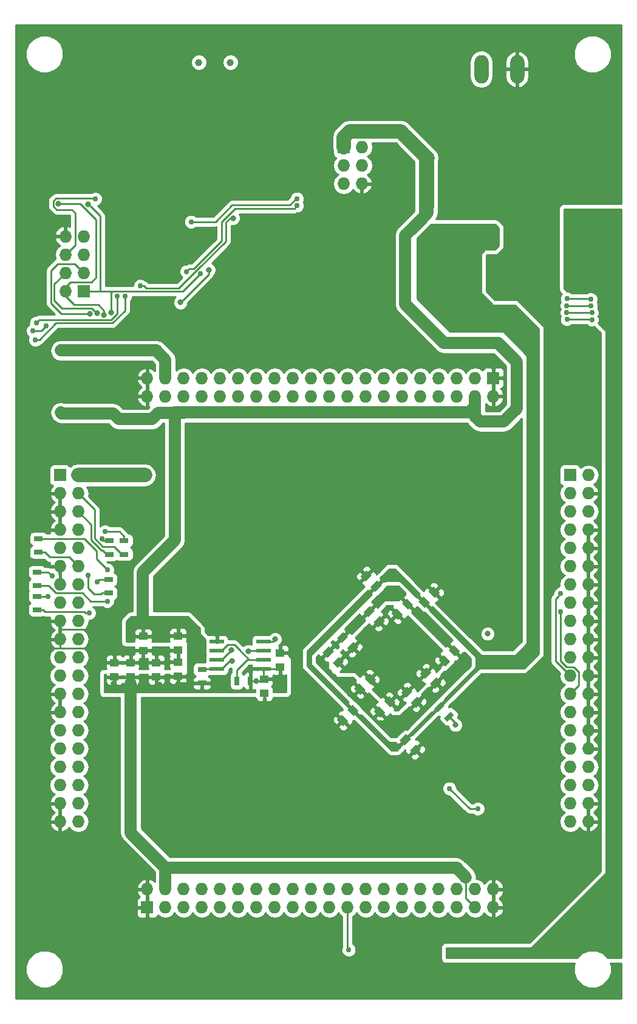
<source format=gbl>
G04 #@! TF.FileFunction,Copper,L2,Bot,Signal*
%FSLAX46Y46*%
G04 Gerber Fmt 4.6, Leading zero omitted, Abs format (unit mm)*
G04 Created by KiCad (PCBNEW 4.0.4+e1-6308~48~ubuntu14.04.1-stable) date Wed Oct 19 19:57:22 2016*
%MOMM*%
%LPD*%
G01*
G04 APERTURE LIST*
%ADD10C,0.100000*%
%ADD11R,1.727200X1.727200*%
%ADD12O,1.727200X1.727200*%
%ADD13R,1.250000X1.000000*%
%ADD14R,1.300000X0.700000*%
%ADD15R,0.700000X1.300000*%
%ADD16R,2.000000X0.600000*%
%ADD17C,1.000000*%
%ADD18O,1.981200X3.962400*%
%ADD19C,0.800000*%
%ADD20C,0.762000*%
%ADD21C,0.250000*%
%ADD22C,1.700000*%
%ADD23C,2.000000*%
%ADD24C,0.254000*%
G04 APERTURE END LIST*
D10*
D11*
X22110000Y-81000000D03*
D12*
X24650000Y-81000000D03*
X22110000Y-83540000D03*
X24650000Y-83540000D03*
X22110000Y-86080000D03*
X24650000Y-86080000D03*
X22110000Y-88620000D03*
X24650000Y-88620000D03*
X22110000Y-91160000D03*
X24650000Y-91160000D03*
X22110000Y-93700000D03*
X24650000Y-93700000D03*
X22110000Y-96240000D03*
X24650000Y-96240000D03*
X22110000Y-98780000D03*
X24650000Y-98780000D03*
X22110000Y-101320000D03*
X24650000Y-101320000D03*
X22110000Y-103860000D03*
X24650000Y-103860000D03*
X22110000Y-106400000D03*
X24650000Y-106400000D03*
X22110000Y-108940000D03*
X24650000Y-108940000D03*
X22110000Y-111480000D03*
X24650000Y-111480000D03*
X22110000Y-114020000D03*
X24650000Y-114020000D03*
X22110000Y-116560000D03*
X24650000Y-116560000D03*
X22110000Y-119100000D03*
X24650000Y-119100000D03*
X22110000Y-121640000D03*
X24650000Y-121640000D03*
X22110000Y-124180000D03*
X24650000Y-124180000D03*
X22110000Y-126720000D03*
X24650000Y-126720000D03*
X22110000Y-129260000D03*
X24650000Y-129260000D03*
D13*
X29696266Y-109111832D03*
X29696266Y-107111832D03*
D10*
G36*
X67395495Y-101311612D02*
X66511612Y-102195495D01*
X65804505Y-101488388D01*
X66688388Y-100604505D01*
X67395495Y-101311612D01*
X67395495Y-101311612D01*
G37*
G36*
X65981281Y-99897398D02*
X65097398Y-100781281D01*
X64390291Y-100074174D01*
X65274174Y-99190291D01*
X65981281Y-99897398D01*
X65981281Y-99897398D01*
G37*
D13*
X50600000Y-111400000D03*
X50600000Y-109400000D03*
D10*
G36*
X72981281Y-99502602D02*
X72097398Y-98618719D01*
X72804505Y-97911612D01*
X73688388Y-98795495D01*
X72981281Y-99502602D01*
X72981281Y-99502602D01*
G37*
G36*
X74395495Y-98088388D02*
X73511612Y-97204505D01*
X74218719Y-96497398D01*
X75102602Y-97381281D01*
X74395495Y-98088388D01*
X74395495Y-98088388D01*
G37*
G36*
X69447398Y-117931281D02*
X70331281Y-117047398D01*
X71038388Y-117754505D01*
X70154505Y-118638388D01*
X69447398Y-117931281D01*
X69447398Y-117931281D01*
G37*
G36*
X70861612Y-119345495D02*
X71745495Y-118461612D01*
X72452602Y-119168719D01*
X71568719Y-120052602D01*
X70861612Y-119345495D01*
X70861612Y-119345495D01*
G37*
G36*
X66995495Y-96361612D02*
X66111612Y-97245495D01*
X65404505Y-96538388D01*
X66288388Y-95654505D01*
X66995495Y-96361612D01*
X66995495Y-96361612D01*
G37*
G36*
X65581281Y-94947398D02*
X64697398Y-95831281D01*
X63990291Y-95124174D01*
X64874174Y-94240291D01*
X65581281Y-94947398D01*
X65581281Y-94947398D01*
G37*
G36*
X62861612Y-112954505D02*
X63745495Y-113838388D01*
X63038388Y-114545495D01*
X62154505Y-113661612D01*
X62861612Y-112954505D01*
X62861612Y-112954505D01*
G37*
G36*
X61447398Y-114368719D02*
X62331281Y-115252602D01*
X61624174Y-115959709D01*
X60740291Y-115075826D01*
X61447398Y-114368719D01*
X61447398Y-114368719D01*
G37*
G36*
X60697398Y-103681281D02*
X61581281Y-102797398D01*
X62288388Y-103504505D01*
X61404505Y-104388388D01*
X60697398Y-103681281D01*
X60697398Y-103681281D01*
G37*
G36*
X62111612Y-105095495D02*
X62995495Y-104211612D01*
X63702602Y-104918719D01*
X62818719Y-105802602D01*
X62111612Y-105095495D01*
X62111612Y-105095495D01*
G37*
D13*
X31982266Y-109111832D03*
X31982266Y-107111832D03*
D10*
G36*
X64031281Y-111602602D02*
X63147398Y-110718719D01*
X63854505Y-110011612D01*
X64738388Y-110895495D01*
X64031281Y-111602602D01*
X64031281Y-111602602D01*
G37*
G36*
X65445495Y-110188388D02*
X64561612Y-109304505D01*
X65268719Y-108597398D01*
X66152602Y-109481281D01*
X65445495Y-110188388D01*
X65445495Y-110188388D01*
G37*
G36*
X77018719Y-104647398D02*
X77902602Y-105531281D01*
X77195495Y-106238388D01*
X76311612Y-105354505D01*
X77018719Y-104647398D01*
X77018719Y-104647398D01*
G37*
G36*
X75604505Y-106061612D02*
X76488388Y-106945495D01*
X75781281Y-107652602D01*
X74897398Y-106768719D01*
X75604505Y-106061612D01*
X75604505Y-106061612D01*
G37*
D13*
X38568266Y-103395832D03*
X38568266Y-105395832D03*
D10*
G36*
X70468719Y-98147398D02*
X71352602Y-99031281D01*
X70645495Y-99738388D01*
X69761612Y-98854505D01*
X70468719Y-98147398D01*
X70468719Y-98147398D01*
G37*
G36*
X69054505Y-99561612D02*
X69938388Y-100445495D01*
X69231281Y-101152602D01*
X68347398Y-100268719D01*
X69054505Y-99561612D01*
X69054505Y-99561612D01*
G37*
D13*
X38568266Y-109045832D03*
X38568266Y-107045832D03*
D10*
G36*
X75309709Y-109875826D02*
X74425826Y-110759709D01*
X73718719Y-110052602D01*
X74602602Y-109168719D01*
X75309709Y-109875826D01*
X75309709Y-109875826D01*
G37*
G36*
X73895495Y-108461612D02*
X73011612Y-109345495D01*
X72304505Y-108638388D01*
X73188388Y-107754505D01*
X73895495Y-108461612D01*
X73895495Y-108461612D01*
G37*
G36*
X58697398Y-105731281D02*
X59581281Y-104847398D01*
X60288388Y-105554505D01*
X59404505Y-106438388D01*
X58697398Y-105731281D01*
X58697398Y-105731281D01*
G37*
G36*
X60111612Y-107145495D02*
X60995495Y-106261612D01*
X61702602Y-106968719D01*
X60818719Y-107852602D01*
X60111612Y-107145495D01*
X60111612Y-107145495D01*
G37*
D13*
X35538266Y-109111832D03*
X35538266Y-107111832D03*
X33718266Y-103445832D03*
X33718266Y-105445832D03*
X52800000Y-107750000D03*
X52800000Y-105750000D03*
D10*
G36*
X66774174Y-114759709D02*
X65890291Y-113875826D01*
X66597398Y-113168719D01*
X67481281Y-114052602D01*
X66774174Y-114759709D01*
X66774174Y-114759709D01*
G37*
G36*
X68188388Y-113345495D02*
X67304505Y-112461612D01*
X68011612Y-111754505D01*
X68895495Y-112638388D01*
X68188388Y-113345495D01*
X68188388Y-113345495D01*
G37*
G36*
X72659709Y-112525826D02*
X71775826Y-113409709D01*
X71068719Y-112702602D01*
X71952602Y-111818719D01*
X72659709Y-112525826D01*
X72659709Y-112525826D01*
G37*
G36*
X71245495Y-111111612D02*
X70361612Y-111995495D01*
X69654505Y-111288388D01*
X70538388Y-110404505D01*
X71245495Y-111111612D01*
X71245495Y-111111612D01*
G37*
D11*
X93230000Y-81000000D03*
D12*
X95770000Y-81000000D03*
X93230000Y-83540000D03*
X95770000Y-83540000D03*
X93230000Y-86080000D03*
X95770000Y-86080000D03*
X93230000Y-88620000D03*
X95770000Y-88620000D03*
X93230000Y-91160000D03*
X95770000Y-91160000D03*
X93230000Y-93700000D03*
X95770000Y-93700000D03*
X93230000Y-96240000D03*
X95770000Y-96240000D03*
X93230000Y-98780000D03*
X95770000Y-98780000D03*
X93230000Y-101320000D03*
X95770000Y-101320000D03*
X93230000Y-103860000D03*
X95770000Y-103860000D03*
X93230000Y-106400000D03*
X95770000Y-106400000D03*
X93230000Y-108940000D03*
X95770000Y-108940000D03*
X93230000Y-111480000D03*
X95770000Y-111480000D03*
X93230000Y-114020000D03*
X95770000Y-114020000D03*
X93230000Y-116560000D03*
X95770000Y-116560000D03*
X93230000Y-119100000D03*
X95770000Y-119100000D03*
X93230000Y-121640000D03*
X95770000Y-121640000D03*
X93230000Y-124180000D03*
X95770000Y-124180000D03*
X93230000Y-126720000D03*
X95770000Y-126720000D03*
X93230000Y-129260000D03*
X95770000Y-129260000D03*
D11*
X34262266Y-141199832D03*
D12*
X34262266Y-138659832D03*
X36802266Y-141199832D03*
X36802266Y-138659832D03*
X39342266Y-141199832D03*
X39342266Y-138659832D03*
X41882266Y-141199832D03*
X41882266Y-138659832D03*
X44422266Y-141199832D03*
X44422266Y-138659832D03*
X46962266Y-141199832D03*
X46962266Y-138659832D03*
X49502266Y-141199832D03*
X49502266Y-138659832D03*
X52042266Y-141199832D03*
X52042266Y-138659832D03*
X54582266Y-141199832D03*
X54582266Y-138659832D03*
X57122266Y-141199832D03*
X57122266Y-138659832D03*
X59662266Y-141199832D03*
X59662266Y-138659832D03*
X62202266Y-141199832D03*
X62202266Y-138659832D03*
X64742266Y-141199832D03*
X64742266Y-138659832D03*
X67282266Y-141199832D03*
X67282266Y-138659832D03*
X69822266Y-141199832D03*
X69822266Y-138659832D03*
X72362266Y-141199832D03*
X72362266Y-138659832D03*
X74902266Y-141199832D03*
X74902266Y-138659832D03*
X77442266Y-141199832D03*
X77442266Y-138659832D03*
X79982266Y-141199832D03*
X79982266Y-138659832D03*
X82522266Y-141199832D03*
X82522266Y-138659832D03*
D11*
X82522266Y-67499832D03*
D12*
X82522266Y-70039832D03*
X79982266Y-67499832D03*
X79982266Y-70039832D03*
X77442266Y-67499832D03*
X77442266Y-70039832D03*
X74902266Y-67499832D03*
X74902266Y-70039832D03*
X72362266Y-67499832D03*
X72362266Y-70039832D03*
X69822266Y-67499832D03*
X69822266Y-70039832D03*
X67282266Y-67499832D03*
X67282266Y-70039832D03*
X64742266Y-67499832D03*
X64742266Y-70039832D03*
X62202266Y-67499832D03*
X62202266Y-70039832D03*
X59662266Y-67499832D03*
X59662266Y-70039832D03*
X57122266Y-67499832D03*
X57122266Y-70039832D03*
X54582266Y-67499832D03*
X54582266Y-70039832D03*
X52042266Y-67499832D03*
X52042266Y-70039832D03*
X49502266Y-67499832D03*
X49502266Y-70039832D03*
X46962266Y-67499832D03*
X46962266Y-70039832D03*
X44422266Y-67499832D03*
X44422266Y-70039832D03*
X41882266Y-67499832D03*
X41882266Y-70039832D03*
X39342266Y-67499832D03*
X39342266Y-70039832D03*
X36802266Y-67499832D03*
X36802266Y-70039832D03*
X34262266Y-67499832D03*
X34262266Y-70039832D03*
D14*
X41900000Y-108050000D03*
X41900000Y-109950000D03*
D15*
X48650000Y-109650000D03*
X46750000Y-109650000D03*
D10*
G36*
X74271142Y-113490381D02*
X75190381Y-112571142D01*
X75685356Y-113066117D01*
X74766117Y-113985356D01*
X74271142Y-113490381D01*
X74271142Y-113490381D01*
G37*
G36*
X75614644Y-114833883D02*
X76533883Y-113914644D01*
X77028858Y-114409619D01*
X76109619Y-115328858D01*
X75614644Y-114833883D01*
X75614644Y-114833883D01*
G37*
D16*
X43987266Y-107984832D03*
X43987266Y-106714832D03*
X43987266Y-105444832D03*
X43987266Y-104174832D03*
X50457266Y-104174832D03*
X50457266Y-105444832D03*
X50457266Y-106714832D03*
X50457266Y-107984832D03*
D11*
X25400000Y-55380000D03*
D12*
X22860000Y-55380000D03*
X25400000Y-52840000D03*
X22860000Y-52840000D03*
X25400000Y-50300000D03*
X22860000Y-50300000D03*
X25400000Y-47760000D03*
X22860000Y-47760000D03*
D17*
X45862000Y-23536000D03*
X41462000Y-23536000D03*
D11*
X61660000Y-35360000D03*
D12*
X64200000Y-35360000D03*
X61660000Y-37900000D03*
X64200000Y-37900000D03*
X61660000Y-40440000D03*
X64200000Y-40440000D03*
D14*
X31060000Y-92040000D03*
X31060000Y-90140000D03*
X28950000Y-92050000D03*
X28950000Y-90150000D03*
X18900000Y-97875000D03*
X18900000Y-99775000D03*
X28880000Y-97440000D03*
X28880000Y-95540000D03*
X18900000Y-94525000D03*
X18900000Y-96425000D03*
X19100000Y-91750000D03*
X19100000Y-89850000D03*
D18*
X85850000Y-24500000D03*
X80850000Y-24500000D03*
D19*
X81743222Y-103090921D03*
X33680002Y-101380000D03*
X29610000Y-110010000D03*
X31950000Y-110000000D03*
X36020000Y-110230000D03*
X38530000Y-110068320D03*
X38400000Y-101290000D03*
D20*
X22930000Y-63660000D03*
X23770000Y-63660000D03*
X24690000Y-63660000D03*
X25660000Y-63660000D03*
X22190000Y-63660000D03*
X72638000Y-45212000D03*
X71876000Y-45974000D03*
X71114000Y-46736000D03*
X70240000Y-47610000D03*
X70240000Y-49022000D03*
X70240000Y-50038000D03*
X70240000Y-51054000D03*
X70240000Y-52070000D03*
X70240000Y-53086000D03*
X70240000Y-54102000D03*
X70240000Y-55118000D03*
X70240000Y-56134000D03*
X73350000Y-43690000D03*
X73350000Y-44500000D03*
X25146000Y-72390000D03*
X24384000Y-72390000D03*
X23622000Y-72390000D03*
X22860000Y-72390000D03*
X22098000Y-72390000D03*
X80340000Y-127460000D03*
X76415455Y-124632775D03*
X43400000Y-135670000D03*
X73350000Y-42100000D03*
X73350000Y-41340000D03*
X73350000Y-40480000D03*
X73350000Y-39590000D03*
X73350000Y-42790000D03*
D19*
X63100000Y-111900002D03*
X62400008Y-111200000D03*
X61700000Y-110500000D03*
X61000010Y-109800000D03*
X60300000Y-109100000D03*
X59600000Y-108400000D03*
X58899994Y-107700000D03*
X58200000Y-107000004D03*
X44500000Y-109700000D03*
X45400000Y-109700000D03*
X43600002Y-109700000D03*
X49500000Y-109650000D03*
X66850000Y-115550000D03*
X62200000Y-102500000D03*
X66100000Y-98650000D03*
X69950000Y-97650000D03*
X78400000Y-106050000D03*
X72700000Y-113700000D03*
X75400000Y-110950000D03*
D20*
X36082507Y-98462507D03*
D19*
X40050000Y-98590000D03*
D20*
X50340000Y-98450000D03*
D19*
X33980000Y-112980000D03*
D20*
X31240000Y-98350000D03*
D19*
X29520000Y-101080000D03*
D20*
X57950000Y-51950000D03*
X83820000Y-50546000D03*
X87756000Y-46736000D03*
X69070000Y-45110000D03*
D19*
X96279257Y-68298446D03*
D20*
X83780000Y-41130000D03*
X86700000Y-37720000D03*
D19*
X42090000Y-49280000D03*
X31040000Y-48160000D03*
D20*
X81620000Y-130510000D03*
D19*
X82217855Y-111308667D03*
X79260405Y-113772550D03*
X54556093Y-103409840D03*
X68600000Y-91500000D03*
X69400000Y-92300000D03*
X78977138Y-100177138D03*
X24650000Y-35750000D03*
X29644000Y-29200000D03*
X73799998Y-105000000D03*
X73200000Y-105600000D03*
X72600000Y-105000002D03*
X72000000Y-104400000D03*
X71400000Y-103800000D03*
X70800000Y-103200000D03*
X70200000Y-102600000D03*
X73235786Y-104400000D03*
X72600000Y-103800000D03*
X72000002Y-103200000D03*
X71400000Y-102600000D03*
X84900000Y-104800002D03*
X85700000Y-103400000D03*
X85700000Y-104299998D03*
X84900000Y-102800000D03*
X84900000Y-103800000D03*
X84700000Y-108999999D03*
X85700000Y-109900000D03*
X85700000Y-109000000D03*
X68400000Y-122500000D03*
X63800000Y-88400000D03*
X64600000Y-89200000D03*
X65400000Y-88400000D03*
X66200000Y-89200000D03*
X65400000Y-90000000D03*
X66200000Y-90800000D03*
X67000000Y-90000000D03*
X67800000Y-90800000D03*
X67000000Y-91600000D03*
X68600000Y-93100000D03*
X67800000Y-92300000D03*
X70785786Y-102000000D03*
X69050000Y-121850000D03*
X67750000Y-121750000D03*
X69800000Y-112850000D03*
X68450000Y-121100000D03*
X69000000Y-113500000D03*
X58500000Y-99875000D03*
X58024991Y-114844142D03*
X38400000Y-112600000D03*
X83300000Y-118800000D03*
X49752858Y-47747142D03*
X41200000Y-28150000D03*
X36000000Y-40150000D03*
X44850000Y-55950000D03*
X53100000Y-41900000D03*
X57400000Y-46300000D03*
D20*
X20172493Y-60242493D03*
X18353200Y-60899349D03*
X96168675Y-57453690D03*
X92758909Y-57415526D03*
X96099130Y-56490182D03*
X92796659Y-56463762D03*
X76670000Y-147550000D03*
X77670000Y-147550000D03*
X78710000Y-147550000D03*
X79610000Y-147550000D03*
X80610000Y-147550000D03*
X81630000Y-147550000D03*
X82600000Y-147550000D03*
X83800000Y-147550000D03*
X84700000Y-147550000D03*
X95900000Y-44340000D03*
X95900000Y-45950000D03*
X95870000Y-47050000D03*
X95880000Y-48270000D03*
X95880000Y-49430000D03*
X95880000Y-50730000D03*
X95880000Y-51990000D03*
X95880000Y-53150000D03*
X95880000Y-54470000D03*
X62380000Y-147120000D03*
X72898000Y-54610000D03*
X72898000Y-53848000D03*
X72898000Y-53086000D03*
X72898000Y-52324000D03*
X72898000Y-51562000D03*
X72898000Y-50800000D03*
X72898000Y-50038000D03*
X72898000Y-49276000D03*
X72898000Y-48514000D03*
X73406000Y-48006000D03*
X73914000Y-47498000D03*
X82276000Y-48006000D03*
D19*
X82276000Y-48800000D03*
X63050000Y-113700000D03*
X69300000Y-118700000D03*
X71950000Y-97700000D03*
X67100000Y-95400000D03*
D20*
X28702000Y-98551988D03*
D19*
X29203298Y-58398863D03*
X26060000Y-43265510D03*
D20*
X41676518Y-52978496D03*
D19*
X38910000Y-56967852D03*
X28257772Y-58693979D03*
X42833977Y-52418986D03*
D20*
X28750000Y-94200000D03*
D19*
X21880000Y-43200000D03*
X26250000Y-58565510D03*
D20*
X27935483Y-89854517D03*
D19*
X46000000Y-105350000D03*
X27289127Y-58487003D03*
D20*
X28390000Y-88880000D03*
D19*
X52096082Y-103846082D03*
D20*
X27303958Y-95900000D03*
D19*
X48368260Y-105524990D03*
D20*
X26211535Y-100200301D03*
X27030000Y-42530000D03*
D19*
X46050000Y-106900000D03*
D20*
X31150000Y-56105832D03*
X18671512Y-62192198D03*
D19*
X77250000Y-115800000D03*
D20*
X39733929Y-52666510D03*
X55160000Y-43510000D03*
X55160000Y-42510000D03*
X40386000Y-45720000D03*
D19*
X46228000Y-45212000D03*
D20*
X33290000Y-54653500D03*
X18784330Y-59826130D03*
X30121216Y-56105832D03*
X96259850Y-59353110D03*
X92790000Y-59320000D03*
X91920000Y-97520000D03*
X96271223Y-58400666D03*
X92757678Y-58368037D03*
X91906510Y-100040000D03*
X25985458Y-94931429D03*
X20450000Y-97925000D03*
X21000000Y-95075000D03*
X33280000Y-81050000D03*
X32460000Y-81050000D03*
X31540000Y-81050000D03*
X34100000Y-81050000D03*
X30600000Y-81050000D03*
D21*
X81900000Y-103150000D02*
X81802301Y-103150000D01*
X81802301Y-103150000D02*
X81743222Y-103090921D01*
D22*
X38090000Y-72290000D02*
X38090000Y-90080000D01*
X38090000Y-90080000D02*
X33680002Y-94489998D01*
X33680002Y-94489998D02*
X33680002Y-100814315D01*
X33680002Y-100814315D02*
X33680002Y-101380000D01*
D21*
X33718266Y-103445832D02*
X33718266Y-101418264D01*
X33718266Y-101418264D02*
X33680002Y-101380000D01*
X29696266Y-109923734D02*
X29610000Y-110010000D01*
X29696266Y-109111832D02*
X29696266Y-109923734D01*
X31982266Y-109111832D02*
X31982266Y-109967734D01*
D22*
X31950000Y-130817734D02*
X31950000Y-110565685D01*
X31950000Y-110565685D02*
X31950000Y-110000000D01*
D21*
X31982266Y-109967734D02*
X31950000Y-110000000D01*
D22*
X36802266Y-135670000D02*
X31950000Y-130817734D01*
D21*
X35538266Y-109111832D02*
X35538266Y-109861832D01*
X35906434Y-110230000D02*
X36020000Y-110230000D01*
X35538266Y-109861832D02*
X35906434Y-110230000D01*
X41900000Y-109950000D02*
X38648320Y-109950000D01*
X38568266Y-110030054D02*
X38530000Y-110068320D01*
X38648320Y-109950000D02*
X38530000Y-110068320D01*
X38568266Y-109045832D02*
X38568266Y-110030054D01*
X38568266Y-101458266D02*
X38400000Y-101290000D01*
X38568266Y-103395832D02*
X38568266Y-101458266D01*
D22*
X39370000Y-72290000D02*
X39350000Y-72310000D01*
X34930000Y-73220000D02*
X30300000Y-73220000D01*
X30300000Y-73220000D02*
X29490000Y-72410000D01*
X39350000Y-72310000D02*
X35840000Y-72310000D01*
X35840000Y-72310000D02*
X34930000Y-73220000D01*
X29490000Y-72410000D02*
X22318000Y-72410000D01*
X22318000Y-72410000D02*
X22198000Y-72290000D01*
X36802266Y-67499832D02*
X36802266Y-64942266D01*
X36802266Y-64942266D02*
X35520000Y-63660000D01*
X35520000Y-63660000D02*
X22190000Y-63660000D01*
D21*
X58849994Y-107750000D02*
X58899994Y-107700000D01*
D22*
X72638000Y-45212000D02*
X73350000Y-44500000D01*
X71876000Y-45974000D02*
X72638000Y-45212000D01*
X71114000Y-46736000D02*
X71876000Y-45974000D01*
X70240000Y-47610000D02*
X71114000Y-46736000D01*
X70240000Y-49022000D02*
X70240000Y-47610000D01*
X70240000Y-50038000D02*
X70240000Y-49022000D01*
X70240000Y-51054000D02*
X70240000Y-50038000D01*
X70240000Y-52070000D02*
X70240000Y-51054000D01*
X70240000Y-53086000D02*
X70240000Y-52070000D01*
X70240000Y-54102000D02*
X70240000Y-53086000D01*
X70240000Y-55118000D02*
X70240000Y-54102000D01*
X70240000Y-56134000D02*
X70240000Y-55118000D01*
X70240000Y-57210000D02*
X70240000Y-56134000D01*
X39370000Y-72290000D02*
X38090000Y-72290000D01*
X77732098Y-72290000D02*
X39370000Y-72290000D01*
D21*
X22198000Y-72290000D02*
X22098000Y-72390000D01*
X79801185Y-127460000D02*
X80340000Y-127460000D01*
X79242680Y-127460000D02*
X79801185Y-127460000D01*
X76415455Y-124632775D02*
X79242680Y-127460000D01*
D22*
X76460000Y-135670000D02*
X43400000Y-135670000D01*
X43400000Y-135670000D02*
X38862266Y-135670000D01*
D23*
X61660000Y-35360000D02*
X61660000Y-33965000D01*
X61660000Y-33965000D02*
X62475000Y-33150000D01*
X62475000Y-33150000D02*
X69600000Y-33150000D01*
X69600000Y-33150000D02*
X69975000Y-33525000D01*
X69975000Y-33525000D02*
X73350000Y-36900000D01*
D21*
X73350000Y-36900000D02*
X73350000Y-38020000D01*
X79982266Y-141199832D02*
X78700000Y-139917566D01*
D22*
X78700000Y-136990000D02*
X77380000Y-135670000D01*
D21*
X78700000Y-139917566D02*
X78700000Y-136990000D01*
D22*
X77380000Y-135670000D02*
X76460000Y-135670000D01*
X38862266Y-135670000D02*
X36802266Y-135670000D01*
X36802266Y-135670000D02*
X36802266Y-138659832D01*
D21*
X38080000Y-72280000D02*
X38090000Y-72290000D01*
D22*
X79982266Y-71537734D02*
X79970000Y-71550000D01*
X75650000Y-62620000D02*
X70240000Y-57210000D01*
X79970000Y-71550000D02*
X79970000Y-72810000D01*
X79970000Y-72810000D02*
X80700000Y-73540000D01*
X80700000Y-73540000D02*
X83970000Y-73540000D01*
X83970000Y-73540000D02*
X85760000Y-71750000D01*
X85760000Y-65220000D02*
X83160000Y-62620000D01*
X85760000Y-71750000D02*
X85760000Y-65220000D01*
X83160000Y-62620000D02*
X75650000Y-62620000D01*
X73350000Y-44500000D02*
X73350000Y-42790000D01*
D21*
X73350000Y-38020000D02*
X73350000Y-42790000D01*
D22*
X79982266Y-71537734D02*
X79230000Y-72290000D01*
X79230000Y-72290000D02*
X77732098Y-72290000D01*
X79982266Y-70039832D02*
X79982266Y-71537734D01*
D21*
X61000000Y-109800000D02*
X61000010Y-109800000D01*
X60300000Y-109100000D02*
X61000000Y-109800000D01*
X59599994Y-108400000D02*
X59600000Y-108400000D01*
X58899994Y-107700000D02*
X59599994Y-108400000D01*
X45400000Y-109700000D02*
X44500000Y-109700000D01*
X43350002Y-109950000D02*
X43600002Y-109700000D01*
X41900000Y-109950000D02*
X43350002Y-109950000D01*
X50457266Y-107984832D02*
X52565168Y-107984832D01*
X52565168Y-107984832D02*
X52800000Y-107750000D01*
X48650000Y-109650000D02*
X49500000Y-109650000D01*
X49500000Y-109650000D02*
X50350000Y-109650000D01*
X50457266Y-107984832D02*
X50457266Y-109257266D01*
X50457266Y-109257266D02*
X50600000Y-109400000D01*
X50350000Y-109650000D02*
X50600000Y-109400000D01*
X50457266Y-107984832D02*
X49757266Y-107984832D01*
X49757266Y-107984832D02*
X49574265Y-108167833D01*
X38778266Y-103605832D02*
X38568266Y-103395832D01*
X35604266Y-109045832D02*
X35538266Y-109111832D01*
X27890000Y-101080000D02*
X28954315Y-101080000D01*
X26450000Y-102520000D02*
X27890000Y-101080000D01*
X28954315Y-101080000D02*
X29520000Y-101080000D01*
X19120000Y-110680000D02*
X19920000Y-111480000D01*
X19920000Y-111480000D02*
X22110000Y-111480000D01*
X19120000Y-105920000D02*
X19120000Y-110680000D01*
X19910000Y-105130000D02*
X19120000Y-105920000D01*
X22280000Y-105130000D02*
X26100000Y-105130000D01*
X22090000Y-105130000D02*
X22280000Y-105130000D01*
X22280000Y-105130000D02*
X19910000Y-105130000D01*
X22110000Y-103860000D02*
X22110000Y-105110000D01*
X22110000Y-105110000D02*
X22090000Y-105130000D01*
X26100000Y-105130000D02*
X26260000Y-104970000D01*
X26260000Y-104970000D02*
X26260000Y-102710000D01*
X26260000Y-102710000D02*
X26450000Y-102520000D01*
X22230000Y-102520000D02*
X26450000Y-102520000D01*
X22110000Y-102640000D02*
X22230000Y-102520000D01*
X22110000Y-101320000D02*
X22110000Y-102640000D01*
X55250000Y-106450000D02*
X54550000Y-105750000D01*
X54550000Y-105750000D02*
X52800000Y-105750000D01*
X54375000Y-113725000D02*
X55250000Y-112850000D01*
X51325000Y-113725000D02*
X54375000Y-113725000D01*
X50600000Y-113000000D02*
X51325000Y-113725000D01*
X50600000Y-111400000D02*
X50600000Y-113000000D01*
X69400000Y-92300000D02*
X68600000Y-91500000D01*
X72600000Y-105000002D02*
X72600002Y-105000002D01*
X72600002Y-105000002D02*
X73200000Y-105600000D01*
X71400000Y-103800000D02*
X72000000Y-104400000D01*
X70200000Y-102600000D02*
X70800000Y-103200000D01*
X75692893Y-106857107D02*
X73235786Y-104400000D01*
X73235786Y-104400000D02*
X72635786Y-103800000D01*
X72400001Y-103600001D02*
X72600000Y-103800000D01*
X72000002Y-103200000D02*
X72400001Y-103600001D01*
X72635786Y-103800000D02*
X72600000Y-103800000D01*
X71800001Y-102999999D02*
X72000002Y-103200000D01*
X71400000Y-102600000D02*
X71800001Y-102999999D01*
X71385786Y-102600000D02*
X71400000Y-102600000D01*
X70785786Y-102000000D02*
X71385786Y-102600000D01*
X85199996Y-104800002D02*
X84900000Y-104800002D01*
X85700000Y-104299998D02*
X85199996Y-104800002D01*
X85300000Y-103400000D02*
X85700000Y-103400000D01*
X84900000Y-103800000D02*
X85300000Y-103400000D01*
X85134314Y-108999999D02*
X84700000Y-108999999D01*
X85700000Y-109000000D02*
X85134314Y-108999999D01*
X64600000Y-89200000D02*
X63800000Y-88400000D01*
X66200000Y-89200000D02*
X65400000Y-88400000D01*
X66200000Y-90800000D02*
X65400000Y-90000000D01*
X67800000Y-90800000D02*
X67000000Y-90000000D01*
X67800000Y-92300000D02*
X67700000Y-92300000D01*
X67700000Y-92300000D02*
X67000000Y-91600000D01*
X67800000Y-92300000D02*
X68600000Y-93100000D01*
X69142893Y-100357107D02*
X70785786Y-102000000D01*
X68100000Y-112550000D02*
X68100000Y-112600000D01*
X68100000Y-112600000D02*
X69000000Y-113500000D01*
X61964214Y-106050000D02*
X62907107Y-105107107D01*
X60807107Y-107207107D02*
X61964214Y-106050000D01*
X62014214Y-106050000D02*
X65357107Y-109392893D01*
X61964214Y-106050000D02*
X62014214Y-106050000D01*
X68100000Y-112550000D02*
X65357107Y-109807107D01*
X65357107Y-109807107D02*
X65357107Y-109392893D01*
X73100000Y-108550000D02*
X70450000Y-111200000D01*
X62907107Y-105007107D02*
X66607107Y-101307107D01*
X66607107Y-101307107D02*
X66807107Y-101307107D01*
X62907107Y-105107107D02*
X62907107Y-105007107D01*
X19515637Y-60899349D02*
X18892015Y-60899349D01*
X18892015Y-60899349D02*
X18353200Y-60899349D01*
X20172493Y-60242493D02*
X19515637Y-60899349D01*
X96130511Y-57415526D02*
X96168675Y-57453690D01*
X92758909Y-57415526D02*
X96130511Y-57415526D01*
X96072710Y-56463762D02*
X96099130Y-56490182D01*
X92796659Y-56463762D02*
X96072710Y-56463762D01*
X62202266Y-146942266D02*
X62380000Y-147120000D01*
X62202266Y-141199832D02*
X62202266Y-146942266D01*
X75700000Y-46700000D02*
X75700000Y-56700000D01*
X75700000Y-56700000D02*
X78300000Y-59300000D01*
X78300000Y-59300000D02*
X83130000Y-59300000D01*
X83130000Y-59300000D02*
X88000000Y-64170000D01*
X88000000Y-64170000D02*
X88000000Y-105900000D01*
X88000000Y-105900000D02*
X87100000Y-106800000D01*
X87100000Y-106800000D02*
X81050000Y-106800000D01*
X81050000Y-106800000D02*
X71950000Y-97700000D01*
X28163185Y-98551988D02*
X28702000Y-98551988D01*
X25263279Y-97419101D02*
X26396166Y-98551988D01*
X26396166Y-98551988D02*
X28163185Y-98551988D01*
X21544031Y-97419101D02*
X25263279Y-97419101D01*
X20549930Y-96425000D02*
X21544031Y-97419101D01*
X18900000Y-96425000D02*
X20549930Y-96425000D01*
X29203298Y-55850000D02*
X29203298Y-57833178D01*
X29203298Y-55605340D02*
X29203298Y-55850000D01*
X29080669Y-55409331D02*
X29400000Y-55409331D01*
X29400000Y-55409331D02*
X33961670Y-55409331D01*
X29203298Y-55850000D02*
X29203298Y-55606033D01*
X29203298Y-55606033D02*
X29400000Y-55409331D01*
X41295519Y-53359495D02*
X41676518Y-52978496D01*
X39204503Y-55450511D02*
X41295519Y-53359495D01*
X34002850Y-55450511D02*
X39204503Y-55450511D01*
X33961670Y-55409331D02*
X34002850Y-55450511D01*
X29043979Y-55446021D02*
X29080669Y-55409331D01*
X29203298Y-57833178D02*
X29203298Y-58398863D01*
X29043979Y-55446021D02*
X29203298Y-55605340D01*
X26459999Y-43665509D02*
X26060000Y-43265510D01*
X27700000Y-53280000D02*
X27700000Y-44905510D01*
X27700000Y-44905510D02*
X26459999Y-43665509D01*
X29043979Y-55446021D02*
X27826021Y-55446021D01*
X27826021Y-55446021D02*
X27700000Y-55320000D01*
X25400000Y-55380000D02*
X27640000Y-55380000D01*
X27700000Y-54193600D02*
X27700000Y-53280000D01*
X27700000Y-53280000D02*
X27700000Y-55320000D01*
X42833977Y-53043875D02*
X39309999Y-56567853D01*
X42833977Y-52418986D02*
X42833977Y-53043875D01*
X39309999Y-56567853D02*
X38910000Y-56967852D01*
X22860000Y-55380000D02*
X22860000Y-54840000D01*
X22860000Y-54840000D02*
X23600000Y-54100000D01*
X23600000Y-54100000D02*
X26500000Y-54100000D01*
X26500000Y-54100000D02*
X27150000Y-53450000D01*
X27150000Y-53450000D02*
X27150000Y-45414454D01*
X27150000Y-45414454D02*
X24935546Y-43200000D01*
X22445685Y-43200000D02*
X21880000Y-43200000D01*
X24935546Y-43200000D02*
X22445685Y-43200000D01*
X22860000Y-55380000D02*
X22860000Y-56060000D01*
X28257772Y-58128294D02*
X28257772Y-58693979D01*
X24100000Y-57300000D02*
X27429478Y-57300000D01*
X22860000Y-56060000D02*
X24100000Y-57300000D01*
X27429478Y-57300000D02*
X28257772Y-58128294D01*
X27179410Y-92629410D02*
X28369001Y-93819001D01*
X25475000Y-89850000D02*
X27179410Y-91554410D01*
X19100000Y-89850000D02*
X25475000Y-89850000D01*
X28369001Y-93819001D02*
X28750000Y-94200000D01*
X27179410Y-91554410D02*
X27179410Y-92629410D01*
X25400000Y-52840000D02*
X24160000Y-51600000D01*
X24160000Y-51600000D02*
X21750000Y-51600000D01*
X21750000Y-51600000D02*
X20859490Y-52490510D01*
X20859490Y-52490510D02*
X20859490Y-57109490D01*
X25684315Y-58565510D02*
X26250000Y-58565510D01*
X20859490Y-57109490D02*
X22315510Y-58565510D01*
X22315510Y-58565510D02*
X25684315Y-58565510D01*
X28050000Y-90150000D02*
X27935483Y-90035483D01*
X28950000Y-90150000D02*
X28050000Y-90150000D01*
X27935483Y-90035483D02*
X27935483Y-89854517D01*
X45237266Y-106112734D02*
X46000000Y-105350000D01*
X45237266Y-106164832D02*
X45237266Y-106112734D01*
X44687266Y-106714832D02*
X45237266Y-106164832D01*
X43987266Y-106714832D02*
X44687266Y-106714832D01*
X44114266Y-106587832D02*
X44624581Y-106587832D01*
X43987266Y-106714832D02*
X44114266Y-106587832D01*
X22340511Y-57740511D02*
X26542635Y-57740511D01*
X21300000Y-54400000D02*
X21300000Y-56700000D01*
X22860000Y-52840000D02*
X21300000Y-54400000D01*
X26889128Y-58087004D02*
X27289127Y-58487003D01*
X21300000Y-56700000D02*
X22340511Y-57740511D01*
X26542635Y-57740511D02*
X26889128Y-58087004D01*
X31060000Y-90140000D02*
X31060000Y-89540000D01*
X31060000Y-89540000D02*
X30400000Y-88880000D01*
X30400000Y-88880000D02*
X28928815Y-88880000D01*
X28928815Y-88880000D02*
X28390000Y-88880000D01*
X51767332Y-104174832D02*
X52096082Y-103846082D01*
X50457266Y-104174832D02*
X51767332Y-104174832D01*
X28880000Y-95540000D02*
X27663958Y-95540000D01*
X27663958Y-95540000D02*
X27303958Y-95900000D01*
X27323958Y-95880000D02*
X27303958Y-95900000D01*
X50457266Y-105444832D02*
X48448418Y-105444832D01*
X48448418Y-105444832D02*
X48368260Y-105524990D01*
X25672720Y-100200301D02*
X26211535Y-100200301D01*
X18900000Y-99775000D02*
X19800000Y-99775000D01*
X20050000Y-100025000D02*
X25497419Y-100025000D01*
X25497419Y-100025000D02*
X25672720Y-100200301D01*
X19800000Y-99775000D02*
X20050000Y-100025000D01*
X22860000Y-50300000D02*
X24220899Y-48939101D01*
X24220899Y-48939101D02*
X24220899Y-44521408D01*
X24220899Y-44521408D02*
X23740000Y-44040509D01*
X23740000Y-44040509D02*
X21661567Y-44040509D01*
X21661567Y-44040509D02*
X21164499Y-43543441D01*
X21164499Y-43543441D02*
X21164499Y-42856559D01*
X21164499Y-42856559D02*
X21536559Y-42484499D01*
X21536559Y-42484499D02*
X26984499Y-42484499D01*
X26984499Y-42484499D02*
X27030000Y-42530000D01*
X43987266Y-107984832D02*
X41965168Y-107984832D01*
X41965168Y-107984832D02*
X41900000Y-108050000D01*
X45772098Y-106900000D02*
X46050000Y-106900000D01*
X44687266Y-107984832D02*
X45772098Y-106900000D01*
X43987266Y-107984832D02*
X44687266Y-107984832D01*
X19207802Y-62192198D02*
X18671512Y-62192198D01*
X31150000Y-56105832D02*
X31150000Y-58100000D01*
X31150000Y-58100000D02*
X29400000Y-59849999D01*
X29400000Y-59849999D02*
X21550001Y-59849999D01*
X21550001Y-59849999D02*
X19207802Y-62192198D01*
X46750000Y-109650000D02*
X46750000Y-108150000D01*
X46750000Y-108150000D02*
X48185168Y-106714832D01*
X48185168Y-106714832D02*
X49207266Y-106714832D01*
X47000000Y-105226998D02*
X47000000Y-105229732D01*
X47000000Y-105229732D02*
X48485100Y-106714832D01*
X48485100Y-106714832D02*
X49207266Y-106714832D01*
X49207266Y-106714832D02*
X50457266Y-106714832D01*
X45507099Y-104624999D02*
X46398001Y-104624999D01*
X43987266Y-105444832D02*
X44687266Y-105444832D01*
X46398001Y-104624999D02*
X47000000Y-105226998D01*
X44687266Y-105444832D02*
X45507099Y-104624999D01*
X77250000Y-115800000D02*
X77250000Y-115550000D01*
X77250000Y-115550000D02*
X76321751Y-114621751D01*
X55160000Y-43510000D02*
X54779001Y-43890999D01*
X54779001Y-43890999D02*
X46490059Y-43890999D01*
X46490059Y-43890999D02*
X44630000Y-45751058D01*
X44630000Y-45751058D02*
X44630000Y-48417026D01*
X44630000Y-48417026D02*
X40761515Y-52285511D01*
X40761515Y-52285511D02*
X40114928Y-52285511D01*
X40114928Y-52285511D02*
X39733929Y-52666510D01*
X40386000Y-45720000D02*
X43820000Y-45720000D01*
X46130000Y-43410000D02*
X54150000Y-43410000D01*
X54150000Y-43410000D02*
X55050000Y-42510000D01*
X43820000Y-45720000D02*
X46130000Y-43410000D01*
X55050000Y-42510000D02*
X55160000Y-42510000D01*
X33290000Y-54653500D02*
X33828815Y-54653500D01*
X33828815Y-54653500D02*
X34185315Y-55010000D01*
X34185315Y-55010000D02*
X38660000Y-55010000D01*
X38660000Y-55010000D02*
X41390000Y-52280000D01*
X41390000Y-52280000D02*
X45240000Y-48430000D01*
X45240000Y-48430000D02*
X45240000Y-45780000D01*
X45240000Y-45780000D02*
X45808000Y-45212000D01*
X45808000Y-45212000D02*
X46228000Y-45212000D01*
X41120000Y-52550000D02*
X41390000Y-52280000D01*
X30121216Y-58505808D02*
X29217535Y-59409489D01*
X30121216Y-56105832D02*
X30121216Y-58505808D01*
X19200971Y-59409489D02*
X19165329Y-59445131D01*
X29217535Y-59409489D02*
X19200971Y-59409489D01*
X19165329Y-59445131D02*
X18784330Y-59826130D01*
X92790000Y-59320000D02*
X96226740Y-59320000D01*
X96226740Y-59320000D02*
X96259850Y-59353110D01*
X93230000Y-108940000D02*
X91210000Y-106920000D01*
X91210000Y-106920000D02*
X91210000Y-98230000D01*
X91210000Y-98230000D02*
X91539001Y-97900999D01*
X91539001Y-97900999D02*
X91920000Y-97520000D01*
X96238594Y-58368037D02*
X96271223Y-58400666D01*
X92757678Y-58368037D02*
X96238594Y-58368037D01*
X93795969Y-107760899D02*
X92750899Y-107760899D01*
X91906510Y-100578815D02*
X91906510Y-100040000D01*
X93230000Y-111480000D02*
X94409101Y-110300899D01*
X91906510Y-106916510D02*
X91906510Y-100578815D01*
X92750899Y-107760899D02*
X91906510Y-106916510D01*
X94409101Y-108374031D02*
X93795969Y-107760899D01*
X94409101Y-110300899D02*
X94409101Y-108374031D01*
X24650000Y-83540000D02*
X26915511Y-85805511D01*
X29684480Y-90964480D02*
X30760000Y-92040000D01*
X26915511Y-89819559D02*
X28060432Y-90964480D01*
X26915511Y-85805511D02*
X26915511Y-89819559D01*
X28060432Y-90964480D02*
X29684480Y-90964480D01*
X30760000Y-92040000D02*
X31060000Y-92040000D01*
X26475000Y-87905000D02*
X26475000Y-90002024D01*
X26475000Y-90002024D02*
X27922976Y-91450000D01*
X28650000Y-92050000D02*
X28950000Y-92050000D01*
X28050000Y-91450000D02*
X28650000Y-92050000D01*
X24650000Y-86080000D02*
X26475000Y-87905000D01*
X27922976Y-91450000D02*
X28050000Y-91450000D01*
X28880000Y-97440000D02*
X27980000Y-97440000D01*
X27980000Y-97440000D02*
X27820000Y-97600000D01*
X27820000Y-97600000D02*
X26900000Y-97600000D01*
X26900000Y-97600000D02*
X25985458Y-96685458D01*
X25985458Y-96685458D02*
X25985458Y-95470244D01*
X25985458Y-95470244D02*
X25985458Y-94931429D01*
X18900000Y-97875000D02*
X20400000Y-97875000D01*
X20400000Y-97875000D02*
X20450000Y-97925000D01*
X24650000Y-93700000D02*
X23400000Y-92450000D01*
X23400000Y-92450000D02*
X20700000Y-92450000D01*
X20700000Y-92450000D02*
X20000000Y-91750000D01*
X20000000Y-91750000D02*
X19100000Y-91750000D01*
X18900000Y-94525000D02*
X20450000Y-94525000D01*
X20450000Y-94525000D02*
X21000000Y-95075000D01*
X21000000Y-95075000D02*
X21000000Y-95200000D01*
X34100000Y-81050000D02*
X33990000Y-81050000D01*
X33990000Y-81050000D02*
X33940000Y-81000000D01*
D23*
X24650000Y-81000000D02*
X33940000Y-81000000D01*
D24*
G36*
X100368130Y-43245000D02*
X92300000Y-43245000D01*
X92069205Y-43288427D01*
X91857233Y-43424827D01*
X91715029Y-43632949D01*
X91665000Y-43880000D01*
X91665000Y-55123776D01*
X91711238Y-55361651D01*
X91850171Y-55571971D01*
X92050500Y-55773031D01*
X91935838Y-55887493D01*
X91780835Y-56260780D01*
X91780483Y-56664970D01*
X91875236Y-56894290D01*
X91743085Y-57212544D01*
X91742733Y-57616734D01*
X91855855Y-57890511D01*
X91741854Y-58165055D01*
X91741502Y-58569245D01*
X91871246Y-58883249D01*
X91774176Y-59117018D01*
X91773824Y-59521208D01*
X91928175Y-59894766D01*
X92213731Y-60180821D01*
X92587018Y-60335824D01*
X92991208Y-60336176D01*
X93364766Y-60181825D01*
X93466769Y-60080000D01*
X95549884Y-60080000D01*
X95683581Y-60213931D01*
X96056868Y-60368934D01*
X96461058Y-60369286D01*
X96580773Y-60319821D01*
X97455000Y-61197235D01*
X97455000Y-136146974D01*
X87536974Y-146065000D01*
X75870000Y-146065000D01*
X75639205Y-146108427D01*
X75427233Y-146244827D01*
X75285029Y-146452949D01*
X75235000Y-146700000D01*
X75235000Y-148350000D01*
X75278427Y-148580795D01*
X75414827Y-148792767D01*
X75622949Y-148934971D01*
X75870000Y-148985000D01*
X93831129Y-148985000D01*
X93715458Y-149263567D01*
X93714543Y-150311834D01*
X94114853Y-151280658D01*
X94855443Y-152022542D01*
X95823567Y-152424542D01*
X96871834Y-152425457D01*
X97840658Y-152025147D01*
X98582542Y-151284557D01*
X98984542Y-150316433D01*
X98985457Y-149268166D01*
X98868455Y-148985000D01*
X100360411Y-148985000D01*
X100360052Y-153910000D01*
X15990000Y-153910000D01*
X15990000Y-150311834D01*
X17314543Y-150311834D01*
X17714853Y-151280658D01*
X18455443Y-152022542D01*
X19423567Y-152424542D01*
X20471834Y-152425457D01*
X21440658Y-152025147D01*
X22182542Y-151284557D01*
X22584542Y-150316433D01*
X22585457Y-149268166D01*
X22185147Y-148299342D01*
X21444557Y-147557458D01*
X20476433Y-147155458D01*
X19428166Y-147154543D01*
X18459342Y-147554853D01*
X17717458Y-148295443D01*
X17315458Y-149263567D01*
X17314543Y-150311834D01*
X15990000Y-150311834D01*
X15990000Y-141485582D01*
X32763666Y-141485582D01*
X32763666Y-142189741D01*
X32860339Y-142423130D01*
X33038967Y-142601759D01*
X33272356Y-142698432D01*
X33976516Y-142698432D01*
X34135266Y-142539682D01*
X34135266Y-141326832D01*
X32922416Y-141326832D01*
X32763666Y-141485582D01*
X15990000Y-141485582D01*
X15990000Y-140209923D01*
X32763666Y-140209923D01*
X32763666Y-140914082D01*
X32922416Y-141072832D01*
X34135266Y-141072832D01*
X34135266Y-138786832D01*
X32927797Y-138786832D01*
X32807298Y-139018859D01*
X33055445Y-139548322D01*
X33238385Y-139715303D01*
X33038967Y-139797905D01*
X32860339Y-139976534D01*
X32763666Y-140209923D01*
X15990000Y-140209923D01*
X15990000Y-138300805D01*
X32807298Y-138300805D01*
X32927797Y-138532832D01*
X34135266Y-138532832D01*
X34135266Y-137326015D01*
X33903240Y-137204874D01*
X33487319Y-137377144D01*
X33055445Y-137771342D01*
X32807298Y-138300805D01*
X15990000Y-138300805D01*
X15990000Y-129619026D01*
X20655042Y-129619026D01*
X20827312Y-130034947D01*
X21221510Y-130466821D01*
X21750973Y-130714968D01*
X21983000Y-130594469D01*
X21983000Y-129387000D01*
X20776183Y-129387000D01*
X20655042Y-129619026D01*
X15990000Y-129619026D01*
X15990000Y-127079026D01*
X20655042Y-127079026D01*
X20827312Y-127494947D01*
X21221510Y-127926821D01*
X21356313Y-127990000D01*
X21221510Y-128053179D01*
X20827312Y-128485053D01*
X20655042Y-128900974D01*
X20776183Y-129133000D01*
X21983000Y-129133000D01*
X21983000Y-126847000D01*
X20776183Y-126847000D01*
X20655042Y-127079026D01*
X15990000Y-127079026D01*
X15990000Y-111839026D01*
X20655042Y-111839026D01*
X20827312Y-112254947D01*
X21221510Y-112686821D01*
X21356313Y-112750000D01*
X21221510Y-112813179D01*
X20827312Y-113245053D01*
X20655042Y-113660974D01*
X20776183Y-113893000D01*
X21983000Y-113893000D01*
X21983000Y-111607000D01*
X20776183Y-111607000D01*
X20655042Y-111839026D01*
X15990000Y-111839026D01*
X15990000Y-101679026D01*
X20655042Y-101679026D01*
X20827312Y-102094947D01*
X21221510Y-102526821D01*
X21356313Y-102590000D01*
X21221510Y-102653179D01*
X20827312Y-103085053D01*
X20655042Y-103500974D01*
X20776183Y-103733000D01*
X21983000Y-103733000D01*
X21983000Y-101447000D01*
X20776183Y-101447000D01*
X20655042Y-101679026D01*
X15990000Y-101679026D01*
X15990000Y-94175000D01*
X17602560Y-94175000D01*
X17602560Y-94875000D01*
X17646838Y-95110317D01*
X17785910Y-95326441D01*
X17998110Y-95471431D01*
X18011197Y-95474081D01*
X17798559Y-95610910D01*
X17653569Y-95823110D01*
X17602560Y-96075000D01*
X17602560Y-96775000D01*
X17646838Y-97010317D01*
X17737190Y-97150727D01*
X17653569Y-97273110D01*
X17602560Y-97525000D01*
X17602560Y-98225000D01*
X17646838Y-98460317D01*
X17785910Y-98676441D01*
X17998110Y-98821431D01*
X18011197Y-98824081D01*
X17798559Y-98960910D01*
X17653569Y-99173110D01*
X17602560Y-99425000D01*
X17602560Y-100125000D01*
X17646838Y-100360317D01*
X17785910Y-100576441D01*
X17998110Y-100721431D01*
X18250000Y-100772440D01*
X19550000Y-100772440D01*
X19774495Y-100730198D01*
X20050000Y-100785000D01*
X20727929Y-100785000D01*
X20655042Y-100960974D01*
X20776183Y-101193000D01*
X21983000Y-101193000D01*
X21983000Y-101173000D01*
X22237000Y-101173000D01*
X22237000Y-101193000D01*
X22257000Y-101193000D01*
X22257000Y-101447000D01*
X22237000Y-101447000D01*
X22237000Y-103733000D01*
X22257000Y-103733000D01*
X22257000Y-103987000D01*
X22237000Y-103987000D01*
X22237000Y-104007000D01*
X21983000Y-104007000D01*
X21983000Y-103987000D01*
X20776183Y-103987000D01*
X20655042Y-104219026D01*
X20827312Y-104634947D01*
X21221510Y-105066821D01*
X21344228Y-105124336D01*
X21020971Y-105340330D01*
X20696115Y-105826511D01*
X20582041Y-106400000D01*
X20696115Y-106973489D01*
X21020971Y-107459670D01*
X21335752Y-107670000D01*
X21020971Y-107880330D01*
X20696115Y-108366511D01*
X20582041Y-108940000D01*
X20696115Y-109513489D01*
X21020971Y-109999670D01*
X21344228Y-110215664D01*
X21221510Y-110273179D01*
X20827312Y-110705053D01*
X20655042Y-111120974D01*
X20776183Y-111353000D01*
X21983000Y-111353000D01*
X21983000Y-111333000D01*
X22237000Y-111333000D01*
X22237000Y-111353000D01*
X22257000Y-111353000D01*
X22257000Y-111607000D01*
X22237000Y-111607000D01*
X22237000Y-113893000D01*
X22257000Y-113893000D01*
X22257000Y-114147000D01*
X22237000Y-114147000D01*
X22237000Y-114167000D01*
X21983000Y-114167000D01*
X21983000Y-114147000D01*
X20776183Y-114147000D01*
X20655042Y-114379026D01*
X20827312Y-114794947D01*
X21221510Y-115226821D01*
X21344228Y-115284336D01*
X21020971Y-115500330D01*
X20696115Y-115986511D01*
X20582041Y-116560000D01*
X20696115Y-117133489D01*
X21020971Y-117619670D01*
X21335752Y-117830000D01*
X21020971Y-118040330D01*
X20696115Y-118526511D01*
X20582041Y-119100000D01*
X20696115Y-119673489D01*
X21020971Y-120159670D01*
X21335752Y-120370000D01*
X21020971Y-120580330D01*
X20696115Y-121066511D01*
X20582041Y-121640000D01*
X20696115Y-122213489D01*
X21020971Y-122699670D01*
X21335752Y-122910000D01*
X21020971Y-123120330D01*
X20696115Y-123606511D01*
X20582041Y-124180000D01*
X20696115Y-124753489D01*
X21020971Y-125239670D01*
X21344228Y-125455664D01*
X21221510Y-125513179D01*
X20827312Y-125945053D01*
X20655042Y-126360974D01*
X20776183Y-126593000D01*
X21983000Y-126593000D01*
X21983000Y-126573000D01*
X22237000Y-126573000D01*
X22237000Y-126593000D01*
X22257000Y-126593000D01*
X22257000Y-126847000D01*
X22237000Y-126847000D01*
X22237000Y-129133000D01*
X22257000Y-129133000D01*
X22257000Y-129387000D01*
X22237000Y-129387000D01*
X22237000Y-130594469D01*
X22469027Y-130714968D01*
X22998490Y-130466821D01*
X23380008Y-130048839D01*
X23560971Y-130319670D01*
X24047152Y-130644526D01*
X24620641Y-130758600D01*
X24679359Y-130758600D01*
X25252848Y-130644526D01*
X25739029Y-130319670D01*
X26063885Y-129833489D01*
X26177959Y-129260000D01*
X26063885Y-128686511D01*
X25739029Y-128200330D01*
X25424248Y-127990000D01*
X25739029Y-127779670D01*
X26063885Y-127293489D01*
X26177959Y-126720000D01*
X26063885Y-126146511D01*
X25739029Y-125660330D01*
X25424248Y-125450000D01*
X25739029Y-125239670D01*
X26063885Y-124753489D01*
X26177959Y-124180000D01*
X26063885Y-123606511D01*
X25739029Y-123120330D01*
X25424248Y-122910000D01*
X25739029Y-122699670D01*
X26063885Y-122213489D01*
X26177959Y-121640000D01*
X26063885Y-121066511D01*
X25739029Y-120580330D01*
X25424248Y-120370000D01*
X25739029Y-120159670D01*
X26063885Y-119673489D01*
X26177959Y-119100000D01*
X26063885Y-118526511D01*
X25739029Y-118040330D01*
X25424248Y-117830000D01*
X25739029Y-117619670D01*
X26063885Y-117133489D01*
X26177959Y-116560000D01*
X26063885Y-115986511D01*
X25739029Y-115500330D01*
X25424248Y-115290000D01*
X25739029Y-115079670D01*
X26063885Y-114593489D01*
X26177959Y-114020000D01*
X26063885Y-113446511D01*
X25739029Y-112960330D01*
X25424248Y-112750000D01*
X25739029Y-112539670D01*
X26063885Y-112053489D01*
X26177959Y-111480000D01*
X26063885Y-110906511D01*
X25739029Y-110420330D01*
X25424248Y-110210000D01*
X25739029Y-109999670D01*
X26063885Y-109513489D01*
X26177959Y-108940000D01*
X26063885Y-108366511D01*
X25739029Y-107880330D01*
X25424248Y-107670000D01*
X25739029Y-107459670D01*
X26063885Y-106973489D01*
X26160947Y-106485523D01*
X28436266Y-106485523D01*
X28436266Y-106826082D01*
X28595016Y-106984832D01*
X29569266Y-106984832D01*
X29569266Y-106135582D01*
X29823266Y-106135582D01*
X29823266Y-106984832D01*
X30797516Y-106984832D01*
X30839266Y-106943082D01*
X30881016Y-106984832D01*
X31855266Y-106984832D01*
X31855266Y-106135582D01*
X32109266Y-106135582D01*
X32109266Y-106984832D01*
X33083516Y-106984832D01*
X33242266Y-106826082D01*
X33242266Y-106580832D01*
X33432516Y-106580832D01*
X33591266Y-106422082D01*
X33591266Y-105572832D01*
X33845266Y-105572832D01*
X33845266Y-106422082D01*
X34004016Y-106580832D01*
X34278266Y-106580832D01*
X34278266Y-106826082D01*
X34437016Y-106984832D01*
X35411266Y-106984832D01*
X35411266Y-106135582D01*
X35665266Y-106135582D01*
X35665266Y-106984832D01*
X36639516Y-106984832D01*
X36798266Y-106826082D01*
X36798266Y-106485523D01*
X36701593Y-106252134D01*
X36522965Y-106073505D01*
X36289576Y-105976832D01*
X35824016Y-105976832D01*
X35665266Y-106135582D01*
X35411266Y-106135582D01*
X35252516Y-105976832D01*
X34978266Y-105976832D01*
X34978266Y-105731582D01*
X34928266Y-105681582D01*
X37308266Y-105681582D01*
X37308266Y-106022141D01*
X37390567Y-106220832D01*
X37308266Y-106419523D01*
X37308266Y-106760082D01*
X37467016Y-106918832D01*
X38441266Y-106918832D01*
X38441266Y-105522832D01*
X37467016Y-105522832D01*
X37308266Y-105681582D01*
X34928266Y-105681582D01*
X34819516Y-105572832D01*
X33845266Y-105572832D01*
X33591266Y-105572832D01*
X32617016Y-105572832D01*
X32458266Y-105731582D01*
X32458266Y-105976832D01*
X32268016Y-105976832D01*
X32109266Y-106135582D01*
X31855266Y-106135582D01*
X31696516Y-105976832D01*
X31230956Y-105976832D01*
X30997567Y-106073505D01*
X30839266Y-106231807D01*
X30680965Y-106073505D01*
X30447576Y-105976832D01*
X29982016Y-105976832D01*
X29823266Y-106135582D01*
X29569266Y-106135582D01*
X29410516Y-105976832D01*
X28944956Y-105976832D01*
X28711567Y-106073505D01*
X28532939Y-106252134D01*
X28436266Y-106485523D01*
X26160947Y-106485523D01*
X26177959Y-106400000D01*
X26063885Y-105826511D01*
X25739029Y-105340330D01*
X25424248Y-105130000D01*
X25739029Y-104919670D01*
X26063885Y-104433489D01*
X26177959Y-103860000D01*
X26063885Y-103286511D01*
X25739029Y-102800330D01*
X25424248Y-102590000D01*
X25739029Y-102379670D01*
X26063885Y-101893489D01*
X26177959Y-101320000D01*
X26157323Y-101216255D01*
X26412743Y-101216477D01*
X26786301Y-101062126D01*
X27072356Y-100776570D01*
X27227359Y-100403283D01*
X27227711Y-99999093D01*
X27073360Y-99625535D01*
X26787804Y-99339480D01*
X26721596Y-99311988D01*
X28025086Y-99311988D01*
X28125731Y-99412809D01*
X28499018Y-99567812D01*
X28903208Y-99568164D01*
X29276766Y-99413813D01*
X29562821Y-99128257D01*
X29717824Y-98754970D01*
X29718131Y-98402041D01*
X29765317Y-98393162D01*
X29981441Y-98254090D01*
X30126431Y-98041890D01*
X30177440Y-97790000D01*
X30177440Y-97090000D01*
X30133162Y-96854683D01*
X29994090Y-96638559D01*
X29781890Y-96493569D01*
X29768803Y-96490919D01*
X29981441Y-96354090D01*
X30126431Y-96141890D01*
X30177440Y-95890000D01*
X30177440Y-95190000D01*
X30133162Y-94954683D01*
X29994090Y-94738559D01*
X29781890Y-94593569D01*
X29694070Y-94575785D01*
X29765824Y-94402982D01*
X29766176Y-93998792D01*
X29611825Y-93625234D01*
X29326269Y-93339179D01*
X28952982Y-93184176D01*
X28808852Y-93184050D01*
X28672242Y-93047440D01*
X29600000Y-93047440D01*
X29835317Y-93003162D01*
X30014164Y-92888077D01*
X30158110Y-92986431D01*
X30410000Y-93037440D01*
X31710000Y-93037440D01*
X31945317Y-92993162D01*
X32161441Y-92854090D01*
X32306431Y-92641890D01*
X32357440Y-92390000D01*
X32357440Y-91690000D01*
X32313162Y-91454683D01*
X32174090Y-91238559D01*
X31961890Y-91093569D01*
X31948803Y-91090919D01*
X32161441Y-90954090D01*
X32306431Y-90741890D01*
X32357440Y-90490000D01*
X32357440Y-89790000D01*
X32313162Y-89554683D01*
X32174090Y-89338559D01*
X31961890Y-89193569D01*
X31710000Y-89142560D01*
X31690920Y-89142560D01*
X31597401Y-89002599D01*
X30937401Y-88342599D01*
X30690839Y-88177852D01*
X30400000Y-88120000D01*
X29066914Y-88120000D01*
X28966269Y-88019179D01*
X28592982Y-87864176D01*
X28188792Y-87863824D01*
X27815234Y-88018175D01*
X27675511Y-88157654D01*
X27675511Y-85805511D01*
X27617659Y-85514672D01*
X27617659Y-85514671D01*
X27452912Y-85268110D01*
X26102775Y-83917973D01*
X26177959Y-83540000D01*
X26063885Y-82966511D01*
X25842376Y-82635000D01*
X33940000Y-82635000D01*
X34565687Y-82510543D01*
X35096120Y-82156120D01*
X35450543Y-81625687D01*
X35575000Y-81000000D01*
X35450543Y-80374313D01*
X35096120Y-79843880D01*
X34565687Y-79489457D01*
X33940000Y-79365000D01*
X24650000Y-79365000D01*
X24024313Y-79489457D01*
X23526100Y-79822352D01*
X23437690Y-79684959D01*
X23225490Y-79539969D01*
X22973600Y-79488960D01*
X21246400Y-79488960D01*
X21011083Y-79533238D01*
X20794959Y-79672310D01*
X20649969Y-79884510D01*
X20598960Y-80136400D01*
X20598960Y-81863600D01*
X20643238Y-82098917D01*
X20782310Y-82315041D01*
X20994510Y-82460031D01*
X21088375Y-82479039D01*
X20827312Y-82765053D01*
X20655042Y-83180974D01*
X20776183Y-83413000D01*
X21983000Y-83413000D01*
X21983000Y-83393000D01*
X22237000Y-83393000D01*
X22237000Y-83413000D01*
X22257000Y-83413000D01*
X22257000Y-83667000D01*
X22237000Y-83667000D01*
X22237000Y-85953000D01*
X22257000Y-85953000D01*
X22257000Y-86207000D01*
X22237000Y-86207000D01*
X22237000Y-88493000D01*
X22257000Y-88493000D01*
X22257000Y-88747000D01*
X22237000Y-88747000D01*
X22237000Y-88767000D01*
X21983000Y-88767000D01*
X21983000Y-88747000D01*
X20776183Y-88747000D01*
X20655042Y-88979026D01*
X20701006Y-89090000D01*
X20240757Y-89090000D01*
X20214090Y-89048559D01*
X20001890Y-88903569D01*
X19750000Y-88852560D01*
X18450000Y-88852560D01*
X18214683Y-88896838D01*
X17998559Y-89035910D01*
X17853569Y-89248110D01*
X17802560Y-89500000D01*
X17802560Y-90200000D01*
X17846838Y-90435317D01*
X17985910Y-90651441D01*
X18198110Y-90796431D01*
X18211197Y-90799081D01*
X17998559Y-90935910D01*
X17853569Y-91148110D01*
X17802560Y-91400000D01*
X17802560Y-92100000D01*
X17846838Y-92335317D01*
X17985910Y-92551441D01*
X18198110Y-92696431D01*
X18450000Y-92747440D01*
X19750000Y-92747440D01*
X19895298Y-92720100D01*
X20162598Y-92987401D01*
X20252454Y-93047440D01*
X20409161Y-93152148D01*
X20700000Y-93210000D01*
X20709290Y-93210000D01*
X20655042Y-93340974D01*
X20776183Y-93573000D01*
X21983000Y-93573000D01*
X21983000Y-93553000D01*
X22237000Y-93553000D01*
X22237000Y-93573000D01*
X22257000Y-93573000D01*
X22257000Y-93827000D01*
X22237000Y-93827000D01*
X22237000Y-96113000D01*
X22257000Y-96113000D01*
X22257000Y-96367000D01*
X22237000Y-96367000D01*
X22237000Y-96387000D01*
X21983000Y-96387000D01*
X21983000Y-96367000D01*
X21963000Y-96367000D01*
X21963000Y-96113000D01*
X21983000Y-96113000D01*
X21983000Y-95357031D01*
X22015824Y-95277982D01*
X22016176Y-94873792D01*
X21983000Y-94793500D01*
X21983000Y-93827000D01*
X20776183Y-93827000D01*
X20768648Y-93841433D01*
X20740839Y-93822852D01*
X20450000Y-93765000D01*
X20040757Y-93765000D01*
X20014090Y-93723559D01*
X19801890Y-93578569D01*
X19550000Y-93527560D01*
X18250000Y-93527560D01*
X18014683Y-93571838D01*
X17798559Y-93710910D01*
X17653569Y-93923110D01*
X17602560Y-94175000D01*
X15990000Y-94175000D01*
X15990000Y-86439026D01*
X20655042Y-86439026D01*
X20827312Y-86854947D01*
X21221510Y-87286821D01*
X21356313Y-87350000D01*
X21221510Y-87413179D01*
X20827312Y-87845053D01*
X20655042Y-88260974D01*
X20776183Y-88493000D01*
X21983000Y-88493000D01*
X21983000Y-86207000D01*
X20776183Y-86207000D01*
X20655042Y-86439026D01*
X15990000Y-86439026D01*
X15990000Y-83899026D01*
X20655042Y-83899026D01*
X20827312Y-84314947D01*
X21221510Y-84746821D01*
X21356313Y-84810000D01*
X21221510Y-84873179D01*
X20827312Y-85305053D01*
X20655042Y-85720974D01*
X20776183Y-85953000D01*
X21983000Y-85953000D01*
X21983000Y-83667000D01*
X20776183Y-83667000D01*
X20655042Y-83899026D01*
X15990000Y-83899026D01*
X15990000Y-70398859D01*
X32807298Y-70398859D01*
X33055445Y-70928322D01*
X33487319Y-71322520D01*
X33903240Y-71494790D01*
X34135266Y-71373649D01*
X34135266Y-70166832D01*
X32927797Y-70166832D01*
X32807298Y-70398859D01*
X15990000Y-70398859D01*
X15990000Y-67858859D01*
X32807298Y-67858859D01*
X33055445Y-68388322D01*
X33473418Y-68769832D01*
X33055445Y-69151342D01*
X32807298Y-69680805D01*
X32927797Y-69912832D01*
X34135266Y-69912832D01*
X34135266Y-67626832D01*
X32927797Y-67626832D01*
X32807298Y-67858859D01*
X15990000Y-67858859D01*
X15990000Y-67140805D01*
X32807298Y-67140805D01*
X32927797Y-67372832D01*
X34135266Y-67372832D01*
X34135266Y-66166015D01*
X33903240Y-66044874D01*
X33487319Y-66217144D01*
X33055445Y-66611342D01*
X32807298Y-67140805D01*
X15990000Y-67140805D01*
X15990000Y-63660000D01*
X20705000Y-63660000D01*
X20818039Y-64228285D01*
X21139946Y-64710054D01*
X21621715Y-65031961D01*
X22190000Y-65145000D01*
X34904892Y-65145000D01*
X35317266Y-65557374D01*
X35317266Y-66472766D01*
X35037213Y-66217144D01*
X34621292Y-66044874D01*
X34389266Y-66166015D01*
X34389266Y-67372832D01*
X34409266Y-67372832D01*
X34409266Y-67626832D01*
X34389266Y-67626832D01*
X34389266Y-69912832D01*
X34409266Y-69912832D01*
X34409266Y-70166832D01*
X34389266Y-70166832D01*
X34389266Y-71373649D01*
X34577807Y-71472086D01*
X34314892Y-71735000D01*
X30915108Y-71735000D01*
X30540054Y-71359946D01*
X30058285Y-71038039D01*
X29490000Y-70924999D01*
X29489995Y-70925000D01*
X22776703Y-70925000D01*
X22766285Y-70918039D01*
X22198000Y-70804999D01*
X21629715Y-70918039D01*
X21147946Y-71239946D01*
X20826039Y-71721715D01*
X20712999Y-72290000D01*
X20826039Y-72858285D01*
X21147946Y-73340054D01*
X21267944Y-73460051D01*
X21267946Y-73460054D01*
X21749715Y-73781961D01*
X21844000Y-73800716D01*
X22318000Y-73895001D01*
X22318005Y-73895000D01*
X28874892Y-73895000D01*
X29249946Y-74270054D01*
X29731715Y-74591961D01*
X30300000Y-74705001D01*
X30300005Y-74705000D01*
X34929995Y-74705000D01*
X34930000Y-74705001D01*
X35498285Y-74591961D01*
X35980054Y-74270054D01*
X36455107Y-73795000D01*
X36605000Y-73795000D01*
X36605000Y-89464892D01*
X32629948Y-93439944D01*
X32308041Y-93921713D01*
X32195001Y-94489998D01*
X32195002Y-94490003D01*
X32195002Y-99949000D01*
X32004000Y-99949000D01*
X31765054Y-99995672D01*
X31554987Y-100134987D01*
X30792987Y-100896987D01*
X30657029Y-101098949D01*
X30607000Y-101346000D01*
X30607000Y-104300000D01*
X30650427Y-104530795D01*
X30786827Y-104742767D01*
X30994949Y-104884971D01*
X31242000Y-104935000D01*
X32458266Y-104935000D01*
X32458266Y-105160082D01*
X32617016Y-105318832D01*
X33591266Y-105318832D01*
X33591266Y-105298832D01*
X33845266Y-105298832D01*
X33845266Y-105318832D01*
X34819516Y-105318832D01*
X34978266Y-105160082D01*
X34978266Y-104935000D01*
X37308266Y-104935000D01*
X37308266Y-105110082D01*
X37467016Y-105268832D01*
X38441266Y-105268832D01*
X38441266Y-105248832D01*
X38695266Y-105248832D01*
X38695266Y-105268832D01*
X38715266Y-105268832D01*
X38715266Y-105522832D01*
X38695266Y-105522832D01*
X38695266Y-106918832D01*
X38715266Y-106918832D01*
X38715266Y-107172832D01*
X38695266Y-107172832D01*
X38695266Y-107192832D01*
X38441266Y-107192832D01*
X38441266Y-107172832D01*
X37467016Y-107172832D01*
X37308266Y-107331582D01*
X37308266Y-107672141D01*
X37404939Y-107905530D01*
X37464409Y-107965000D01*
X36704298Y-107965000D01*
X36798266Y-107738141D01*
X36798266Y-107397582D01*
X36639516Y-107238832D01*
X35665266Y-107238832D01*
X35665266Y-107258832D01*
X35411266Y-107258832D01*
X35411266Y-107238832D01*
X34437016Y-107238832D01*
X34278266Y-107397582D01*
X34278266Y-107738141D01*
X34372234Y-107965000D01*
X33148298Y-107965000D01*
X33242266Y-107738141D01*
X33242266Y-107397582D01*
X33083516Y-107238832D01*
X32109266Y-107238832D01*
X32109266Y-107258832D01*
X31855266Y-107258832D01*
X31855266Y-107238832D01*
X30881016Y-107238832D01*
X30839266Y-107280582D01*
X30797516Y-107238832D01*
X29823266Y-107238832D01*
X29823266Y-107258832D01*
X29569266Y-107258832D01*
X29569266Y-107238832D01*
X28595016Y-107238832D01*
X28436266Y-107397582D01*
X28436266Y-107738141D01*
X28530234Y-107965000D01*
X28200000Y-107965000D01*
X27969205Y-108008427D01*
X27757233Y-108144827D01*
X27615029Y-108352949D01*
X27565000Y-108600000D01*
X27565000Y-111350000D01*
X27608427Y-111580795D01*
X27744827Y-111792767D01*
X27952949Y-111934971D01*
X28200000Y-111985000D01*
X30465000Y-111985000D01*
X30465000Y-130817729D01*
X30464999Y-130817734D01*
X30578039Y-131386019D01*
X30899946Y-131867788D01*
X35317266Y-136285107D01*
X35317266Y-137632766D01*
X35037213Y-137377144D01*
X34621292Y-137204874D01*
X34389266Y-137326015D01*
X34389266Y-138532832D01*
X34409266Y-138532832D01*
X34409266Y-138786832D01*
X34389266Y-138786832D01*
X34389266Y-141072832D01*
X34409266Y-141072832D01*
X34409266Y-141326832D01*
X34389266Y-141326832D01*
X34389266Y-142539682D01*
X34548016Y-142698432D01*
X35252176Y-142698432D01*
X35485565Y-142601759D01*
X35664193Y-142423130D01*
X35728529Y-142267809D01*
X35742596Y-142288861D01*
X36228777Y-142613717D01*
X36802266Y-142727791D01*
X37375755Y-142613717D01*
X37861936Y-142288861D01*
X38072266Y-141974080D01*
X38282596Y-142288861D01*
X38768777Y-142613717D01*
X39342266Y-142727791D01*
X39915755Y-142613717D01*
X40401936Y-142288861D01*
X40612266Y-141974080D01*
X40822596Y-142288861D01*
X41308777Y-142613717D01*
X41882266Y-142727791D01*
X42455755Y-142613717D01*
X42941936Y-142288861D01*
X43152266Y-141974080D01*
X43362596Y-142288861D01*
X43848777Y-142613717D01*
X44422266Y-142727791D01*
X44995755Y-142613717D01*
X45481936Y-142288861D01*
X45692266Y-141974080D01*
X45902596Y-142288861D01*
X46388777Y-142613717D01*
X46962266Y-142727791D01*
X47535755Y-142613717D01*
X48021936Y-142288861D01*
X48232266Y-141974080D01*
X48442596Y-142288861D01*
X48928777Y-142613717D01*
X49502266Y-142727791D01*
X50075755Y-142613717D01*
X50561936Y-142288861D01*
X50772266Y-141974080D01*
X50982596Y-142288861D01*
X51468777Y-142613717D01*
X52042266Y-142727791D01*
X52615755Y-142613717D01*
X53101936Y-142288861D01*
X53312266Y-141974080D01*
X53522596Y-142288861D01*
X54008777Y-142613717D01*
X54582266Y-142727791D01*
X55155755Y-142613717D01*
X55641936Y-142288861D01*
X55852266Y-141974080D01*
X56062596Y-142288861D01*
X56548777Y-142613717D01*
X57122266Y-142727791D01*
X57695755Y-142613717D01*
X58181936Y-142288861D01*
X58392266Y-141974080D01*
X58602596Y-142288861D01*
X59088777Y-142613717D01*
X59662266Y-142727791D01*
X60235755Y-142613717D01*
X60721936Y-142288861D01*
X60932266Y-141974080D01*
X61142596Y-142288861D01*
X61442266Y-142489094D01*
X61442266Y-146728957D01*
X61364176Y-146917018D01*
X61363824Y-147321208D01*
X61518175Y-147694766D01*
X61803731Y-147980821D01*
X62177018Y-148135824D01*
X62581208Y-148136176D01*
X62954766Y-147981825D01*
X63240821Y-147696269D01*
X63395824Y-147322982D01*
X63396176Y-146918792D01*
X63241825Y-146545234D01*
X62962266Y-146265186D01*
X62962266Y-142489094D01*
X63261936Y-142288861D01*
X63472266Y-141974080D01*
X63682596Y-142288861D01*
X64168777Y-142613717D01*
X64742266Y-142727791D01*
X65315755Y-142613717D01*
X65801936Y-142288861D01*
X66012266Y-141974080D01*
X66222596Y-142288861D01*
X66708777Y-142613717D01*
X67282266Y-142727791D01*
X67855755Y-142613717D01*
X68341936Y-142288861D01*
X68552266Y-141974080D01*
X68762596Y-142288861D01*
X69248777Y-142613717D01*
X69822266Y-142727791D01*
X70395755Y-142613717D01*
X70881936Y-142288861D01*
X71092266Y-141974080D01*
X71302596Y-142288861D01*
X71788777Y-142613717D01*
X72362266Y-142727791D01*
X72935755Y-142613717D01*
X73421936Y-142288861D01*
X73632266Y-141974080D01*
X73842596Y-142288861D01*
X74328777Y-142613717D01*
X74902266Y-142727791D01*
X75475755Y-142613717D01*
X75961936Y-142288861D01*
X76172266Y-141974080D01*
X76382596Y-142288861D01*
X76868777Y-142613717D01*
X77442266Y-142727791D01*
X78015755Y-142613717D01*
X78501936Y-142288861D01*
X78712266Y-141974080D01*
X78922596Y-142288861D01*
X79408777Y-142613717D01*
X79982266Y-142727791D01*
X80555755Y-142613717D01*
X81041936Y-142288861D01*
X81257930Y-141965604D01*
X81315445Y-142088322D01*
X81747319Y-142482520D01*
X82163240Y-142654790D01*
X82395266Y-142533649D01*
X82395266Y-141326832D01*
X82649266Y-141326832D01*
X82649266Y-142533649D01*
X82881292Y-142654790D01*
X83297213Y-142482520D01*
X83729087Y-142088322D01*
X83977234Y-141558859D01*
X83856735Y-141326832D01*
X82649266Y-141326832D01*
X82395266Y-141326832D01*
X82375266Y-141326832D01*
X82375266Y-141072832D01*
X82395266Y-141072832D01*
X82395266Y-138786832D01*
X82649266Y-138786832D01*
X82649266Y-141072832D01*
X83856735Y-141072832D01*
X83977234Y-140840805D01*
X83729087Y-140311342D01*
X83311114Y-139929832D01*
X83729087Y-139548322D01*
X83977234Y-139018859D01*
X83856735Y-138786832D01*
X82649266Y-138786832D01*
X82395266Y-138786832D01*
X82375266Y-138786832D01*
X82375266Y-138532832D01*
X82395266Y-138532832D01*
X82395266Y-137326015D01*
X82649266Y-137326015D01*
X82649266Y-138532832D01*
X83856735Y-138532832D01*
X83977234Y-138300805D01*
X83729087Y-137771342D01*
X83297213Y-137377144D01*
X82881292Y-137204874D01*
X82649266Y-137326015D01*
X82395266Y-137326015D01*
X82163240Y-137204874D01*
X81747319Y-137377144D01*
X81315445Y-137771342D01*
X81257930Y-137894060D01*
X81041936Y-137570803D01*
X80555755Y-137245947D01*
X80150138Y-137165265D01*
X80185001Y-136990000D01*
X80071961Y-136421715D01*
X79750054Y-135939946D01*
X78430054Y-134619946D01*
X77948285Y-134298039D01*
X77380000Y-134184999D01*
X77379995Y-134185000D01*
X37417373Y-134185000D01*
X33435000Y-130202626D01*
X33435000Y-124833983D01*
X75399279Y-124833983D01*
X75553630Y-125207541D01*
X75839186Y-125493596D01*
X76212473Y-125648599D01*
X76356603Y-125648725D01*
X78705279Y-127997401D01*
X78951841Y-128162148D01*
X79242680Y-128220000D01*
X79663086Y-128220000D01*
X79763731Y-128320821D01*
X80137018Y-128475824D01*
X80541208Y-128476176D01*
X80914766Y-128321825D01*
X81200821Y-128036269D01*
X81355824Y-127662982D01*
X81356176Y-127258792D01*
X81201825Y-126885234D01*
X80916269Y-126599179D01*
X80542982Y-126444176D01*
X80138792Y-126443824D01*
X79765234Y-126598175D01*
X79663231Y-126700000D01*
X79557482Y-126700000D01*
X77431507Y-124574025D01*
X77431631Y-124431567D01*
X77277280Y-124058009D01*
X76991724Y-123771954D01*
X76618437Y-123616951D01*
X76214247Y-123616599D01*
X75840689Y-123770950D01*
X75554634Y-124056506D01*
X75399631Y-124429793D01*
X75399279Y-124833983D01*
X33435000Y-124833983D01*
X33435000Y-120125611D01*
X70968208Y-120125611D01*
X70968208Y-120350117D01*
X71209020Y-120590929D01*
X71442409Y-120687602D01*
X71695028Y-120687602D01*
X71928417Y-120590930D01*
X72107045Y-120412301D01*
X72257617Y-120261729D01*
X72257617Y-120037223D01*
X71657107Y-119436712D01*
X70968208Y-120125611D01*
X33435000Y-120125611D01*
X33435000Y-115944330D01*
X60935276Y-115944330D01*
X60935276Y-116168836D01*
X61085848Y-116319408D01*
X61264476Y-116498037D01*
X61497865Y-116594709D01*
X61750484Y-116594709D01*
X61983873Y-116498036D01*
X62224685Y-116257224D01*
X62224685Y-116032718D01*
X61535786Y-115343819D01*
X60935276Y-115944330D01*
X33435000Y-115944330D01*
X33435000Y-114949516D01*
X60105291Y-114949516D01*
X60105291Y-115202135D01*
X60201963Y-115435524D01*
X60380592Y-115614152D01*
X60531164Y-115764724D01*
X60755670Y-115764724D01*
X61356181Y-115164214D01*
X60667282Y-114475315D01*
X60442776Y-114475315D01*
X60201964Y-114716127D01*
X60105291Y-114949516D01*
X33435000Y-114949516D01*
X33435000Y-111985000D01*
X49340000Y-111985000D01*
X49340000Y-112026309D01*
X49436673Y-112259698D01*
X49615301Y-112438327D01*
X49848690Y-112535000D01*
X50314250Y-112535000D01*
X50473000Y-112376250D01*
X50473000Y-111985000D01*
X50727000Y-111985000D01*
X50727000Y-112376250D01*
X50885750Y-112535000D01*
X51351310Y-112535000D01*
X51584699Y-112438327D01*
X51763327Y-112259698D01*
X51860000Y-112026309D01*
X51860000Y-111985000D01*
X53725000Y-111985000D01*
X53955795Y-111941573D01*
X54167767Y-111805173D01*
X54309971Y-111597051D01*
X54360000Y-111350000D01*
X54360000Y-106700000D01*
X54316573Y-106469205D01*
X54180173Y-106257233D01*
X54060000Y-106175122D01*
X54060000Y-106035750D01*
X53901250Y-105877000D01*
X52927000Y-105877000D01*
X52927000Y-105897000D01*
X52673000Y-105897000D01*
X52673000Y-105877000D01*
X52653000Y-105877000D01*
X52653000Y-105623000D01*
X52673000Y-105623000D01*
X52673000Y-104773750D01*
X52927000Y-104773750D01*
X52927000Y-105623000D01*
X53901250Y-105623000D01*
X54060000Y-105464250D01*
X54060000Y-105123691D01*
X53963327Y-104890302D01*
X53784699Y-104711673D01*
X53551310Y-104615000D01*
X53085750Y-104615000D01*
X52927000Y-104773750D01*
X52673000Y-104773750D01*
X52640327Y-104741077D01*
X52681597Y-104724024D01*
X52973001Y-104433128D01*
X53130902Y-104052859D01*
X53131261Y-103641111D01*
X52974024Y-103260567D01*
X52683128Y-102969163D01*
X52302859Y-102811262D01*
X51891111Y-102810903D01*
X51510567Y-102968140D01*
X51250862Y-103227392D01*
X49457266Y-103227392D01*
X49221949Y-103271670D01*
X49005825Y-103410742D01*
X48860835Y-103622942D01*
X48809826Y-103874832D01*
X48809826Y-104474832D01*
X48832856Y-104597225D01*
X48575037Y-104490170D01*
X48163289Y-104489811D01*
X47782745Y-104647048D01*
X47637305Y-104792235D01*
X47542906Y-104697836D01*
X47537401Y-104689597D01*
X46935402Y-104087598D01*
X46688840Y-103922851D01*
X46398001Y-103864999D01*
X45622266Y-103864999D01*
X45622266Y-103748523D01*
X45525593Y-103515134D01*
X45346965Y-103336505D01*
X45113576Y-103239832D01*
X44273016Y-103239832D01*
X44114266Y-103398582D01*
X44114266Y-104047832D01*
X44134266Y-104047832D01*
X44134266Y-104301832D01*
X44114266Y-104301832D01*
X44114266Y-104321832D01*
X43860266Y-104321832D01*
X43860266Y-104301832D01*
X43840266Y-104301832D01*
X43840266Y-104047832D01*
X43860266Y-104047832D01*
X43860266Y-103398582D01*
X43701516Y-103239832D01*
X42860956Y-103239832D01*
X42773913Y-103275887D01*
X42335000Y-102836974D01*
X42335000Y-102300000D01*
X42288328Y-102061054D01*
X42149013Y-101850987D01*
X40433013Y-100134987D01*
X40231051Y-99999029D01*
X39984000Y-99949000D01*
X35165002Y-99949000D01*
X35165002Y-95105106D01*
X35272243Y-94997865D01*
X63355291Y-94997865D01*
X63355291Y-95250484D01*
X63451964Y-95483873D01*
X63692776Y-95724685D01*
X63917282Y-95724685D01*
X64606181Y-95035786D01*
X64005670Y-94435276D01*
X63781164Y-94435276D01*
X63630592Y-94585848D01*
X63451963Y-94764476D01*
X63355291Y-94997865D01*
X35272243Y-94997865D01*
X36238944Y-94031164D01*
X64185276Y-94031164D01*
X64185276Y-94255670D01*
X64785786Y-94856181D01*
X65474685Y-94167282D01*
X65474685Y-93942776D01*
X65233873Y-93701964D01*
X65000484Y-93605291D01*
X64747865Y-93605291D01*
X64514476Y-93701963D01*
X64335848Y-93880592D01*
X64185276Y-94031164D01*
X36238944Y-94031164D01*
X39140054Y-91130054D01*
X39461961Y-90648285D01*
X39575001Y-90080000D01*
X39575000Y-90079995D01*
X39575000Y-73775000D01*
X78863115Y-73775000D01*
X78919946Y-73860054D01*
X79649944Y-74590051D01*
X79649946Y-74590054D01*
X79821977Y-74705001D01*
X80131715Y-74911961D01*
X80700000Y-75025001D01*
X80700005Y-75025000D01*
X83969995Y-75025000D01*
X83970000Y-75025001D01*
X84538285Y-74911961D01*
X85020054Y-74590054D01*
X86465000Y-73145107D01*
X86465000Y-104136974D01*
X85236974Y-105365000D01*
X81113026Y-105365000D01*
X79043918Y-103295892D01*
X80708043Y-103295892D01*
X80865280Y-103676436D01*
X81156176Y-103967840D01*
X81536445Y-104125741D01*
X81948193Y-104126100D01*
X82328737Y-103968863D01*
X82620141Y-103677967D01*
X82778042Y-103297698D01*
X82778401Y-102885950D01*
X82621164Y-102505406D01*
X82330268Y-102214002D01*
X81949999Y-102056101D01*
X81538251Y-102055742D01*
X81157707Y-102212979D01*
X80866303Y-102503875D01*
X80708402Y-102884144D01*
X80708043Y-103295892D01*
X79043918Y-103295892D01*
X74471414Y-98723388D01*
X74521805Y-98723388D01*
X74755194Y-98626715D01*
X74996006Y-98385903D01*
X74996006Y-98161397D01*
X74307107Y-97472498D01*
X74292965Y-97486641D01*
X74113360Y-97307036D01*
X74127502Y-97292893D01*
X74486712Y-97292893D01*
X75175611Y-97981792D01*
X75400117Y-97981792D01*
X75640929Y-97740980D01*
X75737602Y-97507591D01*
X75737602Y-97254972D01*
X75640930Y-97021583D01*
X75462301Y-96842955D01*
X75311729Y-96692383D01*
X75087223Y-96692383D01*
X74486712Y-97292893D01*
X74127502Y-97292893D01*
X73438603Y-96603994D01*
X73214097Y-96603994D01*
X72973285Y-96844806D01*
X72876612Y-97078195D01*
X72876612Y-97128586D01*
X71947909Y-96199883D01*
X73618208Y-96199883D01*
X73618208Y-96424389D01*
X74307107Y-97113288D01*
X74907617Y-96512777D01*
X74907617Y-96288271D01*
X74757045Y-96137699D01*
X74578417Y-95959070D01*
X74345028Y-95862398D01*
X74092409Y-95862398D01*
X73859020Y-95959071D01*
X73618208Y-96199883D01*
X71947909Y-96199883D01*
X69249013Y-93500987D01*
X69047051Y-93365029D01*
X68800000Y-93315000D01*
X68000000Y-93315000D01*
X67761054Y-93361672D01*
X67550987Y-93500987D01*
X66540781Y-94511193D01*
X66514485Y-94522058D01*
X66223081Y-94812954D01*
X66216281Y-94829330D01*
X66216281Y-94821088D01*
X66119608Y-94587699D01*
X65878796Y-94346887D01*
X65654290Y-94346887D01*
X64965391Y-95035786D01*
X64979534Y-95049929D01*
X64799929Y-95229534D01*
X64785786Y-95215391D01*
X64096887Y-95904290D01*
X64096887Y-96128796D01*
X64337699Y-96369608D01*
X64571088Y-96466281D01*
X64585693Y-96466281D01*
X56000987Y-105050987D01*
X55865029Y-105252949D01*
X55815000Y-105500000D01*
X55815000Y-107600000D01*
X55861672Y-107838946D01*
X56000987Y-108049013D01*
X61524510Y-113572536D01*
X61507127Y-113652668D01*
X61522378Y-113733719D01*
X61321088Y-113733719D01*
X61087699Y-113830392D01*
X60846887Y-114071204D01*
X60846887Y-114295710D01*
X61535786Y-114984609D01*
X61549929Y-114970467D01*
X61729534Y-115150072D01*
X61715391Y-115164214D01*
X62404290Y-115853113D01*
X62628796Y-115853113D01*
X62869608Y-115612301D01*
X62966281Y-115378912D01*
X62966281Y-115179171D01*
X63029444Y-115192873D01*
X63126571Y-115174597D01*
X67850987Y-119899013D01*
X68052949Y-120034971D01*
X68300000Y-120085000D01*
X69150000Y-120085000D01*
X69388946Y-120038328D01*
X69599013Y-119899013D01*
X70226612Y-119271414D01*
X70226612Y-119471805D01*
X70323285Y-119705194D01*
X70564097Y-119946006D01*
X70788603Y-119946006D01*
X71477502Y-119257107D01*
X71836712Y-119257107D01*
X72437223Y-119857617D01*
X72661729Y-119857617D01*
X72812301Y-119707045D01*
X72990930Y-119528417D01*
X73087602Y-119295028D01*
X73087602Y-119042409D01*
X72990929Y-118809020D01*
X72750117Y-118568208D01*
X72525611Y-118568208D01*
X71836712Y-119257107D01*
X71477502Y-119257107D01*
X71463360Y-119242965D01*
X71642965Y-119063360D01*
X71657107Y-119077502D01*
X72346006Y-118388603D01*
X72346006Y-118164097D01*
X72105194Y-117923285D01*
X71871805Y-117826612D01*
X71672064Y-117826612D01*
X71672244Y-117825782D01*
X74890351Y-114607675D01*
X75009744Y-114585210D01*
X75020871Y-114577831D01*
X74967266Y-114824939D01*
X75014790Y-115077510D01*
X75156835Y-115291692D01*
X75651810Y-115786667D01*
X75849513Y-115921752D01*
X76100675Y-115976236D01*
X76214865Y-115954750D01*
X76214821Y-116004971D01*
X76372058Y-116385515D01*
X76662954Y-116676919D01*
X77043223Y-116834820D01*
X77454971Y-116835179D01*
X77835515Y-116677942D01*
X78126919Y-116387046D01*
X78284820Y-116006777D01*
X78285179Y-115595029D01*
X78127942Y-115214485D01*
X77837046Y-114923081D01*
X77599065Y-114824263D01*
X77549813Y-114775011D01*
X77621752Y-114669725D01*
X77676236Y-114418563D01*
X77628712Y-114165992D01*
X77486667Y-113951810D01*
X76991692Y-113456835D01*
X76793989Y-113321750D01*
X76542827Y-113267266D01*
X76290256Y-113314790D01*
X76279129Y-113322169D01*
X76307738Y-113190288D01*
X80863026Y-108635000D01*
X86900000Y-108635000D01*
X87138946Y-108588328D01*
X87349013Y-108449013D01*
X89449013Y-106349013D01*
X89584971Y-106147051D01*
X89635000Y-105900000D01*
X89635000Y-98230000D01*
X90450000Y-98230000D01*
X90450000Y-106920000D01*
X90507852Y-107210839D01*
X90672599Y-107457401D01*
X91777225Y-108562027D01*
X91702041Y-108940000D01*
X91816115Y-109513489D01*
X92140971Y-109999670D01*
X92455752Y-110210000D01*
X92140971Y-110420330D01*
X91816115Y-110906511D01*
X91702041Y-111480000D01*
X91816115Y-112053489D01*
X92140971Y-112539670D01*
X92455752Y-112750000D01*
X92140971Y-112960330D01*
X91816115Y-113446511D01*
X91702041Y-114020000D01*
X91816115Y-114593489D01*
X92140971Y-115079670D01*
X92455752Y-115290000D01*
X92140971Y-115500330D01*
X91816115Y-115986511D01*
X91702041Y-116560000D01*
X91816115Y-117133489D01*
X92140971Y-117619670D01*
X92455752Y-117830000D01*
X92140971Y-118040330D01*
X91816115Y-118526511D01*
X91702041Y-119100000D01*
X91816115Y-119673489D01*
X92140971Y-120159670D01*
X92455752Y-120370000D01*
X92140971Y-120580330D01*
X91816115Y-121066511D01*
X91702041Y-121640000D01*
X91816115Y-122213489D01*
X92140971Y-122699670D01*
X92455752Y-122910000D01*
X92140971Y-123120330D01*
X91816115Y-123606511D01*
X91702041Y-124180000D01*
X91816115Y-124753489D01*
X92140971Y-125239670D01*
X92455752Y-125450000D01*
X92140971Y-125660330D01*
X91816115Y-126146511D01*
X91702041Y-126720000D01*
X91816115Y-127293489D01*
X92140971Y-127779670D01*
X92455752Y-127990000D01*
X92140971Y-128200330D01*
X91816115Y-128686511D01*
X91702041Y-129260000D01*
X91816115Y-129833489D01*
X92140971Y-130319670D01*
X92627152Y-130644526D01*
X93200641Y-130758600D01*
X93259359Y-130758600D01*
X93832848Y-130644526D01*
X94319029Y-130319670D01*
X94499992Y-130048839D01*
X94881510Y-130466821D01*
X95410973Y-130714968D01*
X95643000Y-130594469D01*
X95643000Y-129387000D01*
X95897000Y-129387000D01*
X95897000Y-130594469D01*
X96129027Y-130714968D01*
X96658490Y-130466821D01*
X97052688Y-130034947D01*
X97224958Y-129619026D01*
X97103817Y-129387000D01*
X95897000Y-129387000D01*
X95643000Y-129387000D01*
X95623000Y-129387000D01*
X95623000Y-129133000D01*
X95643000Y-129133000D01*
X95643000Y-126847000D01*
X95897000Y-126847000D01*
X95897000Y-129133000D01*
X97103817Y-129133000D01*
X97224958Y-128900974D01*
X97052688Y-128485053D01*
X96658490Y-128053179D01*
X96523687Y-127990000D01*
X96658490Y-127926821D01*
X97052688Y-127494947D01*
X97224958Y-127079026D01*
X97103817Y-126847000D01*
X95897000Y-126847000D01*
X95643000Y-126847000D01*
X95623000Y-126847000D01*
X95623000Y-126593000D01*
X95643000Y-126593000D01*
X95643000Y-126573000D01*
X95897000Y-126573000D01*
X95897000Y-126593000D01*
X97103817Y-126593000D01*
X97224958Y-126360974D01*
X97052688Y-125945053D01*
X96658490Y-125513179D01*
X96535772Y-125455664D01*
X96859029Y-125239670D01*
X97183885Y-124753489D01*
X97297959Y-124180000D01*
X97183885Y-123606511D01*
X96859029Y-123120330D01*
X96544248Y-122910000D01*
X96859029Y-122699670D01*
X97183885Y-122213489D01*
X97297959Y-121640000D01*
X97183885Y-121066511D01*
X96859029Y-120580330D01*
X96535772Y-120364336D01*
X96658490Y-120306821D01*
X97052688Y-119874947D01*
X97224958Y-119459026D01*
X97103817Y-119227000D01*
X95897000Y-119227000D01*
X95897000Y-119247000D01*
X95643000Y-119247000D01*
X95643000Y-119227000D01*
X95623000Y-119227000D01*
X95623000Y-118973000D01*
X95643000Y-118973000D01*
X95643000Y-116687000D01*
X95897000Y-116687000D01*
X95897000Y-118973000D01*
X97103817Y-118973000D01*
X97224958Y-118740974D01*
X97052688Y-118325053D01*
X96658490Y-117893179D01*
X96523687Y-117830000D01*
X96658490Y-117766821D01*
X97052688Y-117334947D01*
X97224958Y-116919026D01*
X97103817Y-116687000D01*
X95897000Y-116687000D01*
X95643000Y-116687000D01*
X95623000Y-116687000D01*
X95623000Y-116433000D01*
X95643000Y-116433000D01*
X95643000Y-114147000D01*
X95897000Y-114147000D01*
X95897000Y-116433000D01*
X97103817Y-116433000D01*
X97224958Y-116200974D01*
X97052688Y-115785053D01*
X96658490Y-115353179D01*
X96523687Y-115290000D01*
X96658490Y-115226821D01*
X97052688Y-114794947D01*
X97224958Y-114379026D01*
X97103817Y-114147000D01*
X95897000Y-114147000D01*
X95643000Y-114147000D01*
X95623000Y-114147000D01*
X95623000Y-113893000D01*
X95643000Y-113893000D01*
X95643000Y-111607000D01*
X95897000Y-111607000D01*
X95897000Y-113893000D01*
X97103817Y-113893000D01*
X97224958Y-113660974D01*
X97052688Y-113245053D01*
X96658490Y-112813179D01*
X96523687Y-112750000D01*
X96658490Y-112686821D01*
X97052688Y-112254947D01*
X97224958Y-111839026D01*
X97103817Y-111607000D01*
X95897000Y-111607000D01*
X95643000Y-111607000D01*
X95623000Y-111607000D01*
X95623000Y-111353000D01*
X95643000Y-111353000D01*
X95643000Y-109067000D01*
X95897000Y-109067000D01*
X95897000Y-111353000D01*
X97103817Y-111353000D01*
X97224958Y-111120974D01*
X97052688Y-110705053D01*
X96658490Y-110273179D01*
X96523687Y-110210000D01*
X96658490Y-110146821D01*
X97052688Y-109714947D01*
X97224958Y-109299026D01*
X97103817Y-109067000D01*
X95897000Y-109067000D01*
X95643000Y-109067000D01*
X95623000Y-109067000D01*
X95623000Y-108813000D01*
X95643000Y-108813000D01*
X95643000Y-106527000D01*
X95897000Y-106527000D01*
X95897000Y-108813000D01*
X97103817Y-108813000D01*
X97224958Y-108580974D01*
X97052688Y-108165053D01*
X96658490Y-107733179D01*
X96523687Y-107670000D01*
X96658490Y-107606821D01*
X97052688Y-107174947D01*
X97224958Y-106759026D01*
X97103817Y-106527000D01*
X95897000Y-106527000D01*
X95643000Y-106527000D01*
X95623000Y-106527000D01*
X95623000Y-106273000D01*
X95643000Y-106273000D01*
X95643000Y-103987000D01*
X95897000Y-103987000D01*
X95897000Y-106273000D01*
X97103817Y-106273000D01*
X97224958Y-106040974D01*
X97052688Y-105625053D01*
X96658490Y-105193179D01*
X96523687Y-105130000D01*
X96658490Y-105066821D01*
X97052688Y-104634947D01*
X97224958Y-104219026D01*
X97103817Y-103987000D01*
X95897000Y-103987000D01*
X95643000Y-103987000D01*
X95623000Y-103987000D01*
X95623000Y-103733000D01*
X95643000Y-103733000D01*
X95643000Y-101447000D01*
X95897000Y-101447000D01*
X95897000Y-103733000D01*
X97103817Y-103733000D01*
X97224958Y-103500974D01*
X97052688Y-103085053D01*
X96658490Y-102653179D01*
X96523687Y-102590000D01*
X96658490Y-102526821D01*
X97052688Y-102094947D01*
X97224958Y-101679026D01*
X97103817Y-101447000D01*
X95897000Y-101447000D01*
X95643000Y-101447000D01*
X95623000Y-101447000D01*
X95623000Y-101193000D01*
X95643000Y-101193000D01*
X95643000Y-98907000D01*
X95897000Y-98907000D01*
X95897000Y-101193000D01*
X97103817Y-101193000D01*
X97224958Y-100960974D01*
X97052688Y-100545053D01*
X96658490Y-100113179D01*
X96523687Y-100050000D01*
X96658490Y-99986821D01*
X97052688Y-99554947D01*
X97224958Y-99139026D01*
X97103817Y-98907000D01*
X95897000Y-98907000D01*
X95643000Y-98907000D01*
X95623000Y-98907000D01*
X95623000Y-98653000D01*
X95643000Y-98653000D01*
X95643000Y-96367000D01*
X95897000Y-96367000D01*
X95897000Y-98653000D01*
X97103817Y-98653000D01*
X97224958Y-98420974D01*
X97052688Y-98005053D01*
X96658490Y-97573179D01*
X96523687Y-97510000D01*
X96658490Y-97446821D01*
X97052688Y-97014947D01*
X97224958Y-96599026D01*
X97103817Y-96367000D01*
X95897000Y-96367000D01*
X95643000Y-96367000D01*
X95623000Y-96367000D01*
X95623000Y-96113000D01*
X95643000Y-96113000D01*
X95643000Y-93827000D01*
X95897000Y-93827000D01*
X95897000Y-96113000D01*
X97103817Y-96113000D01*
X97224958Y-95880974D01*
X97052688Y-95465053D01*
X96658490Y-95033179D01*
X96523687Y-94970000D01*
X96658490Y-94906821D01*
X97052688Y-94474947D01*
X97224958Y-94059026D01*
X97103817Y-93827000D01*
X95897000Y-93827000D01*
X95643000Y-93827000D01*
X95623000Y-93827000D01*
X95623000Y-93573000D01*
X95643000Y-93573000D01*
X95643000Y-91287000D01*
X95897000Y-91287000D01*
X95897000Y-93573000D01*
X97103817Y-93573000D01*
X97224958Y-93340974D01*
X97052688Y-92925053D01*
X96658490Y-92493179D01*
X96523687Y-92430000D01*
X96658490Y-92366821D01*
X97052688Y-91934947D01*
X97224958Y-91519026D01*
X97103817Y-91287000D01*
X95897000Y-91287000D01*
X95643000Y-91287000D01*
X95623000Y-91287000D01*
X95623000Y-91033000D01*
X95643000Y-91033000D01*
X95643000Y-88747000D01*
X95897000Y-88747000D01*
X95897000Y-91033000D01*
X97103817Y-91033000D01*
X97224958Y-90800974D01*
X97052688Y-90385053D01*
X96658490Y-89953179D01*
X96523687Y-89890000D01*
X96658490Y-89826821D01*
X97052688Y-89394947D01*
X97224958Y-88979026D01*
X97103817Y-88747000D01*
X95897000Y-88747000D01*
X95643000Y-88747000D01*
X95623000Y-88747000D01*
X95623000Y-88493000D01*
X95643000Y-88493000D01*
X95643000Y-88473000D01*
X95897000Y-88473000D01*
X95897000Y-88493000D01*
X97103817Y-88493000D01*
X97224958Y-88260974D01*
X97052688Y-87845053D01*
X96658490Y-87413179D01*
X96535772Y-87355664D01*
X96859029Y-87139670D01*
X97183885Y-86653489D01*
X97297959Y-86080000D01*
X97183885Y-85506511D01*
X96859029Y-85020330D01*
X96535772Y-84804336D01*
X96658490Y-84746821D01*
X97052688Y-84314947D01*
X97224958Y-83899026D01*
X97103817Y-83667000D01*
X95897000Y-83667000D01*
X95897000Y-83687000D01*
X95643000Y-83687000D01*
X95643000Y-83667000D01*
X95623000Y-83667000D01*
X95623000Y-83413000D01*
X95643000Y-83413000D01*
X95643000Y-83393000D01*
X95897000Y-83393000D01*
X95897000Y-83413000D01*
X97103817Y-83413000D01*
X97224958Y-83180974D01*
X97052688Y-82765053D01*
X96658490Y-82333179D01*
X96535772Y-82275664D01*
X96859029Y-82059670D01*
X97183885Y-81573489D01*
X97297959Y-81000000D01*
X97183885Y-80426511D01*
X96859029Y-79940330D01*
X96372848Y-79615474D01*
X95799359Y-79501400D01*
X95740641Y-79501400D01*
X95167152Y-79615474D01*
X94701558Y-79926574D01*
X94696762Y-79901083D01*
X94557690Y-79684959D01*
X94345490Y-79539969D01*
X94093600Y-79488960D01*
X92366400Y-79488960D01*
X92131083Y-79533238D01*
X91914959Y-79672310D01*
X91769969Y-79884510D01*
X91718960Y-80136400D01*
X91718960Y-81863600D01*
X91763238Y-82098917D01*
X91902310Y-82315041D01*
X92114510Y-82460031D01*
X92158131Y-82468864D01*
X92140971Y-82480330D01*
X91816115Y-82966511D01*
X91702041Y-83540000D01*
X91816115Y-84113489D01*
X92140971Y-84599670D01*
X92455752Y-84810000D01*
X92140971Y-85020330D01*
X91816115Y-85506511D01*
X91702041Y-86080000D01*
X91816115Y-86653489D01*
X92140971Y-87139670D01*
X92455752Y-87350000D01*
X92140971Y-87560330D01*
X91816115Y-88046511D01*
X91702041Y-88620000D01*
X91816115Y-89193489D01*
X92140971Y-89679670D01*
X92455752Y-89890000D01*
X92140971Y-90100330D01*
X91816115Y-90586511D01*
X91702041Y-91160000D01*
X91816115Y-91733489D01*
X92140971Y-92219670D01*
X92455752Y-92430000D01*
X92140971Y-92640330D01*
X91816115Y-93126511D01*
X91702041Y-93700000D01*
X91816115Y-94273489D01*
X92140971Y-94759670D01*
X92455752Y-94970000D01*
X92140971Y-95180330D01*
X91816115Y-95666511D01*
X91702041Y-96240000D01*
X91754525Y-96503855D01*
X91718792Y-96503824D01*
X91345234Y-96658175D01*
X91059179Y-96943731D01*
X90904176Y-97317018D01*
X90904050Y-97461148D01*
X90672599Y-97692599D01*
X90507852Y-97939161D01*
X90450000Y-98230000D01*
X89635000Y-98230000D01*
X89635000Y-60600000D01*
X89588328Y-60361054D01*
X89449013Y-60150987D01*
X86049013Y-56750987D01*
X85847051Y-56615029D01*
X85600000Y-56565000D01*
X82763026Y-56565000D01*
X81605000Y-55406974D01*
X81605000Y-50393026D01*
X81653026Y-50345000D01*
X82790000Y-50345000D01*
X83028946Y-50298328D01*
X83239013Y-50159013D01*
X83849013Y-49549013D01*
X83984971Y-49347051D01*
X84035000Y-49100000D01*
X84035000Y-46582088D01*
X83980700Y-46325160D01*
X83834990Y-46119477D01*
X83215940Y-45537389D01*
X83028001Y-45415029D01*
X82780950Y-45365000D01*
X74523703Y-45365000D01*
X74721961Y-45068285D01*
X74835001Y-44500000D01*
X74835000Y-44499995D01*
X74835000Y-43859382D01*
X74845000Y-43810000D01*
X74845000Y-37548950D01*
X74860543Y-37525688D01*
X74985001Y-36900000D01*
X74860543Y-36274312D01*
X74506120Y-35743881D01*
X71131120Y-32368880D01*
X70756120Y-31993880D01*
X70225688Y-31639457D01*
X69600000Y-31514999D01*
X69599995Y-31515000D01*
X62475005Y-31515000D01*
X62475000Y-31514999D01*
X61849312Y-31639457D01*
X61318880Y-31993880D01*
X60503880Y-32808880D01*
X60149457Y-33339312D01*
X60024999Y-33965000D01*
X60025000Y-33965005D01*
X60025000Y-35360000D01*
X60148960Y-35983188D01*
X60148960Y-36223600D01*
X60193238Y-36458917D01*
X60332310Y-36675041D01*
X60544510Y-36820031D01*
X60588131Y-36828864D01*
X60570971Y-36840330D01*
X60246115Y-37326511D01*
X60132041Y-37900000D01*
X60246115Y-38473489D01*
X60570971Y-38959670D01*
X60885752Y-39170000D01*
X60570971Y-39380330D01*
X60246115Y-39866511D01*
X60132041Y-40440000D01*
X60246115Y-41013489D01*
X60570971Y-41499670D01*
X61057152Y-41824526D01*
X61630641Y-41938600D01*
X61689359Y-41938600D01*
X62262848Y-41824526D01*
X62749029Y-41499670D01*
X62929992Y-41228839D01*
X63311510Y-41646821D01*
X63840973Y-41894968D01*
X64073000Y-41774469D01*
X64073000Y-40567000D01*
X64327000Y-40567000D01*
X64327000Y-41774469D01*
X64559027Y-41894968D01*
X65088490Y-41646821D01*
X65482688Y-41214947D01*
X65654958Y-40799026D01*
X65533817Y-40567000D01*
X64327000Y-40567000D01*
X64073000Y-40567000D01*
X64053000Y-40567000D01*
X64053000Y-40313000D01*
X64073000Y-40313000D01*
X64073000Y-40293000D01*
X64327000Y-40293000D01*
X64327000Y-40313000D01*
X65533817Y-40313000D01*
X65654958Y-40080974D01*
X65482688Y-39665053D01*
X65088490Y-39233179D01*
X64965772Y-39175664D01*
X65289029Y-38959670D01*
X65613885Y-38473489D01*
X65727959Y-37900000D01*
X65613885Y-37326511D01*
X65289029Y-36840330D01*
X64974248Y-36630000D01*
X65289029Y-36419670D01*
X65613885Y-35933489D01*
X65727959Y-35360000D01*
X65613885Y-34786511D01*
X65612875Y-34785000D01*
X68922760Y-34785000D01*
X71525000Y-37387239D01*
X71525000Y-44224893D01*
X70825946Y-44923946D01*
X70825944Y-44923949D01*
X70063946Y-45685946D01*
X70063944Y-45685949D01*
X69189946Y-46559946D01*
X68868039Y-47041715D01*
X68754999Y-47610000D01*
X68755000Y-47610005D01*
X68755000Y-57209995D01*
X68754999Y-57210000D01*
X68868039Y-57778285D01*
X69189946Y-58260054D01*
X74599944Y-63670051D01*
X74599946Y-63670054D01*
X75081715Y-63991961D01*
X75650000Y-64105000D01*
X82544892Y-64105000D01*
X84275000Y-65835107D01*
X84275000Y-71134893D01*
X83354892Y-72055000D01*
X81455000Y-72055000D01*
X81455000Y-71599404D01*
X81467267Y-71537734D01*
X81467266Y-71537729D01*
X81467266Y-71066898D01*
X81747319Y-71322520D01*
X82163240Y-71494790D01*
X82395266Y-71373649D01*
X82395266Y-70166832D01*
X82649266Y-70166832D01*
X82649266Y-71373649D01*
X82881292Y-71494790D01*
X83297213Y-71322520D01*
X83729087Y-70928322D01*
X83977234Y-70398859D01*
X83856735Y-70166832D01*
X82649266Y-70166832D01*
X82395266Y-70166832D01*
X82375266Y-70166832D01*
X82375266Y-69912832D01*
X82395266Y-69912832D01*
X82395266Y-67626832D01*
X82649266Y-67626832D01*
X82649266Y-69912832D01*
X83856735Y-69912832D01*
X83977234Y-69680805D01*
X83729087Y-69151342D01*
X83546147Y-68984361D01*
X83745565Y-68901759D01*
X83924193Y-68723130D01*
X84020866Y-68489741D01*
X84020866Y-67785582D01*
X83862116Y-67626832D01*
X82649266Y-67626832D01*
X82395266Y-67626832D01*
X82375266Y-67626832D01*
X82375266Y-67372832D01*
X82395266Y-67372832D01*
X82395266Y-66159982D01*
X82649266Y-66159982D01*
X82649266Y-67372832D01*
X83862116Y-67372832D01*
X84020866Y-67214082D01*
X84020866Y-66509923D01*
X83924193Y-66276534D01*
X83745565Y-66097905D01*
X83512176Y-66001232D01*
X82808016Y-66001232D01*
X82649266Y-66159982D01*
X82395266Y-66159982D01*
X82236516Y-66001232D01*
X81532356Y-66001232D01*
X81298967Y-66097905D01*
X81120339Y-66276534D01*
X81056003Y-66431855D01*
X81041936Y-66410803D01*
X80555755Y-66085947D01*
X79982266Y-65971873D01*
X79408777Y-66085947D01*
X78922596Y-66410803D01*
X78712266Y-66725584D01*
X78501936Y-66410803D01*
X78015755Y-66085947D01*
X77442266Y-65971873D01*
X76868777Y-66085947D01*
X76382596Y-66410803D01*
X76172266Y-66725584D01*
X75961936Y-66410803D01*
X75475755Y-66085947D01*
X74902266Y-65971873D01*
X74328777Y-66085947D01*
X73842596Y-66410803D01*
X73632266Y-66725584D01*
X73421936Y-66410803D01*
X72935755Y-66085947D01*
X72362266Y-65971873D01*
X71788777Y-66085947D01*
X71302596Y-66410803D01*
X71092266Y-66725584D01*
X70881936Y-66410803D01*
X70395755Y-66085947D01*
X69822266Y-65971873D01*
X69248777Y-66085947D01*
X68762596Y-66410803D01*
X68552266Y-66725584D01*
X68341936Y-66410803D01*
X67855755Y-66085947D01*
X67282266Y-65971873D01*
X66708777Y-66085947D01*
X66222596Y-66410803D01*
X66012266Y-66725584D01*
X65801936Y-66410803D01*
X65315755Y-66085947D01*
X64742266Y-65971873D01*
X64168777Y-66085947D01*
X63682596Y-66410803D01*
X63472266Y-66725584D01*
X63261936Y-66410803D01*
X62775755Y-66085947D01*
X62202266Y-65971873D01*
X61628777Y-66085947D01*
X61142596Y-66410803D01*
X60932266Y-66725584D01*
X60721936Y-66410803D01*
X60235755Y-66085947D01*
X59662266Y-65971873D01*
X59088777Y-66085947D01*
X58602596Y-66410803D01*
X58392266Y-66725584D01*
X58181936Y-66410803D01*
X57695755Y-66085947D01*
X57122266Y-65971873D01*
X56548777Y-66085947D01*
X56062596Y-66410803D01*
X55852266Y-66725584D01*
X55641936Y-66410803D01*
X55155755Y-66085947D01*
X54582266Y-65971873D01*
X54008777Y-66085947D01*
X53522596Y-66410803D01*
X53312266Y-66725584D01*
X53101936Y-66410803D01*
X52615755Y-66085947D01*
X52042266Y-65971873D01*
X51468777Y-66085947D01*
X50982596Y-66410803D01*
X50772266Y-66725584D01*
X50561936Y-66410803D01*
X50075755Y-66085947D01*
X49502266Y-65971873D01*
X48928777Y-66085947D01*
X48442596Y-66410803D01*
X48232266Y-66725584D01*
X48021936Y-66410803D01*
X47535755Y-66085947D01*
X46962266Y-65971873D01*
X46388777Y-66085947D01*
X45902596Y-66410803D01*
X45692266Y-66725584D01*
X45481936Y-66410803D01*
X44995755Y-66085947D01*
X44422266Y-65971873D01*
X43848777Y-66085947D01*
X43362596Y-66410803D01*
X43152266Y-66725584D01*
X42941936Y-66410803D01*
X42455755Y-66085947D01*
X41882266Y-65971873D01*
X41308777Y-66085947D01*
X40822596Y-66410803D01*
X40612266Y-66725584D01*
X40401936Y-66410803D01*
X39915755Y-66085947D01*
X39342266Y-65971873D01*
X38768777Y-66085947D01*
X38287266Y-66407683D01*
X38287266Y-64942271D01*
X38287267Y-64942266D01*
X38174227Y-64373981D01*
X37852320Y-63892212D01*
X36570054Y-62609946D01*
X36088285Y-62288039D01*
X35520000Y-62174999D01*
X35519995Y-62175000D01*
X22190000Y-62175000D01*
X21621715Y-62288039D01*
X21139946Y-62609946D01*
X20818039Y-63091715D01*
X20705000Y-63660000D01*
X15990000Y-63660000D01*
X15990000Y-61100557D01*
X17337024Y-61100557D01*
X17491375Y-61474115D01*
X17758474Y-61741681D01*
X17655688Y-61989216D01*
X17655336Y-62393406D01*
X17809687Y-62766964D01*
X18095243Y-63053019D01*
X18468530Y-63208022D01*
X18872720Y-63208374D01*
X19246278Y-63054023D01*
X19383239Y-62917301D01*
X19498641Y-62894346D01*
X19745203Y-62729599D01*
X21864803Y-60609999D01*
X29400000Y-60609999D01*
X29690839Y-60552147D01*
X29937401Y-60387400D01*
X31687401Y-58637401D01*
X31852148Y-58390840D01*
X31910000Y-58100000D01*
X31910000Y-56782746D01*
X32010821Y-56682101D01*
X32165824Y-56308814D01*
X32165945Y-56169331D01*
X33795825Y-56169331D01*
X34002850Y-56210511D01*
X38203673Y-56210511D01*
X38033081Y-56380806D01*
X37875180Y-56761075D01*
X37874821Y-57172823D01*
X38032058Y-57553367D01*
X38322954Y-57844771D01*
X38703223Y-58002672D01*
X39114971Y-58003031D01*
X39495515Y-57845794D01*
X39786919Y-57554898D01*
X39944820Y-57174629D01*
X39944966Y-57007688D01*
X43371378Y-53581276D01*
X43536125Y-53334715D01*
X43549130Y-53269335D01*
X43574401Y-53142289D01*
X43710896Y-53006032D01*
X43868797Y-52625763D01*
X43869156Y-52214015D01*
X43711919Y-51833471D01*
X43421023Y-51542067D01*
X43266781Y-51478021D01*
X45777401Y-48967401D01*
X45942148Y-48720840D01*
X46000000Y-48430000D01*
X46000000Y-46238007D01*
X46021223Y-46246820D01*
X46432971Y-46247179D01*
X46813515Y-46089942D01*
X47104919Y-45799046D01*
X47262820Y-45418777D01*
X47263179Y-45007029D01*
X47116071Y-44650999D01*
X54779001Y-44650999D01*
X55069840Y-44593147D01*
X55170318Y-44526010D01*
X55361208Y-44526176D01*
X55734766Y-44371825D01*
X56020821Y-44086269D01*
X56175824Y-43712982D01*
X56176176Y-43308792D01*
X56052605Y-43009726D01*
X56175824Y-42712982D01*
X56176176Y-42308792D01*
X56021825Y-41935234D01*
X55736269Y-41649179D01*
X55362982Y-41494176D01*
X54958792Y-41493824D01*
X54585234Y-41648175D01*
X54299179Y-41933731D01*
X54144176Y-42307018D01*
X54144146Y-42341052D01*
X53835198Y-42650000D01*
X46130000Y-42650000D01*
X45839160Y-42707852D01*
X45592599Y-42872599D01*
X43505198Y-44960000D01*
X41062914Y-44960000D01*
X40962269Y-44859179D01*
X40588982Y-44704176D01*
X40184792Y-44703824D01*
X39811234Y-44858175D01*
X39525179Y-45143731D01*
X39370176Y-45517018D01*
X39369824Y-45921208D01*
X39524175Y-46294766D01*
X39809731Y-46580821D01*
X40183018Y-46735824D01*
X40587208Y-46736176D01*
X40960766Y-46581825D01*
X41062769Y-46480000D01*
X43820000Y-46480000D01*
X43870000Y-46470054D01*
X43870000Y-48102224D01*
X40446713Y-51525511D01*
X40114928Y-51525511D01*
X39824089Y-51583363D01*
X39723611Y-51650500D01*
X39532721Y-51650334D01*
X39159163Y-51804685D01*
X38873108Y-52090241D01*
X38718105Y-52463528D01*
X38717753Y-52867718D01*
X38872104Y-53241276D01*
X39112803Y-53482395D01*
X38345198Y-54250000D01*
X34500117Y-54250000D01*
X34366216Y-54116099D01*
X34119654Y-53951352D01*
X34001130Y-53927776D01*
X33866269Y-53792679D01*
X33492982Y-53637676D01*
X33088792Y-53637324D01*
X32715234Y-53791675D01*
X32429179Y-54077231D01*
X32274176Y-54450518D01*
X32274003Y-54649331D01*
X29080669Y-54649331D01*
X28896218Y-54686021D01*
X28460000Y-54686021D01*
X28460000Y-44905510D01*
X28402148Y-44614670D01*
X28237401Y-44368109D01*
X27361594Y-43492302D01*
X27604766Y-43391825D01*
X27890821Y-43106269D01*
X28045824Y-42732982D01*
X28046176Y-42328792D01*
X27891825Y-41955234D01*
X27606269Y-41669179D01*
X27232982Y-41514176D01*
X26828792Y-41513824D01*
X26455234Y-41668175D01*
X26398812Y-41724499D01*
X21536559Y-41724499D01*
X21245719Y-41782351D01*
X20999158Y-41947098D01*
X20627098Y-42319158D01*
X20462351Y-42565720D01*
X20404499Y-42856559D01*
X20404499Y-43543441D01*
X20462351Y-43834280D01*
X20627098Y-44080842D01*
X21124166Y-44577910D01*
X21370727Y-44742657D01*
X21661567Y-44800509D01*
X23425198Y-44800509D01*
X23460899Y-44836210D01*
X23460899Y-46418392D01*
X23219027Y-46305032D01*
X22987000Y-46425531D01*
X22987000Y-47633000D01*
X23007000Y-47633000D01*
X23007000Y-47887000D01*
X22987000Y-47887000D01*
X22987000Y-47907000D01*
X22733000Y-47907000D01*
X22733000Y-47887000D01*
X21526183Y-47887000D01*
X21405042Y-48119026D01*
X21577312Y-48534947D01*
X21971510Y-48966821D01*
X22094228Y-49024336D01*
X21770971Y-49240330D01*
X21446115Y-49726511D01*
X21332041Y-50300000D01*
X21446115Y-50873489D01*
X21462014Y-50897284D01*
X21459160Y-50897852D01*
X21212599Y-51062599D01*
X20322089Y-51953109D01*
X20157342Y-52199671D01*
X20099490Y-52490510D01*
X20099490Y-57109490D01*
X20157342Y-57400329D01*
X20322089Y-57646891D01*
X21324687Y-58649489D01*
X19200971Y-58649489D01*
X18977307Y-58693979D01*
X18910131Y-58707341D01*
X18756334Y-58810105D01*
X18583122Y-58809954D01*
X18209564Y-58964305D01*
X17923509Y-59249861D01*
X17768506Y-59623148D01*
X17768154Y-60027338D01*
X17774136Y-60041815D01*
X17492379Y-60323080D01*
X17337376Y-60696367D01*
X17337024Y-61100557D01*
X15990000Y-61100557D01*
X15990000Y-47400974D01*
X21405042Y-47400974D01*
X21526183Y-47633000D01*
X22733000Y-47633000D01*
X22733000Y-46425531D01*
X22500973Y-46305032D01*
X21971510Y-46553179D01*
X21577312Y-46985053D01*
X21405042Y-47400974D01*
X15990000Y-47400974D01*
X15990000Y-22911834D01*
X17314543Y-22911834D01*
X17714853Y-23880658D01*
X18455443Y-24622542D01*
X19423567Y-25024542D01*
X20471834Y-25025457D01*
X21440658Y-24625147D01*
X22182542Y-23884557D01*
X22233940Y-23760775D01*
X40326803Y-23760775D01*
X40499233Y-24178086D01*
X40818235Y-24497645D01*
X41235244Y-24670803D01*
X41686775Y-24671197D01*
X42104086Y-24498767D01*
X42423645Y-24179765D01*
X42596803Y-23762756D01*
X42596804Y-23760775D01*
X44726803Y-23760775D01*
X44899233Y-24178086D01*
X45218235Y-24497645D01*
X45635244Y-24670803D01*
X46086775Y-24671197D01*
X46504086Y-24498767D01*
X46823645Y-24179765D01*
X46996803Y-23762756D01*
X46997068Y-23458146D01*
X79224400Y-23458146D01*
X79224400Y-25541854D01*
X79348141Y-26163944D01*
X79700527Y-26691327D01*
X80227910Y-27043713D01*
X80850000Y-27167454D01*
X81472090Y-27043713D01*
X81999473Y-26691327D01*
X82351859Y-26163944D01*
X82475600Y-25541854D01*
X82475600Y-24627000D01*
X84224400Y-24627000D01*
X84224400Y-25617600D01*
X84396742Y-26230023D01*
X84790330Y-26729876D01*
X85345243Y-27041060D01*
X85471041Y-27071411D01*
X85723000Y-26951942D01*
X85723000Y-24627000D01*
X85977000Y-24627000D01*
X85977000Y-26951942D01*
X86228959Y-27071411D01*
X86354757Y-27041060D01*
X86909670Y-26729876D01*
X87303258Y-26230023D01*
X87475600Y-25617600D01*
X87475600Y-24627000D01*
X85977000Y-24627000D01*
X85723000Y-24627000D01*
X84224400Y-24627000D01*
X82475600Y-24627000D01*
X82475600Y-23458146D01*
X82460534Y-23382400D01*
X84224400Y-23382400D01*
X84224400Y-24373000D01*
X85723000Y-24373000D01*
X85723000Y-22048058D01*
X85977000Y-22048058D01*
X85977000Y-24373000D01*
X87475600Y-24373000D01*
X87475600Y-23382400D01*
X87343178Y-22911834D01*
X93714543Y-22911834D01*
X94114853Y-23880658D01*
X94855443Y-24622542D01*
X95823567Y-25024542D01*
X96871834Y-25025457D01*
X97840658Y-24625147D01*
X98582542Y-23884557D01*
X98984542Y-22916433D01*
X98985457Y-21868166D01*
X98585147Y-20899342D01*
X97844557Y-20157458D01*
X96876433Y-19755458D01*
X95828166Y-19754543D01*
X94859342Y-20154853D01*
X94117458Y-20895443D01*
X93715458Y-21863567D01*
X93714543Y-22911834D01*
X87343178Y-22911834D01*
X87303258Y-22769977D01*
X86909670Y-22270124D01*
X86354757Y-21958940D01*
X86228959Y-21928589D01*
X85977000Y-22048058D01*
X85723000Y-22048058D01*
X85471041Y-21928589D01*
X85345243Y-21958940D01*
X84790330Y-22270124D01*
X84396742Y-22769977D01*
X84224400Y-23382400D01*
X82460534Y-23382400D01*
X82351859Y-22836056D01*
X81999473Y-22308673D01*
X81472090Y-21956287D01*
X80850000Y-21832546D01*
X80227910Y-21956287D01*
X79700527Y-22308673D01*
X79348141Y-22836056D01*
X79224400Y-23458146D01*
X46997068Y-23458146D01*
X46997197Y-23311225D01*
X46824767Y-22893914D01*
X46505765Y-22574355D01*
X46088756Y-22401197D01*
X45637225Y-22400803D01*
X45219914Y-22573233D01*
X44900355Y-22892235D01*
X44727197Y-23309244D01*
X44726803Y-23760775D01*
X42596804Y-23760775D01*
X42597197Y-23311225D01*
X42424767Y-22893914D01*
X42105765Y-22574355D01*
X41688756Y-22401197D01*
X41237225Y-22400803D01*
X40819914Y-22573233D01*
X40500355Y-22892235D01*
X40327197Y-23309244D01*
X40326803Y-23760775D01*
X22233940Y-23760775D01*
X22584542Y-22916433D01*
X22585457Y-21868166D01*
X22185147Y-20899342D01*
X21444557Y-20157458D01*
X20476433Y-19755458D01*
X19428166Y-19754543D01*
X18459342Y-20154853D01*
X17717458Y-20895443D01*
X17315458Y-21863567D01*
X17314543Y-22911834D01*
X15990000Y-22911834D01*
X15990000Y-18339917D01*
X100369948Y-18330083D01*
X100368130Y-43245000D01*
X100368130Y-43245000D01*
G37*
X100368130Y-43245000D02*
X92300000Y-43245000D01*
X92069205Y-43288427D01*
X91857233Y-43424827D01*
X91715029Y-43632949D01*
X91665000Y-43880000D01*
X91665000Y-55123776D01*
X91711238Y-55361651D01*
X91850171Y-55571971D01*
X92050500Y-55773031D01*
X91935838Y-55887493D01*
X91780835Y-56260780D01*
X91780483Y-56664970D01*
X91875236Y-56894290D01*
X91743085Y-57212544D01*
X91742733Y-57616734D01*
X91855855Y-57890511D01*
X91741854Y-58165055D01*
X91741502Y-58569245D01*
X91871246Y-58883249D01*
X91774176Y-59117018D01*
X91773824Y-59521208D01*
X91928175Y-59894766D01*
X92213731Y-60180821D01*
X92587018Y-60335824D01*
X92991208Y-60336176D01*
X93364766Y-60181825D01*
X93466769Y-60080000D01*
X95549884Y-60080000D01*
X95683581Y-60213931D01*
X96056868Y-60368934D01*
X96461058Y-60369286D01*
X96580773Y-60319821D01*
X97455000Y-61197235D01*
X97455000Y-136146974D01*
X87536974Y-146065000D01*
X75870000Y-146065000D01*
X75639205Y-146108427D01*
X75427233Y-146244827D01*
X75285029Y-146452949D01*
X75235000Y-146700000D01*
X75235000Y-148350000D01*
X75278427Y-148580795D01*
X75414827Y-148792767D01*
X75622949Y-148934971D01*
X75870000Y-148985000D01*
X93831129Y-148985000D01*
X93715458Y-149263567D01*
X93714543Y-150311834D01*
X94114853Y-151280658D01*
X94855443Y-152022542D01*
X95823567Y-152424542D01*
X96871834Y-152425457D01*
X97840658Y-152025147D01*
X98582542Y-151284557D01*
X98984542Y-150316433D01*
X98985457Y-149268166D01*
X98868455Y-148985000D01*
X100360411Y-148985000D01*
X100360052Y-153910000D01*
X15990000Y-153910000D01*
X15990000Y-150311834D01*
X17314543Y-150311834D01*
X17714853Y-151280658D01*
X18455443Y-152022542D01*
X19423567Y-152424542D01*
X20471834Y-152425457D01*
X21440658Y-152025147D01*
X22182542Y-151284557D01*
X22584542Y-150316433D01*
X22585457Y-149268166D01*
X22185147Y-148299342D01*
X21444557Y-147557458D01*
X20476433Y-147155458D01*
X19428166Y-147154543D01*
X18459342Y-147554853D01*
X17717458Y-148295443D01*
X17315458Y-149263567D01*
X17314543Y-150311834D01*
X15990000Y-150311834D01*
X15990000Y-141485582D01*
X32763666Y-141485582D01*
X32763666Y-142189741D01*
X32860339Y-142423130D01*
X33038967Y-142601759D01*
X33272356Y-142698432D01*
X33976516Y-142698432D01*
X34135266Y-142539682D01*
X34135266Y-141326832D01*
X32922416Y-141326832D01*
X32763666Y-141485582D01*
X15990000Y-141485582D01*
X15990000Y-140209923D01*
X32763666Y-140209923D01*
X32763666Y-140914082D01*
X32922416Y-141072832D01*
X34135266Y-141072832D01*
X34135266Y-138786832D01*
X32927797Y-138786832D01*
X32807298Y-139018859D01*
X33055445Y-139548322D01*
X33238385Y-139715303D01*
X33038967Y-139797905D01*
X32860339Y-139976534D01*
X32763666Y-140209923D01*
X15990000Y-140209923D01*
X15990000Y-138300805D01*
X32807298Y-138300805D01*
X32927797Y-138532832D01*
X34135266Y-138532832D01*
X34135266Y-137326015D01*
X33903240Y-137204874D01*
X33487319Y-137377144D01*
X33055445Y-137771342D01*
X32807298Y-138300805D01*
X15990000Y-138300805D01*
X15990000Y-129619026D01*
X20655042Y-129619026D01*
X20827312Y-130034947D01*
X21221510Y-130466821D01*
X21750973Y-130714968D01*
X21983000Y-130594469D01*
X21983000Y-129387000D01*
X20776183Y-129387000D01*
X20655042Y-129619026D01*
X15990000Y-129619026D01*
X15990000Y-127079026D01*
X20655042Y-127079026D01*
X20827312Y-127494947D01*
X21221510Y-127926821D01*
X21356313Y-127990000D01*
X21221510Y-128053179D01*
X20827312Y-128485053D01*
X20655042Y-128900974D01*
X20776183Y-129133000D01*
X21983000Y-129133000D01*
X21983000Y-126847000D01*
X20776183Y-126847000D01*
X20655042Y-127079026D01*
X15990000Y-127079026D01*
X15990000Y-111839026D01*
X20655042Y-111839026D01*
X20827312Y-112254947D01*
X21221510Y-112686821D01*
X21356313Y-112750000D01*
X21221510Y-112813179D01*
X20827312Y-113245053D01*
X20655042Y-113660974D01*
X20776183Y-113893000D01*
X21983000Y-113893000D01*
X21983000Y-111607000D01*
X20776183Y-111607000D01*
X20655042Y-111839026D01*
X15990000Y-111839026D01*
X15990000Y-101679026D01*
X20655042Y-101679026D01*
X20827312Y-102094947D01*
X21221510Y-102526821D01*
X21356313Y-102590000D01*
X21221510Y-102653179D01*
X20827312Y-103085053D01*
X20655042Y-103500974D01*
X20776183Y-103733000D01*
X21983000Y-103733000D01*
X21983000Y-101447000D01*
X20776183Y-101447000D01*
X20655042Y-101679026D01*
X15990000Y-101679026D01*
X15990000Y-94175000D01*
X17602560Y-94175000D01*
X17602560Y-94875000D01*
X17646838Y-95110317D01*
X17785910Y-95326441D01*
X17998110Y-95471431D01*
X18011197Y-95474081D01*
X17798559Y-95610910D01*
X17653569Y-95823110D01*
X17602560Y-96075000D01*
X17602560Y-96775000D01*
X17646838Y-97010317D01*
X17737190Y-97150727D01*
X17653569Y-97273110D01*
X17602560Y-97525000D01*
X17602560Y-98225000D01*
X17646838Y-98460317D01*
X17785910Y-98676441D01*
X17998110Y-98821431D01*
X18011197Y-98824081D01*
X17798559Y-98960910D01*
X17653569Y-99173110D01*
X17602560Y-99425000D01*
X17602560Y-100125000D01*
X17646838Y-100360317D01*
X17785910Y-100576441D01*
X17998110Y-100721431D01*
X18250000Y-100772440D01*
X19550000Y-100772440D01*
X19774495Y-100730198D01*
X20050000Y-100785000D01*
X20727929Y-100785000D01*
X20655042Y-100960974D01*
X20776183Y-101193000D01*
X21983000Y-101193000D01*
X21983000Y-101173000D01*
X22237000Y-101173000D01*
X22237000Y-101193000D01*
X22257000Y-101193000D01*
X22257000Y-101447000D01*
X22237000Y-101447000D01*
X22237000Y-103733000D01*
X22257000Y-103733000D01*
X22257000Y-103987000D01*
X22237000Y-103987000D01*
X22237000Y-104007000D01*
X21983000Y-104007000D01*
X21983000Y-103987000D01*
X20776183Y-103987000D01*
X20655042Y-104219026D01*
X20827312Y-104634947D01*
X21221510Y-105066821D01*
X21344228Y-105124336D01*
X21020971Y-105340330D01*
X20696115Y-105826511D01*
X20582041Y-106400000D01*
X20696115Y-106973489D01*
X21020971Y-107459670D01*
X21335752Y-107670000D01*
X21020971Y-107880330D01*
X20696115Y-108366511D01*
X20582041Y-108940000D01*
X20696115Y-109513489D01*
X21020971Y-109999670D01*
X21344228Y-110215664D01*
X21221510Y-110273179D01*
X20827312Y-110705053D01*
X20655042Y-111120974D01*
X20776183Y-111353000D01*
X21983000Y-111353000D01*
X21983000Y-111333000D01*
X22237000Y-111333000D01*
X22237000Y-111353000D01*
X22257000Y-111353000D01*
X22257000Y-111607000D01*
X22237000Y-111607000D01*
X22237000Y-113893000D01*
X22257000Y-113893000D01*
X22257000Y-114147000D01*
X22237000Y-114147000D01*
X22237000Y-114167000D01*
X21983000Y-114167000D01*
X21983000Y-114147000D01*
X20776183Y-114147000D01*
X20655042Y-114379026D01*
X20827312Y-114794947D01*
X21221510Y-115226821D01*
X21344228Y-115284336D01*
X21020971Y-115500330D01*
X20696115Y-115986511D01*
X20582041Y-116560000D01*
X20696115Y-117133489D01*
X21020971Y-117619670D01*
X21335752Y-117830000D01*
X21020971Y-118040330D01*
X20696115Y-118526511D01*
X20582041Y-119100000D01*
X20696115Y-119673489D01*
X21020971Y-120159670D01*
X21335752Y-120370000D01*
X21020971Y-120580330D01*
X20696115Y-121066511D01*
X20582041Y-121640000D01*
X20696115Y-122213489D01*
X21020971Y-122699670D01*
X21335752Y-122910000D01*
X21020971Y-123120330D01*
X20696115Y-123606511D01*
X20582041Y-124180000D01*
X20696115Y-124753489D01*
X21020971Y-125239670D01*
X21344228Y-125455664D01*
X21221510Y-125513179D01*
X20827312Y-125945053D01*
X20655042Y-126360974D01*
X20776183Y-126593000D01*
X21983000Y-126593000D01*
X21983000Y-126573000D01*
X22237000Y-126573000D01*
X22237000Y-126593000D01*
X22257000Y-126593000D01*
X22257000Y-126847000D01*
X22237000Y-126847000D01*
X22237000Y-129133000D01*
X22257000Y-129133000D01*
X22257000Y-129387000D01*
X22237000Y-129387000D01*
X22237000Y-130594469D01*
X22469027Y-130714968D01*
X22998490Y-130466821D01*
X23380008Y-130048839D01*
X23560971Y-130319670D01*
X24047152Y-130644526D01*
X24620641Y-130758600D01*
X24679359Y-130758600D01*
X25252848Y-130644526D01*
X25739029Y-130319670D01*
X26063885Y-129833489D01*
X26177959Y-129260000D01*
X26063885Y-128686511D01*
X25739029Y-128200330D01*
X25424248Y-127990000D01*
X25739029Y-127779670D01*
X26063885Y-127293489D01*
X26177959Y-126720000D01*
X26063885Y-126146511D01*
X25739029Y-125660330D01*
X25424248Y-125450000D01*
X25739029Y-125239670D01*
X26063885Y-124753489D01*
X26177959Y-124180000D01*
X26063885Y-123606511D01*
X25739029Y-123120330D01*
X25424248Y-122910000D01*
X25739029Y-122699670D01*
X26063885Y-122213489D01*
X26177959Y-121640000D01*
X26063885Y-121066511D01*
X25739029Y-120580330D01*
X25424248Y-120370000D01*
X25739029Y-120159670D01*
X26063885Y-119673489D01*
X26177959Y-119100000D01*
X26063885Y-118526511D01*
X25739029Y-118040330D01*
X25424248Y-117830000D01*
X25739029Y-117619670D01*
X26063885Y-117133489D01*
X26177959Y-116560000D01*
X26063885Y-115986511D01*
X25739029Y-115500330D01*
X25424248Y-115290000D01*
X25739029Y-115079670D01*
X26063885Y-114593489D01*
X26177959Y-114020000D01*
X26063885Y-113446511D01*
X25739029Y-112960330D01*
X25424248Y-112750000D01*
X25739029Y-112539670D01*
X26063885Y-112053489D01*
X26177959Y-111480000D01*
X26063885Y-110906511D01*
X25739029Y-110420330D01*
X25424248Y-110210000D01*
X25739029Y-109999670D01*
X26063885Y-109513489D01*
X26177959Y-108940000D01*
X26063885Y-108366511D01*
X25739029Y-107880330D01*
X25424248Y-107670000D01*
X25739029Y-107459670D01*
X26063885Y-106973489D01*
X26160947Y-106485523D01*
X28436266Y-106485523D01*
X28436266Y-106826082D01*
X28595016Y-106984832D01*
X29569266Y-106984832D01*
X29569266Y-106135582D01*
X29823266Y-106135582D01*
X29823266Y-106984832D01*
X30797516Y-106984832D01*
X30839266Y-106943082D01*
X30881016Y-106984832D01*
X31855266Y-106984832D01*
X31855266Y-106135582D01*
X32109266Y-106135582D01*
X32109266Y-106984832D01*
X33083516Y-106984832D01*
X33242266Y-106826082D01*
X33242266Y-106580832D01*
X33432516Y-106580832D01*
X33591266Y-106422082D01*
X33591266Y-105572832D01*
X33845266Y-105572832D01*
X33845266Y-106422082D01*
X34004016Y-106580832D01*
X34278266Y-106580832D01*
X34278266Y-106826082D01*
X34437016Y-106984832D01*
X35411266Y-106984832D01*
X35411266Y-106135582D01*
X35665266Y-106135582D01*
X35665266Y-106984832D01*
X36639516Y-106984832D01*
X36798266Y-106826082D01*
X36798266Y-106485523D01*
X36701593Y-106252134D01*
X36522965Y-106073505D01*
X36289576Y-105976832D01*
X35824016Y-105976832D01*
X35665266Y-106135582D01*
X35411266Y-106135582D01*
X35252516Y-105976832D01*
X34978266Y-105976832D01*
X34978266Y-105731582D01*
X34928266Y-105681582D01*
X37308266Y-105681582D01*
X37308266Y-106022141D01*
X37390567Y-106220832D01*
X37308266Y-106419523D01*
X37308266Y-106760082D01*
X37467016Y-106918832D01*
X38441266Y-106918832D01*
X38441266Y-105522832D01*
X37467016Y-105522832D01*
X37308266Y-105681582D01*
X34928266Y-105681582D01*
X34819516Y-105572832D01*
X33845266Y-105572832D01*
X33591266Y-105572832D01*
X32617016Y-105572832D01*
X32458266Y-105731582D01*
X32458266Y-105976832D01*
X32268016Y-105976832D01*
X32109266Y-106135582D01*
X31855266Y-106135582D01*
X31696516Y-105976832D01*
X31230956Y-105976832D01*
X30997567Y-106073505D01*
X30839266Y-106231807D01*
X30680965Y-106073505D01*
X30447576Y-105976832D01*
X29982016Y-105976832D01*
X29823266Y-106135582D01*
X29569266Y-106135582D01*
X29410516Y-105976832D01*
X28944956Y-105976832D01*
X28711567Y-106073505D01*
X28532939Y-106252134D01*
X28436266Y-106485523D01*
X26160947Y-106485523D01*
X26177959Y-106400000D01*
X26063885Y-105826511D01*
X25739029Y-105340330D01*
X25424248Y-105130000D01*
X25739029Y-104919670D01*
X26063885Y-104433489D01*
X26177959Y-103860000D01*
X26063885Y-103286511D01*
X25739029Y-102800330D01*
X25424248Y-102590000D01*
X25739029Y-102379670D01*
X26063885Y-101893489D01*
X26177959Y-101320000D01*
X26157323Y-101216255D01*
X26412743Y-101216477D01*
X26786301Y-101062126D01*
X27072356Y-100776570D01*
X27227359Y-100403283D01*
X27227711Y-99999093D01*
X27073360Y-99625535D01*
X26787804Y-99339480D01*
X26721596Y-99311988D01*
X28025086Y-99311988D01*
X28125731Y-99412809D01*
X28499018Y-99567812D01*
X28903208Y-99568164D01*
X29276766Y-99413813D01*
X29562821Y-99128257D01*
X29717824Y-98754970D01*
X29718131Y-98402041D01*
X29765317Y-98393162D01*
X29981441Y-98254090D01*
X30126431Y-98041890D01*
X30177440Y-97790000D01*
X30177440Y-97090000D01*
X30133162Y-96854683D01*
X29994090Y-96638559D01*
X29781890Y-96493569D01*
X29768803Y-96490919D01*
X29981441Y-96354090D01*
X30126431Y-96141890D01*
X30177440Y-95890000D01*
X30177440Y-95190000D01*
X30133162Y-94954683D01*
X29994090Y-94738559D01*
X29781890Y-94593569D01*
X29694070Y-94575785D01*
X29765824Y-94402982D01*
X29766176Y-93998792D01*
X29611825Y-93625234D01*
X29326269Y-93339179D01*
X28952982Y-93184176D01*
X28808852Y-93184050D01*
X28672242Y-93047440D01*
X29600000Y-93047440D01*
X29835317Y-93003162D01*
X30014164Y-92888077D01*
X30158110Y-92986431D01*
X30410000Y-93037440D01*
X31710000Y-93037440D01*
X31945317Y-92993162D01*
X32161441Y-92854090D01*
X32306431Y-92641890D01*
X32357440Y-92390000D01*
X32357440Y-91690000D01*
X32313162Y-91454683D01*
X32174090Y-91238559D01*
X31961890Y-91093569D01*
X31948803Y-91090919D01*
X32161441Y-90954090D01*
X32306431Y-90741890D01*
X32357440Y-90490000D01*
X32357440Y-89790000D01*
X32313162Y-89554683D01*
X32174090Y-89338559D01*
X31961890Y-89193569D01*
X31710000Y-89142560D01*
X31690920Y-89142560D01*
X31597401Y-89002599D01*
X30937401Y-88342599D01*
X30690839Y-88177852D01*
X30400000Y-88120000D01*
X29066914Y-88120000D01*
X28966269Y-88019179D01*
X28592982Y-87864176D01*
X28188792Y-87863824D01*
X27815234Y-88018175D01*
X27675511Y-88157654D01*
X27675511Y-85805511D01*
X27617659Y-85514672D01*
X27617659Y-85514671D01*
X27452912Y-85268110D01*
X26102775Y-83917973D01*
X26177959Y-83540000D01*
X26063885Y-82966511D01*
X25842376Y-82635000D01*
X33940000Y-82635000D01*
X34565687Y-82510543D01*
X35096120Y-82156120D01*
X35450543Y-81625687D01*
X35575000Y-81000000D01*
X35450543Y-80374313D01*
X35096120Y-79843880D01*
X34565687Y-79489457D01*
X33940000Y-79365000D01*
X24650000Y-79365000D01*
X24024313Y-79489457D01*
X23526100Y-79822352D01*
X23437690Y-79684959D01*
X23225490Y-79539969D01*
X22973600Y-79488960D01*
X21246400Y-79488960D01*
X21011083Y-79533238D01*
X20794959Y-79672310D01*
X20649969Y-79884510D01*
X20598960Y-80136400D01*
X20598960Y-81863600D01*
X20643238Y-82098917D01*
X20782310Y-82315041D01*
X20994510Y-82460031D01*
X21088375Y-82479039D01*
X20827312Y-82765053D01*
X20655042Y-83180974D01*
X20776183Y-83413000D01*
X21983000Y-83413000D01*
X21983000Y-83393000D01*
X22237000Y-83393000D01*
X22237000Y-83413000D01*
X22257000Y-83413000D01*
X22257000Y-83667000D01*
X22237000Y-83667000D01*
X22237000Y-85953000D01*
X22257000Y-85953000D01*
X22257000Y-86207000D01*
X22237000Y-86207000D01*
X22237000Y-88493000D01*
X22257000Y-88493000D01*
X22257000Y-88747000D01*
X22237000Y-88747000D01*
X22237000Y-88767000D01*
X21983000Y-88767000D01*
X21983000Y-88747000D01*
X20776183Y-88747000D01*
X20655042Y-88979026D01*
X20701006Y-89090000D01*
X20240757Y-89090000D01*
X20214090Y-89048559D01*
X20001890Y-88903569D01*
X19750000Y-88852560D01*
X18450000Y-88852560D01*
X18214683Y-88896838D01*
X17998559Y-89035910D01*
X17853569Y-89248110D01*
X17802560Y-89500000D01*
X17802560Y-90200000D01*
X17846838Y-90435317D01*
X17985910Y-90651441D01*
X18198110Y-90796431D01*
X18211197Y-90799081D01*
X17998559Y-90935910D01*
X17853569Y-91148110D01*
X17802560Y-91400000D01*
X17802560Y-92100000D01*
X17846838Y-92335317D01*
X17985910Y-92551441D01*
X18198110Y-92696431D01*
X18450000Y-92747440D01*
X19750000Y-92747440D01*
X19895298Y-92720100D01*
X20162598Y-92987401D01*
X20252454Y-93047440D01*
X20409161Y-93152148D01*
X20700000Y-93210000D01*
X20709290Y-93210000D01*
X20655042Y-93340974D01*
X20776183Y-93573000D01*
X21983000Y-93573000D01*
X21983000Y-93553000D01*
X22237000Y-93553000D01*
X22237000Y-93573000D01*
X22257000Y-93573000D01*
X22257000Y-93827000D01*
X22237000Y-93827000D01*
X22237000Y-96113000D01*
X22257000Y-96113000D01*
X22257000Y-96367000D01*
X22237000Y-96367000D01*
X22237000Y-96387000D01*
X21983000Y-96387000D01*
X21983000Y-96367000D01*
X21963000Y-96367000D01*
X21963000Y-96113000D01*
X21983000Y-96113000D01*
X21983000Y-95357031D01*
X22015824Y-95277982D01*
X22016176Y-94873792D01*
X21983000Y-94793500D01*
X21983000Y-93827000D01*
X20776183Y-93827000D01*
X20768648Y-93841433D01*
X20740839Y-93822852D01*
X20450000Y-93765000D01*
X20040757Y-93765000D01*
X20014090Y-93723559D01*
X19801890Y-93578569D01*
X19550000Y-93527560D01*
X18250000Y-93527560D01*
X18014683Y-93571838D01*
X17798559Y-93710910D01*
X17653569Y-93923110D01*
X17602560Y-94175000D01*
X15990000Y-94175000D01*
X15990000Y-86439026D01*
X20655042Y-86439026D01*
X20827312Y-86854947D01*
X21221510Y-87286821D01*
X21356313Y-87350000D01*
X21221510Y-87413179D01*
X20827312Y-87845053D01*
X20655042Y-88260974D01*
X20776183Y-88493000D01*
X21983000Y-88493000D01*
X21983000Y-86207000D01*
X20776183Y-86207000D01*
X20655042Y-86439026D01*
X15990000Y-86439026D01*
X15990000Y-83899026D01*
X20655042Y-83899026D01*
X20827312Y-84314947D01*
X21221510Y-84746821D01*
X21356313Y-84810000D01*
X21221510Y-84873179D01*
X20827312Y-85305053D01*
X20655042Y-85720974D01*
X20776183Y-85953000D01*
X21983000Y-85953000D01*
X21983000Y-83667000D01*
X20776183Y-83667000D01*
X20655042Y-83899026D01*
X15990000Y-83899026D01*
X15990000Y-70398859D01*
X32807298Y-70398859D01*
X33055445Y-70928322D01*
X33487319Y-71322520D01*
X33903240Y-71494790D01*
X34135266Y-71373649D01*
X34135266Y-70166832D01*
X32927797Y-70166832D01*
X32807298Y-70398859D01*
X15990000Y-70398859D01*
X15990000Y-67858859D01*
X32807298Y-67858859D01*
X33055445Y-68388322D01*
X33473418Y-68769832D01*
X33055445Y-69151342D01*
X32807298Y-69680805D01*
X32927797Y-69912832D01*
X34135266Y-69912832D01*
X34135266Y-67626832D01*
X32927797Y-67626832D01*
X32807298Y-67858859D01*
X15990000Y-67858859D01*
X15990000Y-67140805D01*
X32807298Y-67140805D01*
X32927797Y-67372832D01*
X34135266Y-67372832D01*
X34135266Y-66166015D01*
X33903240Y-66044874D01*
X33487319Y-66217144D01*
X33055445Y-66611342D01*
X32807298Y-67140805D01*
X15990000Y-67140805D01*
X15990000Y-63660000D01*
X20705000Y-63660000D01*
X20818039Y-64228285D01*
X21139946Y-64710054D01*
X21621715Y-65031961D01*
X22190000Y-65145000D01*
X34904892Y-65145000D01*
X35317266Y-65557374D01*
X35317266Y-66472766D01*
X35037213Y-66217144D01*
X34621292Y-66044874D01*
X34389266Y-66166015D01*
X34389266Y-67372832D01*
X34409266Y-67372832D01*
X34409266Y-67626832D01*
X34389266Y-67626832D01*
X34389266Y-69912832D01*
X34409266Y-69912832D01*
X34409266Y-70166832D01*
X34389266Y-70166832D01*
X34389266Y-71373649D01*
X34577807Y-71472086D01*
X34314892Y-71735000D01*
X30915108Y-71735000D01*
X30540054Y-71359946D01*
X30058285Y-71038039D01*
X29490000Y-70924999D01*
X29489995Y-70925000D01*
X22776703Y-70925000D01*
X22766285Y-70918039D01*
X22198000Y-70804999D01*
X21629715Y-70918039D01*
X21147946Y-71239946D01*
X20826039Y-71721715D01*
X20712999Y-72290000D01*
X20826039Y-72858285D01*
X21147946Y-73340054D01*
X21267944Y-73460051D01*
X21267946Y-73460054D01*
X21749715Y-73781961D01*
X21844000Y-73800716D01*
X22318000Y-73895001D01*
X22318005Y-73895000D01*
X28874892Y-73895000D01*
X29249946Y-74270054D01*
X29731715Y-74591961D01*
X30300000Y-74705001D01*
X30300005Y-74705000D01*
X34929995Y-74705000D01*
X34930000Y-74705001D01*
X35498285Y-74591961D01*
X35980054Y-74270054D01*
X36455107Y-73795000D01*
X36605000Y-73795000D01*
X36605000Y-89464892D01*
X32629948Y-93439944D01*
X32308041Y-93921713D01*
X32195001Y-94489998D01*
X32195002Y-94490003D01*
X32195002Y-99949000D01*
X32004000Y-99949000D01*
X31765054Y-99995672D01*
X31554987Y-100134987D01*
X30792987Y-100896987D01*
X30657029Y-101098949D01*
X30607000Y-101346000D01*
X30607000Y-104300000D01*
X30650427Y-104530795D01*
X30786827Y-104742767D01*
X30994949Y-104884971D01*
X31242000Y-104935000D01*
X32458266Y-104935000D01*
X32458266Y-105160082D01*
X32617016Y-105318832D01*
X33591266Y-105318832D01*
X33591266Y-105298832D01*
X33845266Y-105298832D01*
X33845266Y-105318832D01*
X34819516Y-105318832D01*
X34978266Y-105160082D01*
X34978266Y-104935000D01*
X37308266Y-104935000D01*
X37308266Y-105110082D01*
X37467016Y-105268832D01*
X38441266Y-105268832D01*
X38441266Y-105248832D01*
X38695266Y-105248832D01*
X38695266Y-105268832D01*
X38715266Y-105268832D01*
X38715266Y-105522832D01*
X38695266Y-105522832D01*
X38695266Y-106918832D01*
X38715266Y-106918832D01*
X38715266Y-107172832D01*
X38695266Y-107172832D01*
X38695266Y-107192832D01*
X38441266Y-107192832D01*
X38441266Y-107172832D01*
X37467016Y-107172832D01*
X37308266Y-107331582D01*
X37308266Y-107672141D01*
X37404939Y-107905530D01*
X37464409Y-107965000D01*
X36704298Y-107965000D01*
X36798266Y-107738141D01*
X36798266Y-107397582D01*
X36639516Y-107238832D01*
X35665266Y-107238832D01*
X35665266Y-107258832D01*
X35411266Y-107258832D01*
X35411266Y-107238832D01*
X34437016Y-107238832D01*
X34278266Y-107397582D01*
X34278266Y-107738141D01*
X34372234Y-107965000D01*
X33148298Y-107965000D01*
X33242266Y-107738141D01*
X33242266Y-107397582D01*
X33083516Y-107238832D01*
X32109266Y-107238832D01*
X32109266Y-107258832D01*
X31855266Y-107258832D01*
X31855266Y-107238832D01*
X30881016Y-107238832D01*
X30839266Y-107280582D01*
X30797516Y-107238832D01*
X29823266Y-107238832D01*
X29823266Y-107258832D01*
X29569266Y-107258832D01*
X29569266Y-107238832D01*
X28595016Y-107238832D01*
X28436266Y-107397582D01*
X28436266Y-107738141D01*
X28530234Y-107965000D01*
X28200000Y-107965000D01*
X27969205Y-108008427D01*
X27757233Y-108144827D01*
X27615029Y-108352949D01*
X27565000Y-108600000D01*
X27565000Y-111350000D01*
X27608427Y-111580795D01*
X27744827Y-111792767D01*
X27952949Y-111934971D01*
X28200000Y-111985000D01*
X30465000Y-111985000D01*
X30465000Y-130817729D01*
X30464999Y-130817734D01*
X30578039Y-131386019D01*
X30899946Y-131867788D01*
X35317266Y-136285107D01*
X35317266Y-137632766D01*
X35037213Y-137377144D01*
X34621292Y-137204874D01*
X34389266Y-137326015D01*
X34389266Y-138532832D01*
X34409266Y-138532832D01*
X34409266Y-138786832D01*
X34389266Y-138786832D01*
X34389266Y-141072832D01*
X34409266Y-141072832D01*
X34409266Y-141326832D01*
X34389266Y-141326832D01*
X34389266Y-142539682D01*
X34548016Y-142698432D01*
X35252176Y-142698432D01*
X35485565Y-142601759D01*
X35664193Y-142423130D01*
X35728529Y-142267809D01*
X35742596Y-142288861D01*
X36228777Y-142613717D01*
X36802266Y-142727791D01*
X37375755Y-142613717D01*
X37861936Y-142288861D01*
X38072266Y-141974080D01*
X38282596Y-142288861D01*
X38768777Y-142613717D01*
X39342266Y-142727791D01*
X39915755Y-142613717D01*
X40401936Y-142288861D01*
X40612266Y-141974080D01*
X40822596Y-142288861D01*
X41308777Y-142613717D01*
X41882266Y-142727791D01*
X42455755Y-142613717D01*
X42941936Y-142288861D01*
X43152266Y-141974080D01*
X43362596Y-142288861D01*
X43848777Y-142613717D01*
X44422266Y-142727791D01*
X44995755Y-142613717D01*
X45481936Y-142288861D01*
X45692266Y-141974080D01*
X45902596Y-142288861D01*
X46388777Y-142613717D01*
X46962266Y-142727791D01*
X47535755Y-142613717D01*
X48021936Y-142288861D01*
X48232266Y-141974080D01*
X48442596Y-142288861D01*
X48928777Y-142613717D01*
X49502266Y-142727791D01*
X50075755Y-142613717D01*
X50561936Y-142288861D01*
X50772266Y-141974080D01*
X50982596Y-142288861D01*
X51468777Y-142613717D01*
X52042266Y-142727791D01*
X52615755Y-142613717D01*
X53101936Y-142288861D01*
X53312266Y-141974080D01*
X53522596Y-142288861D01*
X54008777Y-142613717D01*
X54582266Y-142727791D01*
X55155755Y-142613717D01*
X55641936Y-142288861D01*
X55852266Y-141974080D01*
X56062596Y-142288861D01*
X56548777Y-142613717D01*
X57122266Y-142727791D01*
X57695755Y-142613717D01*
X58181936Y-142288861D01*
X58392266Y-141974080D01*
X58602596Y-142288861D01*
X59088777Y-142613717D01*
X59662266Y-142727791D01*
X60235755Y-142613717D01*
X60721936Y-142288861D01*
X60932266Y-141974080D01*
X61142596Y-142288861D01*
X61442266Y-142489094D01*
X61442266Y-146728957D01*
X61364176Y-146917018D01*
X61363824Y-147321208D01*
X61518175Y-147694766D01*
X61803731Y-147980821D01*
X62177018Y-148135824D01*
X62581208Y-148136176D01*
X62954766Y-147981825D01*
X63240821Y-147696269D01*
X63395824Y-147322982D01*
X63396176Y-146918792D01*
X63241825Y-146545234D01*
X62962266Y-146265186D01*
X62962266Y-142489094D01*
X63261936Y-142288861D01*
X63472266Y-141974080D01*
X63682596Y-142288861D01*
X64168777Y-142613717D01*
X64742266Y-142727791D01*
X65315755Y-142613717D01*
X65801936Y-142288861D01*
X66012266Y-141974080D01*
X66222596Y-142288861D01*
X66708777Y-142613717D01*
X67282266Y-142727791D01*
X67855755Y-142613717D01*
X68341936Y-142288861D01*
X68552266Y-141974080D01*
X68762596Y-142288861D01*
X69248777Y-142613717D01*
X69822266Y-142727791D01*
X70395755Y-142613717D01*
X70881936Y-142288861D01*
X71092266Y-141974080D01*
X71302596Y-142288861D01*
X71788777Y-142613717D01*
X72362266Y-142727791D01*
X72935755Y-142613717D01*
X73421936Y-142288861D01*
X73632266Y-141974080D01*
X73842596Y-142288861D01*
X74328777Y-142613717D01*
X74902266Y-142727791D01*
X75475755Y-142613717D01*
X75961936Y-142288861D01*
X76172266Y-141974080D01*
X76382596Y-142288861D01*
X76868777Y-142613717D01*
X77442266Y-142727791D01*
X78015755Y-142613717D01*
X78501936Y-142288861D01*
X78712266Y-141974080D01*
X78922596Y-142288861D01*
X79408777Y-142613717D01*
X79982266Y-142727791D01*
X80555755Y-142613717D01*
X81041936Y-142288861D01*
X81257930Y-141965604D01*
X81315445Y-142088322D01*
X81747319Y-142482520D01*
X82163240Y-142654790D01*
X82395266Y-142533649D01*
X82395266Y-141326832D01*
X82649266Y-141326832D01*
X82649266Y-142533649D01*
X82881292Y-142654790D01*
X83297213Y-142482520D01*
X83729087Y-142088322D01*
X83977234Y-141558859D01*
X83856735Y-141326832D01*
X82649266Y-141326832D01*
X82395266Y-141326832D01*
X82375266Y-141326832D01*
X82375266Y-141072832D01*
X82395266Y-141072832D01*
X82395266Y-138786832D01*
X82649266Y-138786832D01*
X82649266Y-141072832D01*
X83856735Y-141072832D01*
X83977234Y-140840805D01*
X83729087Y-140311342D01*
X83311114Y-139929832D01*
X83729087Y-139548322D01*
X83977234Y-139018859D01*
X83856735Y-138786832D01*
X82649266Y-138786832D01*
X82395266Y-138786832D01*
X82375266Y-138786832D01*
X82375266Y-138532832D01*
X82395266Y-138532832D01*
X82395266Y-137326015D01*
X82649266Y-137326015D01*
X82649266Y-138532832D01*
X83856735Y-138532832D01*
X83977234Y-138300805D01*
X83729087Y-137771342D01*
X83297213Y-137377144D01*
X82881292Y-137204874D01*
X82649266Y-137326015D01*
X82395266Y-137326015D01*
X82163240Y-137204874D01*
X81747319Y-137377144D01*
X81315445Y-137771342D01*
X81257930Y-137894060D01*
X81041936Y-137570803D01*
X80555755Y-137245947D01*
X80150138Y-137165265D01*
X80185001Y-136990000D01*
X80071961Y-136421715D01*
X79750054Y-135939946D01*
X78430054Y-134619946D01*
X77948285Y-134298039D01*
X77380000Y-134184999D01*
X77379995Y-134185000D01*
X37417373Y-134185000D01*
X33435000Y-130202626D01*
X33435000Y-124833983D01*
X75399279Y-124833983D01*
X75553630Y-125207541D01*
X75839186Y-125493596D01*
X76212473Y-125648599D01*
X76356603Y-125648725D01*
X78705279Y-127997401D01*
X78951841Y-128162148D01*
X79242680Y-128220000D01*
X79663086Y-128220000D01*
X79763731Y-128320821D01*
X80137018Y-128475824D01*
X80541208Y-128476176D01*
X80914766Y-128321825D01*
X81200821Y-128036269D01*
X81355824Y-127662982D01*
X81356176Y-127258792D01*
X81201825Y-126885234D01*
X80916269Y-126599179D01*
X80542982Y-126444176D01*
X80138792Y-126443824D01*
X79765234Y-126598175D01*
X79663231Y-126700000D01*
X79557482Y-126700000D01*
X77431507Y-124574025D01*
X77431631Y-124431567D01*
X77277280Y-124058009D01*
X76991724Y-123771954D01*
X76618437Y-123616951D01*
X76214247Y-123616599D01*
X75840689Y-123770950D01*
X75554634Y-124056506D01*
X75399631Y-124429793D01*
X75399279Y-124833983D01*
X33435000Y-124833983D01*
X33435000Y-120125611D01*
X70968208Y-120125611D01*
X70968208Y-120350117D01*
X71209020Y-120590929D01*
X71442409Y-120687602D01*
X71695028Y-120687602D01*
X71928417Y-120590930D01*
X72107045Y-120412301D01*
X72257617Y-120261729D01*
X72257617Y-120037223D01*
X71657107Y-119436712D01*
X70968208Y-120125611D01*
X33435000Y-120125611D01*
X33435000Y-115944330D01*
X60935276Y-115944330D01*
X60935276Y-116168836D01*
X61085848Y-116319408D01*
X61264476Y-116498037D01*
X61497865Y-116594709D01*
X61750484Y-116594709D01*
X61983873Y-116498036D01*
X62224685Y-116257224D01*
X62224685Y-116032718D01*
X61535786Y-115343819D01*
X60935276Y-115944330D01*
X33435000Y-115944330D01*
X33435000Y-114949516D01*
X60105291Y-114949516D01*
X60105291Y-115202135D01*
X60201963Y-115435524D01*
X60380592Y-115614152D01*
X60531164Y-115764724D01*
X60755670Y-115764724D01*
X61356181Y-115164214D01*
X60667282Y-114475315D01*
X60442776Y-114475315D01*
X60201964Y-114716127D01*
X60105291Y-114949516D01*
X33435000Y-114949516D01*
X33435000Y-111985000D01*
X49340000Y-111985000D01*
X49340000Y-112026309D01*
X49436673Y-112259698D01*
X49615301Y-112438327D01*
X49848690Y-112535000D01*
X50314250Y-112535000D01*
X50473000Y-112376250D01*
X50473000Y-111985000D01*
X50727000Y-111985000D01*
X50727000Y-112376250D01*
X50885750Y-112535000D01*
X51351310Y-112535000D01*
X51584699Y-112438327D01*
X51763327Y-112259698D01*
X51860000Y-112026309D01*
X51860000Y-111985000D01*
X53725000Y-111985000D01*
X53955795Y-111941573D01*
X54167767Y-111805173D01*
X54309971Y-111597051D01*
X54360000Y-111350000D01*
X54360000Y-106700000D01*
X54316573Y-106469205D01*
X54180173Y-106257233D01*
X54060000Y-106175122D01*
X54060000Y-106035750D01*
X53901250Y-105877000D01*
X52927000Y-105877000D01*
X52927000Y-105897000D01*
X52673000Y-105897000D01*
X52673000Y-105877000D01*
X52653000Y-105877000D01*
X52653000Y-105623000D01*
X52673000Y-105623000D01*
X52673000Y-104773750D01*
X52927000Y-104773750D01*
X52927000Y-105623000D01*
X53901250Y-105623000D01*
X54060000Y-105464250D01*
X54060000Y-105123691D01*
X53963327Y-104890302D01*
X53784699Y-104711673D01*
X53551310Y-104615000D01*
X53085750Y-104615000D01*
X52927000Y-104773750D01*
X52673000Y-104773750D01*
X52640327Y-104741077D01*
X52681597Y-104724024D01*
X52973001Y-104433128D01*
X53130902Y-104052859D01*
X53131261Y-103641111D01*
X52974024Y-103260567D01*
X52683128Y-102969163D01*
X52302859Y-102811262D01*
X51891111Y-102810903D01*
X51510567Y-102968140D01*
X51250862Y-103227392D01*
X49457266Y-103227392D01*
X49221949Y-103271670D01*
X49005825Y-103410742D01*
X48860835Y-103622942D01*
X48809826Y-103874832D01*
X48809826Y-104474832D01*
X48832856Y-104597225D01*
X48575037Y-104490170D01*
X48163289Y-104489811D01*
X47782745Y-104647048D01*
X47637305Y-104792235D01*
X47542906Y-104697836D01*
X47537401Y-104689597D01*
X46935402Y-104087598D01*
X46688840Y-103922851D01*
X46398001Y-103864999D01*
X45622266Y-103864999D01*
X45622266Y-103748523D01*
X45525593Y-103515134D01*
X45346965Y-103336505D01*
X45113576Y-103239832D01*
X44273016Y-103239832D01*
X44114266Y-103398582D01*
X44114266Y-104047832D01*
X44134266Y-104047832D01*
X44134266Y-104301832D01*
X44114266Y-104301832D01*
X44114266Y-104321832D01*
X43860266Y-104321832D01*
X43860266Y-104301832D01*
X43840266Y-104301832D01*
X43840266Y-104047832D01*
X43860266Y-104047832D01*
X43860266Y-103398582D01*
X43701516Y-103239832D01*
X42860956Y-103239832D01*
X42773913Y-103275887D01*
X42335000Y-102836974D01*
X42335000Y-102300000D01*
X42288328Y-102061054D01*
X42149013Y-101850987D01*
X40433013Y-100134987D01*
X40231051Y-99999029D01*
X39984000Y-99949000D01*
X35165002Y-99949000D01*
X35165002Y-95105106D01*
X35272243Y-94997865D01*
X63355291Y-94997865D01*
X63355291Y-95250484D01*
X63451964Y-95483873D01*
X63692776Y-95724685D01*
X63917282Y-95724685D01*
X64606181Y-95035786D01*
X64005670Y-94435276D01*
X63781164Y-94435276D01*
X63630592Y-94585848D01*
X63451963Y-94764476D01*
X63355291Y-94997865D01*
X35272243Y-94997865D01*
X36238944Y-94031164D01*
X64185276Y-94031164D01*
X64185276Y-94255670D01*
X64785786Y-94856181D01*
X65474685Y-94167282D01*
X65474685Y-93942776D01*
X65233873Y-93701964D01*
X65000484Y-93605291D01*
X64747865Y-93605291D01*
X64514476Y-93701963D01*
X64335848Y-93880592D01*
X64185276Y-94031164D01*
X36238944Y-94031164D01*
X39140054Y-91130054D01*
X39461961Y-90648285D01*
X39575001Y-90080000D01*
X39575000Y-90079995D01*
X39575000Y-73775000D01*
X78863115Y-73775000D01*
X78919946Y-73860054D01*
X79649944Y-74590051D01*
X79649946Y-74590054D01*
X79821977Y-74705001D01*
X80131715Y-74911961D01*
X80700000Y-75025001D01*
X80700005Y-75025000D01*
X83969995Y-75025000D01*
X83970000Y-75025001D01*
X84538285Y-74911961D01*
X85020054Y-74590054D01*
X86465000Y-73145107D01*
X86465000Y-104136974D01*
X85236974Y-105365000D01*
X81113026Y-105365000D01*
X79043918Y-103295892D01*
X80708043Y-103295892D01*
X80865280Y-103676436D01*
X81156176Y-103967840D01*
X81536445Y-104125741D01*
X81948193Y-104126100D01*
X82328737Y-103968863D01*
X82620141Y-103677967D01*
X82778042Y-103297698D01*
X82778401Y-102885950D01*
X82621164Y-102505406D01*
X82330268Y-102214002D01*
X81949999Y-102056101D01*
X81538251Y-102055742D01*
X81157707Y-102212979D01*
X80866303Y-102503875D01*
X80708402Y-102884144D01*
X80708043Y-103295892D01*
X79043918Y-103295892D01*
X74471414Y-98723388D01*
X74521805Y-98723388D01*
X74755194Y-98626715D01*
X74996006Y-98385903D01*
X74996006Y-98161397D01*
X74307107Y-97472498D01*
X74292965Y-97486641D01*
X74113360Y-97307036D01*
X74127502Y-97292893D01*
X74486712Y-97292893D01*
X75175611Y-97981792D01*
X75400117Y-97981792D01*
X75640929Y-97740980D01*
X75737602Y-97507591D01*
X75737602Y-97254972D01*
X75640930Y-97021583D01*
X75462301Y-96842955D01*
X75311729Y-96692383D01*
X75087223Y-96692383D01*
X74486712Y-97292893D01*
X74127502Y-97292893D01*
X73438603Y-96603994D01*
X73214097Y-96603994D01*
X72973285Y-96844806D01*
X72876612Y-97078195D01*
X72876612Y-97128586D01*
X71947909Y-96199883D01*
X73618208Y-96199883D01*
X73618208Y-96424389D01*
X74307107Y-97113288D01*
X74907617Y-96512777D01*
X74907617Y-96288271D01*
X74757045Y-96137699D01*
X74578417Y-95959070D01*
X74345028Y-95862398D01*
X74092409Y-95862398D01*
X73859020Y-95959071D01*
X73618208Y-96199883D01*
X71947909Y-96199883D01*
X69249013Y-93500987D01*
X69047051Y-93365029D01*
X68800000Y-93315000D01*
X68000000Y-93315000D01*
X67761054Y-93361672D01*
X67550987Y-93500987D01*
X66540781Y-94511193D01*
X66514485Y-94522058D01*
X66223081Y-94812954D01*
X66216281Y-94829330D01*
X66216281Y-94821088D01*
X66119608Y-94587699D01*
X65878796Y-94346887D01*
X65654290Y-94346887D01*
X64965391Y-95035786D01*
X64979534Y-95049929D01*
X64799929Y-95229534D01*
X64785786Y-95215391D01*
X64096887Y-95904290D01*
X64096887Y-96128796D01*
X64337699Y-96369608D01*
X64571088Y-96466281D01*
X64585693Y-96466281D01*
X56000987Y-105050987D01*
X55865029Y-105252949D01*
X55815000Y-105500000D01*
X55815000Y-107600000D01*
X55861672Y-107838946D01*
X56000987Y-108049013D01*
X61524510Y-113572536D01*
X61507127Y-113652668D01*
X61522378Y-113733719D01*
X61321088Y-113733719D01*
X61087699Y-113830392D01*
X60846887Y-114071204D01*
X60846887Y-114295710D01*
X61535786Y-114984609D01*
X61549929Y-114970467D01*
X61729534Y-115150072D01*
X61715391Y-115164214D01*
X62404290Y-115853113D01*
X62628796Y-115853113D01*
X62869608Y-115612301D01*
X62966281Y-115378912D01*
X62966281Y-115179171D01*
X63029444Y-115192873D01*
X63126571Y-115174597D01*
X67850987Y-119899013D01*
X68052949Y-120034971D01*
X68300000Y-120085000D01*
X69150000Y-120085000D01*
X69388946Y-120038328D01*
X69599013Y-119899013D01*
X70226612Y-119271414D01*
X70226612Y-119471805D01*
X70323285Y-119705194D01*
X70564097Y-119946006D01*
X70788603Y-119946006D01*
X71477502Y-119257107D01*
X71836712Y-119257107D01*
X72437223Y-119857617D01*
X72661729Y-119857617D01*
X72812301Y-119707045D01*
X72990930Y-119528417D01*
X73087602Y-119295028D01*
X73087602Y-119042409D01*
X72990929Y-118809020D01*
X72750117Y-118568208D01*
X72525611Y-118568208D01*
X71836712Y-119257107D01*
X71477502Y-119257107D01*
X71463360Y-119242965D01*
X71642965Y-119063360D01*
X71657107Y-119077502D01*
X72346006Y-118388603D01*
X72346006Y-118164097D01*
X72105194Y-117923285D01*
X71871805Y-117826612D01*
X71672064Y-117826612D01*
X71672244Y-117825782D01*
X74890351Y-114607675D01*
X75009744Y-114585210D01*
X75020871Y-114577831D01*
X74967266Y-114824939D01*
X75014790Y-115077510D01*
X75156835Y-115291692D01*
X75651810Y-115786667D01*
X75849513Y-115921752D01*
X76100675Y-115976236D01*
X76214865Y-115954750D01*
X76214821Y-116004971D01*
X76372058Y-116385515D01*
X76662954Y-116676919D01*
X77043223Y-116834820D01*
X77454971Y-116835179D01*
X77835515Y-116677942D01*
X78126919Y-116387046D01*
X78284820Y-116006777D01*
X78285179Y-115595029D01*
X78127942Y-115214485D01*
X77837046Y-114923081D01*
X77599065Y-114824263D01*
X77549813Y-114775011D01*
X77621752Y-114669725D01*
X77676236Y-114418563D01*
X77628712Y-114165992D01*
X77486667Y-113951810D01*
X76991692Y-113456835D01*
X76793989Y-113321750D01*
X76542827Y-113267266D01*
X76290256Y-113314790D01*
X76279129Y-113322169D01*
X76307738Y-113190288D01*
X80863026Y-108635000D01*
X86900000Y-108635000D01*
X87138946Y-108588328D01*
X87349013Y-108449013D01*
X89449013Y-106349013D01*
X89584971Y-106147051D01*
X89635000Y-105900000D01*
X89635000Y-98230000D01*
X90450000Y-98230000D01*
X90450000Y-106920000D01*
X90507852Y-107210839D01*
X90672599Y-107457401D01*
X91777225Y-108562027D01*
X91702041Y-108940000D01*
X91816115Y-109513489D01*
X92140971Y-109999670D01*
X92455752Y-110210000D01*
X92140971Y-110420330D01*
X91816115Y-110906511D01*
X91702041Y-111480000D01*
X91816115Y-112053489D01*
X92140971Y-112539670D01*
X92455752Y-112750000D01*
X92140971Y-112960330D01*
X91816115Y-113446511D01*
X91702041Y-114020000D01*
X91816115Y-114593489D01*
X92140971Y-115079670D01*
X92455752Y-115290000D01*
X92140971Y-115500330D01*
X91816115Y-115986511D01*
X91702041Y-116560000D01*
X91816115Y-117133489D01*
X92140971Y-117619670D01*
X92455752Y-117830000D01*
X92140971Y-118040330D01*
X91816115Y-118526511D01*
X91702041Y-119100000D01*
X91816115Y-119673489D01*
X92140971Y-120159670D01*
X92455752Y-120370000D01*
X92140971Y-120580330D01*
X91816115Y-121066511D01*
X91702041Y-121640000D01*
X91816115Y-122213489D01*
X92140971Y-122699670D01*
X92455752Y-122910000D01*
X92140971Y-123120330D01*
X91816115Y-123606511D01*
X91702041Y-124180000D01*
X91816115Y-124753489D01*
X92140971Y-125239670D01*
X92455752Y-125450000D01*
X92140971Y-125660330D01*
X91816115Y-126146511D01*
X91702041Y-126720000D01*
X91816115Y-127293489D01*
X92140971Y-127779670D01*
X92455752Y-127990000D01*
X92140971Y-128200330D01*
X91816115Y-128686511D01*
X91702041Y-129260000D01*
X91816115Y-129833489D01*
X92140971Y-130319670D01*
X92627152Y-130644526D01*
X93200641Y-130758600D01*
X93259359Y-130758600D01*
X93832848Y-130644526D01*
X94319029Y-130319670D01*
X94499992Y-130048839D01*
X94881510Y-130466821D01*
X95410973Y-130714968D01*
X95643000Y-130594469D01*
X95643000Y-129387000D01*
X95897000Y-129387000D01*
X95897000Y-130594469D01*
X96129027Y-130714968D01*
X96658490Y-130466821D01*
X97052688Y-130034947D01*
X97224958Y-129619026D01*
X97103817Y-129387000D01*
X95897000Y-129387000D01*
X95643000Y-129387000D01*
X95623000Y-129387000D01*
X95623000Y-129133000D01*
X95643000Y-129133000D01*
X95643000Y-126847000D01*
X95897000Y-126847000D01*
X95897000Y-129133000D01*
X97103817Y-129133000D01*
X97224958Y-128900974D01*
X97052688Y-128485053D01*
X96658490Y-128053179D01*
X96523687Y-127990000D01*
X96658490Y-127926821D01*
X97052688Y-127494947D01*
X97224958Y-127079026D01*
X97103817Y-126847000D01*
X95897000Y-126847000D01*
X95643000Y-126847000D01*
X95623000Y-126847000D01*
X95623000Y-126593000D01*
X95643000Y-126593000D01*
X95643000Y-126573000D01*
X95897000Y-126573000D01*
X95897000Y-126593000D01*
X97103817Y-126593000D01*
X97224958Y-126360974D01*
X97052688Y-125945053D01*
X96658490Y-125513179D01*
X96535772Y-125455664D01*
X96859029Y-125239670D01*
X97183885Y-124753489D01*
X97297959Y-124180000D01*
X97183885Y-123606511D01*
X96859029Y-123120330D01*
X96544248Y-122910000D01*
X96859029Y-122699670D01*
X97183885Y-122213489D01*
X97297959Y-121640000D01*
X97183885Y-121066511D01*
X96859029Y-120580330D01*
X96535772Y-120364336D01*
X96658490Y-120306821D01*
X97052688Y-119874947D01*
X97224958Y-119459026D01*
X97103817Y-119227000D01*
X95897000Y-119227000D01*
X95897000Y-119247000D01*
X95643000Y-119247000D01*
X95643000Y-119227000D01*
X95623000Y-119227000D01*
X95623000Y-118973000D01*
X95643000Y-118973000D01*
X95643000Y-116687000D01*
X95897000Y-116687000D01*
X95897000Y-118973000D01*
X97103817Y-118973000D01*
X97224958Y-118740974D01*
X97052688Y-118325053D01*
X96658490Y-117893179D01*
X96523687Y-117830000D01*
X96658490Y-117766821D01*
X97052688Y-117334947D01*
X97224958Y-116919026D01*
X97103817Y-116687000D01*
X95897000Y-116687000D01*
X95643000Y-116687000D01*
X95623000Y-116687000D01*
X95623000Y-116433000D01*
X95643000Y-116433000D01*
X95643000Y-114147000D01*
X95897000Y-114147000D01*
X95897000Y-116433000D01*
X97103817Y-116433000D01*
X97224958Y-116200974D01*
X97052688Y-115785053D01*
X96658490Y-115353179D01*
X96523687Y-115290000D01*
X96658490Y-115226821D01*
X97052688Y-114794947D01*
X97224958Y-114379026D01*
X97103817Y-114147000D01*
X95897000Y-114147000D01*
X95643000Y-114147000D01*
X95623000Y-114147000D01*
X95623000Y-113893000D01*
X95643000Y-113893000D01*
X95643000Y-111607000D01*
X95897000Y-111607000D01*
X95897000Y-113893000D01*
X97103817Y-113893000D01*
X97224958Y-113660974D01*
X97052688Y-113245053D01*
X96658490Y-112813179D01*
X96523687Y-112750000D01*
X96658490Y-112686821D01*
X97052688Y-112254947D01*
X97224958Y-111839026D01*
X97103817Y-111607000D01*
X95897000Y-111607000D01*
X95643000Y-111607000D01*
X95623000Y-111607000D01*
X95623000Y-111353000D01*
X95643000Y-111353000D01*
X95643000Y-109067000D01*
X95897000Y-109067000D01*
X95897000Y-111353000D01*
X97103817Y-111353000D01*
X97224958Y-111120974D01*
X97052688Y-110705053D01*
X96658490Y-110273179D01*
X96523687Y-110210000D01*
X96658490Y-110146821D01*
X97052688Y-109714947D01*
X97224958Y-109299026D01*
X97103817Y-109067000D01*
X95897000Y-109067000D01*
X95643000Y-109067000D01*
X95623000Y-109067000D01*
X95623000Y-108813000D01*
X95643000Y-108813000D01*
X95643000Y-106527000D01*
X95897000Y-106527000D01*
X95897000Y-108813000D01*
X97103817Y-108813000D01*
X97224958Y-108580974D01*
X97052688Y-108165053D01*
X96658490Y-107733179D01*
X96523687Y-107670000D01*
X96658490Y-107606821D01*
X97052688Y-107174947D01*
X97224958Y-106759026D01*
X97103817Y-106527000D01*
X95897000Y-106527000D01*
X95643000Y-106527000D01*
X95623000Y-106527000D01*
X95623000Y-106273000D01*
X95643000Y-106273000D01*
X95643000Y-103987000D01*
X95897000Y-103987000D01*
X95897000Y-106273000D01*
X97103817Y-106273000D01*
X97224958Y-106040974D01*
X97052688Y-105625053D01*
X96658490Y-105193179D01*
X96523687Y-105130000D01*
X96658490Y-105066821D01*
X97052688Y-104634947D01*
X97224958Y-104219026D01*
X97103817Y-103987000D01*
X95897000Y-103987000D01*
X95643000Y-103987000D01*
X95623000Y-103987000D01*
X95623000Y-103733000D01*
X95643000Y-103733000D01*
X95643000Y-101447000D01*
X95897000Y-101447000D01*
X95897000Y-103733000D01*
X97103817Y-103733000D01*
X97224958Y-103500974D01*
X97052688Y-103085053D01*
X96658490Y-102653179D01*
X96523687Y-102590000D01*
X96658490Y-102526821D01*
X97052688Y-102094947D01*
X97224958Y-101679026D01*
X97103817Y-101447000D01*
X95897000Y-101447000D01*
X95643000Y-101447000D01*
X95623000Y-101447000D01*
X95623000Y-101193000D01*
X95643000Y-101193000D01*
X95643000Y-98907000D01*
X95897000Y-98907000D01*
X95897000Y-101193000D01*
X97103817Y-101193000D01*
X97224958Y-100960974D01*
X97052688Y-100545053D01*
X96658490Y-100113179D01*
X96523687Y-100050000D01*
X96658490Y-99986821D01*
X97052688Y-99554947D01*
X97224958Y-99139026D01*
X97103817Y-98907000D01*
X95897000Y-98907000D01*
X95643000Y-98907000D01*
X95623000Y-98907000D01*
X95623000Y-98653000D01*
X95643000Y-98653000D01*
X95643000Y-96367000D01*
X95897000Y-96367000D01*
X95897000Y-98653000D01*
X97103817Y-98653000D01*
X97224958Y-98420974D01*
X97052688Y-98005053D01*
X96658490Y-97573179D01*
X96523687Y-97510000D01*
X96658490Y-97446821D01*
X97052688Y-97014947D01*
X97224958Y-96599026D01*
X97103817Y-96367000D01*
X95897000Y-96367000D01*
X95643000Y-96367000D01*
X95623000Y-96367000D01*
X95623000Y-96113000D01*
X95643000Y-96113000D01*
X95643000Y-93827000D01*
X95897000Y-93827000D01*
X95897000Y-96113000D01*
X97103817Y-96113000D01*
X97224958Y-95880974D01*
X97052688Y-95465053D01*
X96658490Y-95033179D01*
X96523687Y-94970000D01*
X96658490Y-94906821D01*
X97052688Y-94474947D01*
X97224958Y-94059026D01*
X97103817Y-93827000D01*
X95897000Y-93827000D01*
X95643000Y-93827000D01*
X95623000Y-93827000D01*
X95623000Y-93573000D01*
X95643000Y-93573000D01*
X95643000Y-91287000D01*
X95897000Y-91287000D01*
X95897000Y-93573000D01*
X97103817Y-93573000D01*
X97224958Y-93340974D01*
X97052688Y-92925053D01*
X96658490Y-92493179D01*
X96523687Y-92430000D01*
X96658490Y-92366821D01*
X97052688Y-91934947D01*
X97224958Y-91519026D01*
X97103817Y-91287000D01*
X95897000Y-91287000D01*
X95643000Y-91287000D01*
X95623000Y-91287000D01*
X95623000Y-91033000D01*
X95643000Y-91033000D01*
X95643000Y-88747000D01*
X95897000Y-88747000D01*
X95897000Y-91033000D01*
X97103817Y-91033000D01*
X97224958Y-90800974D01*
X97052688Y-90385053D01*
X96658490Y-89953179D01*
X96523687Y-89890000D01*
X96658490Y-89826821D01*
X97052688Y-89394947D01*
X97224958Y-88979026D01*
X97103817Y-88747000D01*
X95897000Y-88747000D01*
X95643000Y-88747000D01*
X95623000Y-88747000D01*
X95623000Y-88493000D01*
X95643000Y-88493000D01*
X95643000Y-88473000D01*
X95897000Y-88473000D01*
X95897000Y-88493000D01*
X97103817Y-88493000D01*
X97224958Y-88260974D01*
X97052688Y-87845053D01*
X96658490Y-87413179D01*
X96535772Y-87355664D01*
X96859029Y-87139670D01*
X97183885Y-86653489D01*
X97297959Y-86080000D01*
X97183885Y-85506511D01*
X96859029Y-85020330D01*
X96535772Y-84804336D01*
X96658490Y-84746821D01*
X97052688Y-84314947D01*
X97224958Y-83899026D01*
X97103817Y-83667000D01*
X95897000Y-83667000D01*
X95897000Y-83687000D01*
X95643000Y-83687000D01*
X95643000Y-83667000D01*
X95623000Y-83667000D01*
X95623000Y-83413000D01*
X95643000Y-83413000D01*
X95643000Y-83393000D01*
X95897000Y-83393000D01*
X95897000Y-83413000D01*
X97103817Y-83413000D01*
X97224958Y-83180974D01*
X97052688Y-82765053D01*
X96658490Y-82333179D01*
X96535772Y-82275664D01*
X96859029Y-82059670D01*
X97183885Y-81573489D01*
X97297959Y-81000000D01*
X97183885Y-80426511D01*
X96859029Y-79940330D01*
X96372848Y-79615474D01*
X95799359Y-79501400D01*
X95740641Y-79501400D01*
X95167152Y-79615474D01*
X94701558Y-79926574D01*
X94696762Y-79901083D01*
X94557690Y-79684959D01*
X94345490Y-79539969D01*
X94093600Y-79488960D01*
X92366400Y-79488960D01*
X92131083Y-79533238D01*
X91914959Y-79672310D01*
X91769969Y-79884510D01*
X91718960Y-80136400D01*
X91718960Y-81863600D01*
X91763238Y-82098917D01*
X91902310Y-82315041D01*
X92114510Y-82460031D01*
X92158131Y-82468864D01*
X92140971Y-82480330D01*
X91816115Y-82966511D01*
X91702041Y-83540000D01*
X91816115Y-84113489D01*
X92140971Y-84599670D01*
X92455752Y-84810000D01*
X92140971Y-85020330D01*
X91816115Y-85506511D01*
X91702041Y-86080000D01*
X91816115Y-86653489D01*
X92140971Y-87139670D01*
X92455752Y-87350000D01*
X92140971Y-87560330D01*
X91816115Y-88046511D01*
X91702041Y-88620000D01*
X91816115Y-89193489D01*
X92140971Y-89679670D01*
X92455752Y-89890000D01*
X92140971Y-90100330D01*
X91816115Y-90586511D01*
X91702041Y-91160000D01*
X91816115Y-91733489D01*
X92140971Y-92219670D01*
X92455752Y-92430000D01*
X92140971Y-92640330D01*
X91816115Y-93126511D01*
X91702041Y-93700000D01*
X91816115Y-94273489D01*
X92140971Y-94759670D01*
X92455752Y-94970000D01*
X92140971Y-95180330D01*
X91816115Y-95666511D01*
X91702041Y-96240000D01*
X91754525Y-96503855D01*
X91718792Y-96503824D01*
X91345234Y-96658175D01*
X91059179Y-96943731D01*
X90904176Y-97317018D01*
X90904050Y-97461148D01*
X90672599Y-97692599D01*
X90507852Y-97939161D01*
X90450000Y-98230000D01*
X89635000Y-98230000D01*
X89635000Y-60600000D01*
X89588328Y-60361054D01*
X89449013Y-60150987D01*
X86049013Y-56750987D01*
X85847051Y-56615029D01*
X85600000Y-56565000D01*
X82763026Y-56565000D01*
X81605000Y-55406974D01*
X81605000Y-50393026D01*
X81653026Y-50345000D01*
X82790000Y-50345000D01*
X83028946Y-50298328D01*
X83239013Y-50159013D01*
X83849013Y-49549013D01*
X83984971Y-49347051D01*
X84035000Y-49100000D01*
X84035000Y-46582088D01*
X83980700Y-46325160D01*
X83834990Y-46119477D01*
X83215940Y-45537389D01*
X83028001Y-45415029D01*
X82780950Y-45365000D01*
X74523703Y-45365000D01*
X74721961Y-45068285D01*
X74835001Y-44500000D01*
X74835000Y-44499995D01*
X74835000Y-43859382D01*
X74845000Y-43810000D01*
X74845000Y-37548950D01*
X74860543Y-37525688D01*
X74985001Y-36900000D01*
X74860543Y-36274312D01*
X74506120Y-35743881D01*
X71131120Y-32368880D01*
X70756120Y-31993880D01*
X70225688Y-31639457D01*
X69600000Y-31514999D01*
X69599995Y-31515000D01*
X62475005Y-31515000D01*
X62475000Y-31514999D01*
X61849312Y-31639457D01*
X61318880Y-31993880D01*
X60503880Y-32808880D01*
X60149457Y-33339312D01*
X60024999Y-33965000D01*
X60025000Y-33965005D01*
X60025000Y-35360000D01*
X60148960Y-35983188D01*
X60148960Y-36223600D01*
X60193238Y-36458917D01*
X60332310Y-36675041D01*
X60544510Y-36820031D01*
X60588131Y-36828864D01*
X60570971Y-36840330D01*
X60246115Y-37326511D01*
X60132041Y-37900000D01*
X60246115Y-38473489D01*
X60570971Y-38959670D01*
X60885752Y-39170000D01*
X60570971Y-39380330D01*
X60246115Y-39866511D01*
X60132041Y-40440000D01*
X60246115Y-41013489D01*
X60570971Y-41499670D01*
X61057152Y-41824526D01*
X61630641Y-41938600D01*
X61689359Y-41938600D01*
X62262848Y-41824526D01*
X62749029Y-41499670D01*
X62929992Y-41228839D01*
X63311510Y-41646821D01*
X63840973Y-41894968D01*
X64073000Y-41774469D01*
X64073000Y-40567000D01*
X64327000Y-40567000D01*
X64327000Y-41774469D01*
X64559027Y-41894968D01*
X65088490Y-41646821D01*
X65482688Y-41214947D01*
X65654958Y-40799026D01*
X65533817Y-40567000D01*
X64327000Y-40567000D01*
X64073000Y-40567000D01*
X64053000Y-40567000D01*
X64053000Y-40313000D01*
X64073000Y-40313000D01*
X64073000Y-40293000D01*
X64327000Y-40293000D01*
X64327000Y-40313000D01*
X65533817Y-40313000D01*
X65654958Y-40080974D01*
X65482688Y-39665053D01*
X65088490Y-39233179D01*
X64965772Y-39175664D01*
X65289029Y-38959670D01*
X65613885Y-38473489D01*
X65727959Y-37900000D01*
X65613885Y-37326511D01*
X65289029Y-36840330D01*
X64974248Y-36630000D01*
X65289029Y-36419670D01*
X65613885Y-35933489D01*
X65727959Y-35360000D01*
X65613885Y-34786511D01*
X65612875Y-34785000D01*
X68922760Y-34785000D01*
X71525000Y-37387239D01*
X71525000Y-44224893D01*
X70825946Y-44923946D01*
X70825944Y-44923949D01*
X70063946Y-45685946D01*
X70063944Y-45685949D01*
X69189946Y-46559946D01*
X68868039Y-47041715D01*
X68754999Y-47610000D01*
X68755000Y-47610005D01*
X68755000Y-57209995D01*
X68754999Y-57210000D01*
X68868039Y-57778285D01*
X69189946Y-58260054D01*
X74599944Y-63670051D01*
X74599946Y-63670054D01*
X75081715Y-63991961D01*
X75650000Y-64105000D01*
X82544892Y-64105000D01*
X84275000Y-65835107D01*
X84275000Y-71134893D01*
X83354892Y-72055000D01*
X81455000Y-72055000D01*
X81455000Y-71599404D01*
X81467267Y-71537734D01*
X81467266Y-71537729D01*
X81467266Y-71066898D01*
X81747319Y-71322520D01*
X82163240Y-71494790D01*
X82395266Y-71373649D01*
X82395266Y-70166832D01*
X82649266Y-70166832D01*
X82649266Y-71373649D01*
X82881292Y-71494790D01*
X83297213Y-71322520D01*
X83729087Y-70928322D01*
X83977234Y-70398859D01*
X83856735Y-70166832D01*
X82649266Y-70166832D01*
X82395266Y-70166832D01*
X82375266Y-70166832D01*
X82375266Y-69912832D01*
X82395266Y-69912832D01*
X82395266Y-67626832D01*
X82649266Y-67626832D01*
X82649266Y-69912832D01*
X83856735Y-69912832D01*
X83977234Y-69680805D01*
X83729087Y-69151342D01*
X83546147Y-68984361D01*
X83745565Y-68901759D01*
X83924193Y-68723130D01*
X84020866Y-68489741D01*
X84020866Y-67785582D01*
X83862116Y-67626832D01*
X82649266Y-67626832D01*
X82395266Y-67626832D01*
X82375266Y-67626832D01*
X82375266Y-67372832D01*
X82395266Y-67372832D01*
X82395266Y-66159982D01*
X82649266Y-66159982D01*
X82649266Y-67372832D01*
X83862116Y-67372832D01*
X84020866Y-67214082D01*
X84020866Y-66509923D01*
X83924193Y-66276534D01*
X83745565Y-66097905D01*
X83512176Y-66001232D01*
X82808016Y-66001232D01*
X82649266Y-66159982D01*
X82395266Y-66159982D01*
X82236516Y-66001232D01*
X81532356Y-66001232D01*
X81298967Y-66097905D01*
X81120339Y-66276534D01*
X81056003Y-66431855D01*
X81041936Y-66410803D01*
X80555755Y-66085947D01*
X79982266Y-65971873D01*
X79408777Y-66085947D01*
X78922596Y-66410803D01*
X78712266Y-66725584D01*
X78501936Y-66410803D01*
X78015755Y-66085947D01*
X77442266Y-65971873D01*
X76868777Y-66085947D01*
X76382596Y-66410803D01*
X76172266Y-66725584D01*
X75961936Y-66410803D01*
X75475755Y-66085947D01*
X74902266Y-65971873D01*
X74328777Y-66085947D01*
X73842596Y-66410803D01*
X73632266Y-66725584D01*
X73421936Y-66410803D01*
X72935755Y-66085947D01*
X72362266Y-65971873D01*
X71788777Y-66085947D01*
X71302596Y-66410803D01*
X71092266Y-66725584D01*
X70881936Y-66410803D01*
X70395755Y-66085947D01*
X69822266Y-65971873D01*
X69248777Y-66085947D01*
X68762596Y-66410803D01*
X68552266Y-66725584D01*
X68341936Y-66410803D01*
X67855755Y-66085947D01*
X67282266Y-65971873D01*
X66708777Y-66085947D01*
X66222596Y-66410803D01*
X66012266Y-66725584D01*
X65801936Y-66410803D01*
X65315755Y-66085947D01*
X64742266Y-65971873D01*
X64168777Y-66085947D01*
X63682596Y-66410803D01*
X63472266Y-66725584D01*
X63261936Y-66410803D01*
X62775755Y-66085947D01*
X62202266Y-65971873D01*
X61628777Y-66085947D01*
X61142596Y-66410803D01*
X60932266Y-66725584D01*
X60721936Y-66410803D01*
X60235755Y-66085947D01*
X59662266Y-65971873D01*
X59088777Y-66085947D01*
X58602596Y-66410803D01*
X58392266Y-66725584D01*
X58181936Y-66410803D01*
X57695755Y-66085947D01*
X57122266Y-65971873D01*
X56548777Y-66085947D01*
X56062596Y-66410803D01*
X55852266Y-66725584D01*
X55641936Y-66410803D01*
X55155755Y-66085947D01*
X54582266Y-65971873D01*
X54008777Y-66085947D01*
X53522596Y-66410803D01*
X53312266Y-66725584D01*
X53101936Y-66410803D01*
X52615755Y-66085947D01*
X52042266Y-65971873D01*
X51468777Y-66085947D01*
X50982596Y-66410803D01*
X50772266Y-66725584D01*
X50561936Y-66410803D01*
X50075755Y-66085947D01*
X49502266Y-65971873D01*
X48928777Y-66085947D01*
X48442596Y-66410803D01*
X48232266Y-66725584D01*
X48021936Y-66410803D01*
X47535755Y-66085947D01*
X46962266Y-65971873D01*
X46388777Y-66085947D01*
X45902596Y-66410803D01*
X45692266Y-66725584D01*
X45481936Y-66410803D01*
X44995755Y-66085947D01*
X44422266Y-65971873D01*
X43848777Y-66085947D01*
X43362596Y-66410803D01*
X43152266Y-66725584D01*
X42941936Y-66410803D01*
X42455755Y-66085947D01*
X41882266Y-65971873D01*
X41308777Y-66085947D01*
X40822596Y-66410803D01*
X40612266Y-66725584D01*
X40401936Y-66410803D01*
X39915755Y-66085947D01*
X39342266Y-65971873D01*
X38768777Y-66085947D01*
X38287266Y-66407683D01*
X38287266Y-64942271D01*
X38287267Y-64942266D01*
X38174227Y-64373981D01*
X37852320Y-63892212D01*
X36570054Y-62609946D01*
X36088285Y-62288039D01*
X35520000Y-62174999D01*
X35519995Y-62175000D01*
X22190000Y-62175000D01*
X21621715Y-62288039D01*
X21139946Y-62609946D01*
X20818039Y-63091715D01*
X20705000Y-63660000D01*
X15990000Y-63660000D01*
X15990000Y-61100557D01*
X17337024Y-61100557D01*
X17491375Y-61474115D01*
X17758474Y-61741681D01*
X17655688Y-61989216D01*
X17655336Y-62393406D01*
X17809687Y-62766964D01*
X18095243Y-63053019D01*
X18468530Y-63208022D01*
X18872720Y-63208374D01*
X19246278Y-63054023D01*
X19383239Y-62917301D01*
X19498641Y-62894346D01*
X19745203Y-62729599D01*
X21864803Y-60609999D01*
X29400000Y-60609999D01*
X29690839Y-60552147D01*
X29937401Y-60387400D01*
X31687401Y-58637401D01*
X31852148Y-58390840D01*
X31910000Y-58100000D01*
X31910000Y-56782746D01*
X32010821Y-56682101D01*
X32165824Y-56308814D01*
X32165945Y-56169331D01*
X33795825Y-56169331D01*
X34002850Y-56210511D01*
X38203673Y-56210511D01*
X38033081Y-56380806D01*
X37875180Y-56761075D01*
X37874821Y-57172823D01*
X38032058Y-57553367D01*
X38322954Y-57844771D01*
X38703223Y-58002672D01*
X39114971Y-58003031D01*
X39495515Y-57845794D01*
X39786919Y-57554898D01*
X39944820Y-57174629D01*
X39944966Y-57007688D01*
X43371378Y-53581276D01*
X43536125Y-53334715D01*
X43549130Y-53269335D01*
X43574401Y-53142289D01*
X43710896Y-53006032D01*
X43868797Y-52625763D01*
X43869156Y-52214015D01*
X43711919Y-51833471D01*
X43421023Y-51542067D01*
X43266781Y-51478021D01*
X45777401Y-48967401D01*
X45942148Y-48720840D01*
X46000000Y-48430000D01*
X46000000Y-46238007D01*
X46021223Y-46246820D01*
X46432971Y-46247179D01*
X46813515Y-46089942D01*
X47104919Y-45799046D01*
X47262820Y-45418777D01*
X47263179Y-45007029D01*
X47116071Y-44650999D01*
X54779001Y-44650999D01*
X55069840Y-44593147D01*
X55170318Y-44526010D01*
X55361208Y-44526176D01*
X55734766Y-44371825D01*
X56020821Y-44086269D01*
X56175824Y-43712982D01*
X56176176Y-43308792D01*
X56052605Y-43009726D01*
X56175824Y-42712982D01*
X56176176Y-42308792D01*
X56021825Y-41935234D01*
X55736269Y-41649179D01*
X55362982Y-41494176D01*
X54958792Y-41493824D01*
X54585234Y-41648175D01*
X54299179Y-41933731D01*
X54144176Y-42307018D01*
X54144146Y-42341052D01*
X53835198Y-42650000D01*
X46130000Y-42650000D01*
X45839160Y-42707852D01*
X45592599Y-42872599D01*
X43505198Y-44960000D01*
X41062914Y-44960000D01*
X40962269Y-44859179D01*
X40588982Y-44704176D01*
X40184792Y-44703824D01*
X39811234Y-44858175D01*
X39525179Y-45143731D01*
X39370176Y-45517018D01*
X39369824Y-45921208D01*
X39524175Y-46294766D01*
X39809731Y-46580821D01*
X40183018Y-46735824D01*
X40587208Y-46736176D01*
X40960766Y-46581825D01*
X41062769Y-46480000D01*
X43820000Y-46480000D01*
X43870000Y-46470054D01*
X43870000Y-48102224D01*
X40446713Y-51525511D01*
X40114928Y-51525511D01*
X39824089Y-51583363D01*
X39723611Y-51650500D01*
X39532721Y-51650334D01*
X39159163Y-51804685D01*
X38873108Y-52090241D01*
X38718105Y-52463528D01*
X38717753Y-52867718D01*
X38872104Y-53241276D01*
X39112803Y-53482395D01*
X38345198Y-54250000D01*
X34500117Y-54250000D01*
X34366216Y-54116099D01*
X34119654Y-53951352D01*
X34001130Y-53927776D01*
X33866269Y-53792679D01*
X33492982Y-53637676D01*
X33088792Y-53637324D01*
X32715234Y-53791675D01*
X32429179Y-54077231D01*
X32274176Y-54450518D01*
X32274003Y-54649331D01*
X29080669Y-54649331D01*
X28896218Y-54686021D01*
X28460000Y-54686021D01*
X28460000Y-44905510D01*
X28402148Y-44614670D01*
X28237401Y-44368109D01*
X27361594Y-43492302D01*
X27604766Y-43391825D01*
X27890821Y-43106269D01*
X28045824Y-42732982D01*
X28046176Y-42328792D01*
X27891825Y-41955234D01*
X27606269Y-41669179D01*
X27232982Y-41514176D01*
X26828792Y-41513824D01*
X26455234Y-41668175D01*
X26398812Y-41724499D01*
X21536559Y-41724499D01*
X21245719Y-41782351D01*
X20999158Y-41947098D01*
X20627098Y-42319158D01*
X20462351Y-42565720D01*
X20404499Y-42856559D01*
X20404499Y-43543441D01*
X20462351Y-43834280D01*
X20627098Y-44080842D01*
X21124166Y-44577910D01*
X21370727Y-44742657D01*
X21661567Y-44800509D01*
X23425198Y-44800509D01*
X23460899Y-44836210D01*
X23460899Y-46418392D01*
X23219027Y-46305032D01*
X22987000Y-46425531D01*
X22987000Y-47633000D01*
X23007000Y-47633000D01*
X23007000Y-47887000D01*
X22987000Y-47887000D01*
X22987000Y-47907000D01*
X22733000Y-47907000D01*
X22733000Y-47887000D01*
X21526183Y-47887000D01*
X21405042Y-48119026D01*
X21577312Y-48534947D01*
X21971510Y-48966821D01*
X22094228Y-49024336D01*
X21770971Y-49240330D01*
X21446115Y-49726511D01*
X21332041Y-50300000D01*
X21446115Y-50873489D01*
X21462014Y-50897284D01*
X21459160Y-50897852D01*
X21212599Y-51062599D01*
X20322089Y-51953109D01*
X20157342Y-52199671D01*
X20099490Y-52490510D01*
X20099490Y-57109490D01*
X20157342Y-57400329D01*
X20322089Y-57646891D01*
X21324687Y-58649489D01*
X19200971Y-58649489D01*
X18977307Y-58693979D01*
X18910131Y-58707341D01*
X18756334Y-58810105D01*
X18583122Y-58809954D01*
X18209564Y-58964305D01*
X17923509Y-59249861D01*
X17768506Y-59623148D01*
X17768154Y-60027338D01*
X17774136Y-60041815D01*
X17492379Y-60323080D01*
X17337376Y-60696367D01*
X17337024Y-61100557D01*
X15990000Y-61100557D01*
X15990000Y-47400974D01*
X21405042Y-47400974D01*
X21526183Y-47633000D01*
X22733000Y-47633000D01*
X22733000Y-46425531D01*
X22500973Y-46305032D01*
X21971510Y-46553179D01*
X21577312Y-46985053D01*
X21405042Y-47400974D01*
X15990000Y-47400974D01*
X15990000Y-22911834D01*
X17314543Y-22911834D01*
X17714853Y-23880658D01*
X18455443Y-24622542D01*
X19423567Y-25024542D01*
X20471834Y-25025457D01*
X21440658Y-24625147D01*
X22182542Y-23884557D01*
X22233940Y-23760775D01*
X40326803Y-23760775D01*
X40499233Y-24178086D01*
X40818235Y-24497645D01*
X41235244Y-24670803D01*
X41686775Y-24671197D01*
X42104086Y-24498767D01*
X42423645Y-24179765D01*
X42596803Y-23762756D01*
X42596804Y-23760775D01*
X44726803Y-23760775D01*
X44899233Y-24178086D01*
X45218235Y-24497645D01*
X45635244Y-24670803D01*
X46086775Y-24671197D01*
X46504086Y-24498767D01*
X46823645Y-24179765D01*
X46996803Y-23762756D01*
X46997068Y-23458146D01*
X79224400Y-23458146D01*
X79224400Y-25541854D01*
X79348141Y-26163944D01*
X79700527Y-26691327D01*
X80227910Y-27043713D01*
X80850000Y-27167454D01*
X81472090Y-27043713D01*
X81999473Y-26691327D01*
X82351859Y-26163944D01*
X82475600Y-25541854D01*
X82475600Y-24627000D01*
X84224400Y-24627000D01*
X84224400Y-25617600D01*
X84396742Y-26230023D01*
X84790330Y-26729876D01*
X85345243Y-27041060D01*
X85471041Y-27071411D01*
X85723000Y-26951942D01*
X85723000Y-24627000D01*
X85977000Y-24627000D01*
X85977000Y-26951942D01*
X86228959Y-27071411D01*
X86354757Y-27041060D01*
X86909670Y-26729876D01*
X87303258Y-26230023D01*
X87475600Y-25617600D01*
X87475600Y-24627000D01*
X85977000Y-24627000D01*
X85723000Y-24627000D01*
X84224400Y-24627000D01*
X82475600Y-24627000D01*
X82475600Y-23458146D01*
X82460534Y-23382400D01*
X84224400Y-23382400D01*
X84224400Y-24373000D01*
X85723000Y-24373000D01*
X85723000Y-22048058D01*
X85977000Y-22048058D01*
X85977000Y-24373000D01*
X87475600Y-24373000D01*
X87475600Y-23382400D01*
X87343178Y-22911834D01*
X93714543Y-22911834D01*
X94114853Y-23880658D01*
X94855443Y-24622542D01*
X95823567Y-25024542D01*
X96871834Y-25025457D01*
X97840658Y-24625147D01*
X98582542Y-23884557D01*
X98984542Y-22916433D01*
X98985457Y-21868166D01*
X98585147Y-20899342D01*
X97844557Y-20157458D01*
X96876433Y-19755458D01*
X95828166Y-19754543D01*
X94859342Y-20154853D01*
X94117458Y-20895443D01*
X93715458Y-21863567D01*
X93714543Y-22911834D01*
X87343178Y-22911834D01*
X87303258Y-22769977D01*
X86909670Y-22270124D01*
X86354757Y-21958940D01*
X86228959Y-21928589D01*
X85977000Y-22048058D01*
X85723000Y-22048058D01*
X85471041Y-21928589D01*
X85345243Y-21958940D01*
X84790330Y-22270124D01*
X84396742Y-22769977D01*
X84224400Y-23382400D01*
X82460534Y-23382400D01*
X82351859Y-22836056D01*
X81999473Y-22308673D01*
X81472090Y-21956287D01*
X80850000Y-21832546D01*
X80227910Y-21956287D01*
X79700527Y-22308673D01*
X79348141Y-22836056D01*
X79224400Y-23458146D01*
X46997068Y-23458146D01*
X46997197Y-23311225D01*
X46824767Y-22893914D01*
X46505765Y-22574355D01*
X46088756Y-22401197D01*
X45637225Y-22400803D01*
X45219914Y-22573233D01*
X44900355Y-22892235D01*
X44727197Y-23309244D01*
X44726803Y-23760775D01*
X42596804Y-23760775D01*
X42597197Y-23311225D01*
X42424767Y-22893914D01*
X42105765Y-22574355D01*
X41688756Y-22401197D01*
X41237225Y-22400803D01*
X40819914Y-22573233D01*
X40500355Y-22892235D01*
X40327197Y-23309244D01*
X40326803Y-23760775D01*
X22233940Y-23760775D01*
X22584542Y-22916433D01*
X22585457Y-21868166D01*
X22185147Y-20899342D01*
X21444557Y-20157458D01*
X20476433Y-19755458D01*
X19428166Y-19754543D01*
X18459342Y-20154853D01*
X17717458Y-20895443D01*
X17315458Y-21863567D01*
X17314543Y-22911834D01*
X15990000Y-22911834D01*
X15990000Y-18339917D01*
X100369948Y-18330083D01*
X100368130Y-43245000D01*
G36*
X68393223Y-94134820D02*
X68804971Y-94135179D01*
X68805397Y-94135003D01*
X72244243Y-97573849D01*
X72203994Y-97614097D01*
X72203994Y-97838603D01*
X72892893Y-98527502D01*
X72907036Y-98513360D01*
X73086641Y-98692965D01*
X73072498Y-98707107D01*
X73761397Y-99396006D01*
X73985903Y-99396006D01*
X74026152Y-99355758D01*
X81223000Y-106552606D01*
X81223000Y-107197394D01*
X71266400Y-117153994D01*
X71111397Y-117153994D01*
X70422498Y-117842893D01*
X70436641Y-117857036D01*
X70257036Y-118036641D01*
X70242893Y-118022498D01*
X69553994Y-118711397D01*
X69553994Y-118866400D01*
X69097394Y-119323000D01*
X68352606Y-119323000D01*
X56577000Y-107547394D01*
X56577000Y-106350000D01*
X57065000Y-106350000D01*
X57065000Y-107100000D01*
X57111672Y-107338946D01*
X57250987Y-107549013D01*
X62310033Y-112608059D01*
X62261101Y-112656990D01*
X62261101Y-112881496D01*
X62950000Y-113570395D01*
X62964142Y-113556252D01*
X63143748Y-113735858D01*
X63129605Y-113750000D01*
X63818504Y-114438899D01*
X64043010Y-114438899D01*
X64091942Y-114389968D01*
X67750987Y-118049013D01*
X67952949Y-118184971D01*
X68200000Y-118235000D01*
X68885883Y-118235000D01*
X68909071Y-118290980D01*
X69149883Y-118531792D01*
X69374389Y-118531792D01*
X69774773Y-118131408D01*
X69899013Y-118049013D01*
X73963201Y-113984825D01*
X74092067Y-113984825D01*
X74798644Y-113278249D01*
X74784501Y-113264107D01*
X74964107Y-113084501D01*
X74978249Y-113098644D01*
X75684825Y-112392067D01*
X75684825Y-112263201D01*
X79899013Y-108049013D01*
X80034971Y-107847051D01*
X80085000Y-107600000D01*
X80085000Y-106500000D01*
X80038328Y-106261054D01*
X79899013Y-106050987D01*
X73581792Y-99733766D01*
X73581792Y-99575611D01*
X72892893Y-98886712D01*
X72878751Y-98900855D01*
X72699145Y-98721249D01*
X72713288Y-98707107D01*
X72024389Y-98018208D01*
X71866234Y-98018208D01*
X69749013Y-95900987D01*
X69547051Y-95765029D01*
X69300000Y-95715000D01*
X67700000Y-95715000D01*
X67461054Y-95761672D01*
X67360360Y-95828451D01*
X67293010Y-95761101D01*
X67068504Y-95761101D01*
X66379605Y-96450000D01*
X66393748Y-96464142D01*
X66214142Y-96643748D01*
X66200000Y-96629605D01*
X65511101Y-97318504D01*
X65511101Y-97543010D01*
X65560033Y-97591942D01*
X57250987Y-105900987D01*
X57115029Y-106102949D01*
X57065000Y-106350000D01*
X56577000Y-106350000D01*
X56577000Y-105552606D01*
X65048849Y-97080758D01*
X65106990Y-97138899D01*
X65331496Y-97138899D01*
X66020395Y-96450000D01*
X66006253Y-96435858D01*
X66185858Y-96256253D01*
X66200000Y-96270395D01*
X66888899Y-95581496D01*
X66888899Y-95356990D01*
X66830758Y-95298849D01*
X68052606Y-94077000D01*
X68253977Y-94077000D01*
X68393223Y-94134820D01*
X68393223Y-94134820D01*
G37*
X68393223Y-94134820D02*
X68804971Y-94135179D01*
X68805397Y-94135003D01*
X72244243Y-97573849D01*
X72203994Y-97614097D01*
X72203994Y-97838603D01*
X72892893Y-98527502D01*
X72907036Y-98513360D01*
X73086641Y-98692965D01*
X73072498Y-98707107D01*
X73761397Y-99396006D01*
X73985903Y-99396006D01*
X74026152Y-99355758D01*
X81223000Y-106552606D01*
X81223000Y-107197394D01*
X71266400Y-117153994D01*
X71111397Y-117153994D01*
X70422498Y-117842893D01*
X70436641Y-117857036D01*
X70257036Y-118036641D01*
X70242893Y-118022498D01*
X69553994Y-118711397D01*
X69553994Y-118866400D01*
X69097394Y-119323000D01*
X68352606Y-119323000D01*
X56577000Y-107547394D01*
X56577000Y-106350000D01*
X57065000Y-106350000D01*
X57065000Y-107100000D01*
X57111672Y-107338946D01*
X57250987Y-107549013D01*
X62310033Y-112608059D01*
X62261101Y-112656990D01*
X62261101Y-112881496D01*
X62950000Y-113570395D01*
X62964142Y-113556252D01*
X63143748Y-113735858D01*
X63129605Y-113750000D01*
X63818504Y-114438899D01*
X64043010Y-114438899D01*
X64091942Y-114389968D01*
X67750987Y-118049013D01*
X67952949Y-118184971D01*
X68200000Y-118235000D01*
X68885883Y-118235000D01*
X68909071Y-118290980D01*
X69149883Y-118531792D01*
X69374389Y-118531792D01*
X69774773Y-118131408D01*
X69899013Y-118049013D01*
X73963201Y-113984825D01*
X74092067Y-113984825D01*
X74798644Y-113278249D01*
X74784501Y-113264107D01*
X74964107Y-113084501D01*
X74978249Y-113098644D01*
X75684825Y-112392067D01*
X75684825Y-112263201D01*
X79899013Y-108049013D01*
X80034971Y-107847051D01*
X80085000Y-107600000D01*
X80085000Y-106500000D01*
X80038328Y-106261054D01*
X79899013Y-106050987D01*
X73581792Y-99733766D01*
X73581792Y-99575611D01*
X72892893Y-98886712D01*
X72878751Y-98900855D01*
X72699145Y-98721249D01*
X72713288Y-98707107D01*
X72024389Y-98018208D01*
X71866234Y-98018208D01*
X69749013Y-95900987D01*
X69547051Y-95765029D01*
X69300000Y-95715000D01*
X67700000Y-95715000D01*
X67461054Y-95761672D01*
X67360360Y-95828451D01*
X67293010Y-95761101D01*
X67068504Y-95761101D01*
X66379605Y-96450000D01*
X66393748Y-96464142D01*
X66214142Y-96643748D01*
X66200000Y-96629605D01*
X65511101Y-97318504D01*
X65511101Y-97543010D01*
X65560033Y-97591942D01*
X57250987Y-105900987D01*
X57115029Y-106102949D01*
X57065000Y-106350000D01*
X56577000Y-106350000D01*
X56577000Y-105552606D01*
X65048849Y-97080758D01*
X65106990Y-97138899D01*
X65331496Y-97138899D01*
X66020395Y-96450000D01*
X66006253Y-96435858D01*
X66185858Y-96256253D01*
X66200000Y-96270395D01*
X66888899Y-95581496D01*
X66888899Y-95356990D01*
X66830758Y-95298849D01*
X68052606Y-94077000D01*
X68253977Y-94077000D01*
X68393223Y-94134820D01*
G36*
X70300253Y-97529859D02*
X70109020Y-97609071D01*
X69868208Y-97849883D01*
X69868208Y-98074389D01*
X70557107Y-98763288D01*
X70571250Y-98749146D01*
X70750855Y-98928751D01*
X70736712Y-98942893D01*
X71425611Y-99631792D01*
X71650117Y-99631792D01*
X71890929Y-99390980D01*
X71909414Y-99346353D01*
X72523472Y-99960411D01*
X72721175Y-100095496D01*
X72905979Y-100135585D01*
X76814898Y-104044504D01*
X76659020Y-104109071D01*
X76418208Y-104349883D01*
X76418208Y-104574389D01*
X77107107Y-105263288D01*
X77121249Y-105249145D01*
X77300855Y-105428751D01*
X77286712Y-105442893D01*
X77975611Y-106131792D01*
X78200117Y-106131792D01*
X78440929Y-105890980D01*
X78505496Y-105735102D01*
X79323000Y-106552606D01*
X79323000Y-107547394D01*
X74805282Y-112065112D01*
X74732572Y-112113333D01*
X73813333Y-113032572D01*
X73760503Y-113109891D01*
X70447174Y-116423220D01*
X70340225Y-116400020D01*
X70087654Y-116447544D01*
X69873472Y-116589589D01*
X68990061Y-117473000D01*
X68252606Y-117473000D01*
X65523936Y-114744330D01*
X66085276Y-114744330D01*
X66085276Y-114968836D01*
X66235848Y-115119408D01*
X66414476Y-115298037D01*
X66647865Y-115394709D01*
X66900484Y-115394709D01*
X67133873Y-115298036D01*
X67374685Y-115057224D01*
X67374685Y-114832718D01*
X66685786Y-114143819D01*
X66085276Y-114744330D01*
X65523936Y-114744330D01*
X64529122Y-113749516D01*
X65255291Y-113749516D01*
X65255291Y-114002135D01*
X65351963Y-114235524D01*
X65530592Y-114414152D01*
X65681164Y-114564724D01*
X65905670Y-114564724D01*
X66506181Y-113964214D01*
X65817282Y-113275315D01*
X65592776Y-113275315D01*
X65351964Y-113516127D01*
X65255291Y-113749516D01*
X64529122Y-113749516D01*
X64288210Y-113508604D01*
X64203304Y-113380579D01*
X63319421Y-112496696D01*
X63183282Y-112403676D01*
X62366829Y-111587223D01*
X63342383Y-111587223D01*
X63342383Y-111811729D01*
X63492955Y-111962301D01*
X63671583Y-112140930D01*
X63904972Y-112237602D01*
X64157591Y-112237602D01*
X64390980Y-112140929D01*
X64631792Y-111900117D01*
X64631792Y-111675611D01*
X63942893Y-110986712D01*
X63342383Y-111587223D01*
X62366829Y-111587223D01*
X61372015Y-110592409D01*
X62512398Y-110592409D01*
X62512398Y-110845028D01*
X62609070Y-111078417D01*
X62787699Y-111257045D01*
X62938271Y-111407617D01*
X63162777Y-111407617D01*
X63763288Y-110807107D01*
X63074389Y-110118208D01*
X62849883Y-110118208D01*
X62609071Y-110359020D01*
X62512398Y-110592409D01*
X61372015Y-110592409D01*
X57827000Y-107047394D01*
X57827000Y-106511397D01*
X58803994Y-106511397D01*
X58803994Y-106735903D01*
X59044806Y-106976715D01*
X59278195Y-107073388D01*
X59465000Y-107073388D01*
X59465000Y-107133020D01*
X59464234Y-107136551D01*
X59465000Y-107140622D01*
X59465000Y-107800000D01*
X59511672Y-108038946D01*
X59650987Y-108249013D01*
X60350987Y-108949013D01*
X60552949Y-109084971D01*
X60800000Y-109135000D01*
X62936974Y-109135000D01*
X63385033Y-109583059D01*
X63253994Y-109714097D01*
X63253994Y-109938603D01*
X63942893Y-110627502D01*
X63957035Y-110613359D01*
X64136641Y-110792965D01*
X64122498Y-110807107D01*
X64811397Y-111496006D01*
X65035903Y-111496006D01*
X65166942Y-111364968D01*
X66375349Y-112573375D01*
X66237699Y-112630392D01*
X65996887Y-112871204D01*
X65996887Y-113095710D01*
X66685786Y-113784609D01*
X66699928Y-113770466D01*
X66879534Y-113950072D01*
X66865391Y-113964214D01*
X67554290Y-114653113D01*
X67778796Y-114653113D01*
X68019608Y-114412301D01*
X68076625Y-114274651D01*
X68150987Y-114349013D01*
X68352949Y-114484971D01*
X68600000Y-114535000D01*
X68999670Y-114535000D01*
X69204971Y-114535179D01*
X69205404Y-114535000D01*
X69250000Y-114535000D01*
X69488946Y-114488328D01*
X69699013Y-114349013D01*
X70274012Y-113774014D01*
X70385515Y-113727942D01*
X70631167Y-113482718D01*
X71175315Y-113482718D01*
X71175315Y-113707224D01*
X71416127Y-113948036D01*
X71649516Y-114044709D01*
X71902135Y-114044709D01*
X72135524Y-113948037D01*
X72314152Y-113769408D01*
X72464724Y-113618836D01*
X72464724Y-113394330D01*
X71864214Y-112793819D01*
X71175315Y-113482718D01*
X70631167Y-113482718D01*
X70676919Y-113437046D01*
X70723742Y-113324284D01*
X70758059Y-113289968D01*
X70771204Y-113303113D01*
X70995710Y-113303113D01*
X71684609Y-112614214D01*
X72043819Y-112614214D01*
X72644330Y-113214724D01*
X72868836Y-113214724D01*
X73019408Y-113064152D01*
X73198037Y-112885524D01*
X73294709Y-112652135D01*
X73294709Y-112399516D01*
X73198036Y-112166127D01*
X72957224Y-111925315D01*
X72732718Y-111925315D01*
X72043819Y-112614214D01*
X71684609Y-112614214D01*
X71670466Y-112600072D01*
X71850072Y-112420466D01*
X71864214Y-112434609D01*
X72553113Y-111745710D01*
X72553113Y-111521204D01*
X72539968Y-111508059D01*
X73215309Y-110832718D01*
X73825315Y-110832718D01*
X73825315Y-111057224D01*
X74066127Y-111298036D01*
X74299516Y-111394709D01*
X74552135Y-111394709D01*
X74785524Y-111298037D01*
X74964152Y-111119408D01*
X75114724Y-110968836D01*
X75114724Y-110744330D01*
X74514214Y-110143819D01*
X73825315Y-110832718D01*
X73215309Y-110832718D01*
X73408059Y-110639968D01*
X73421204Y-110653113D01*
X73645710Y-110653113D01*
X74334609Y-109964214D01*
X74693819Y-109964214D01*
X75294330Y-110564724D01*
X75518836Y-110564724D01*
X75669408Y-110414152D01*
X75848037Y-110235524D01*
X75944709Y-110002135D01*
X75944709Y-109749516D01*
X75848036Y-109516127D01*
X75607224Y-109275315D01*
X75382718Y-109275315D01*
X74693819Y-109964214D01*
X74334609Y-109964214D01*
X74320466Y-109950072D01*
X74500072Y-109770466D01*
X74514214Y-109784609D01*
X75203113Y-109095710D01*
X75203113Y-108871204D01*
X75189968Y-108858059D01*
X75752376Y-108295650D01*
X75772337Y-108299980D01*
X76024908Y-108252456D01*
X76239090Y-108110411D01*
X76946197Y-107403304D01*
X77081282Y-107205601D01*
X77135766Y-106954439D01*
X77120515Y-106873388D01*
X77321805Y-106873388D01*
X77555194Y-106776715D01*
X77796006Y-106535903D01*
X77796006Y-106311397D01*
X77107107Y-105622498D01*
X77092965Y-105636641D01*
X76913359Y-105457035D01*
X76927502Y-105442893D01*
X76238603Y-104753994D01*
X76014097Y-104753994D01*
X75883059Y-104885033D01*
X71139968Y-100141942D01*
X71246006Y-100035903D01*
X71246006Y-99811397D01*
X70557107Y-99122498D01*
X70542965Y-99136641D01*
X70363359Y-98957035D01*
X70377502Y-98942893D01*
X69688603Y-98253994D01*
X69464097Y-98253994D01*
X69277310Y-98440781D01*
X69150000Y-98415000D01*
X67650000Y-98415000D01*
X67411054Y-98461672D01*
X67200987Y-98600987D01*
X66391942Y-99410033D01*
X66278796Y-99296887D01*
X66054290Y-99296887D01*
X65365391Y-99985786D01*
X65379534Y-99999928D01*
X65199928Y-100179534D01*
X65185786Y-100165391D01*
X64496887Y-100854290D01*
X64496887Y-101078796D01*
X64610033Y-101191942D01*
X62741942Y-103060033D01*
X62585903Y-102903994D01*
X62361397Y-102903994D01*
X61672498Y-103592893D01*
X61686641Y-103607035D01*
X61507035Y-103786641D01*
X61492893Y-103772498D01*
X60803994Y-104461397D01*
X60803994Y-104685903D01*
X60960033Y-104841942D01*
X60716942Y-105085033D01*
X60585903Y-104953994D01*
X60361397Y-104953994D01*
X59672498Y-105642893D01*
X59686641Y-105657035D01*
X59507035Y-105836641D01*
X59492893Y-105822498D01*
X58803994Y-106511397D01*
X57827000Y-106511397D01*
X57827000Y-106402606D01*
X58153083Y-106076523D01*
X58159071Y-106090980D01*
X58399883Y-106331792D01*
X58624389Y-106331792D01*
X59313288Y-105642893D01*
X59299145Y-105628751D01*
X59478751Y-105449145D01*
X59492893Y-105463288D01*
X60181792Y-104774389D01*
X60181792Y-104549883D01*
X59940980Y-104309071D01*
X59926523Y-104303083D01*
X60173849Y-104055758D01*
X60399883Y-104281792D01*
X60624389Y-104281792D01*
X61313288Y-103592893D01*
X61299145Y-103578751D01*
X61478751Y-103399145D01*
X61492893Y-103413288D01*
X62181792Y-102724389D01*
X62181792Y-102499883D01*
X61955758Y-102273849D01*
X63835494Y-100394112D01*
X63851964Y-100433873D01*
X64092776Y-100674685D01*
X64317282Y-100674685D01*
X65006181Y-99985786D01*
X64992038Y-99971644D01*
X65171644Y-99792038D01*
X65185786Y-99806181D01*
X65874685Y-99117282D01*
X65874685Y-98892776D01*
X65633873Y-98651964D01*
X65594112Y-98635494D01*
X66441396Y-97788210D01*
X66569421Y-97703304D01*
X67453304Y-96819421D01*
X67546324Y-96683282D01*
X67752606Y-96477000D01*
X69247394Y-96477000D01*
X70300253Y-97529859D01*
X70300253Y-97529859D01*
G37*
X70300253Y-97529859D02*
X70109020Y-97609071D01*
X69868208Y-97849883D01*
X69868208Y-98074389D01*
X70557107Y-98763288D01*
X70571250Y-98749146D01*
X70750855Y-98928751D01*
X70736712Y-98942893D01*
X71425611Y-99631792D01*
X71650117Y-99631792D01*
X71890929Y-99390980D01*
X71909414Y-99346353D01*
X72523472Y-99960411D01*
X72721175Y-100095496D01*
X72905979Y-100135585D01*
X76814898Y-104044504D01*
X76659020Y-104109071D01*
X76418208Y-104349883D01*
X76418208Y-104574389D01*
X77107107Y-105263288D01*
X77121249Y-105249145D01*
X77300855Y-105428751D01*
X77286712Y-105442893D01*
X77975611Y-106131792D01*
X78200117Y-106131792D01*
X78440929Y-105890980D01*
X78505496Y-105735102D01*
X79323000Y-106552606D01*
X79323000Y-107547394D01*
X74805282Y-112065112D01*
X74732572Y-112113333D01*
X73813333Y-113032572D01*
X73760503Y-113109891D01*
X70447174Y-116423220D01*
X70340225Y-116400020D01*
X70087654Y-116447544D01*
X69873472Y-116589589D01*
X68990061Y-117473000D01*
X68252606Y-117473000D01*
X65523936Y-114744330D01*
X66085276Y-114744330D01*
X66085276Y-114968836D01*
X66235848Y-115119408D01*
X66414476Y-115298037D01*
X66647865Y-115394709D01*
X66900484Y-115394709D01*
X67133873Y-115298036D01*
X67374685Y-115057224D01*
X67374685Y-114832718D01*
X66685786Y-114143819D01*
X66085276Y-114744330D01*
X65523936Y-114744330D01*
X64529122Y-113749516D01*
X65255291Y-113749516D01*
X65255291Y-114002135D01*
X65351963Y-114235524D01*
X65530592Y-114414152D01*
X65681164Y-114564724D01*
X65905670Y-114564724D01*
X66506181Y-113964214D01*
X65817282Y-113275315D01*
X65592776Y-113275315D01*
X65351964Y-113516127D01*
X65255291Y-113749516D01*
X64529122Y-113749516D01*
X64288210Y-113508604D01*
X64203304Y-113380579D01*
X63319421Y-112496696D01*
X63183282Y-112403676D01*
X62366829Y-111587223D01*
X63342383Y-111587223D01*
X63342383Y-111811729D01*
X63492955Y-111962301D01*
X63671583Y-112140930D01*
X63904972Y-112237602D01*
X64157591Y-112237602D01*
X64390980Y-112140929D01*
X64631792Y-111900117D01*
X64631792Y-111675611D01*
X63942893Y-110986712D01*
X63342383Y-111587223D01*
X62366829Y-111587223D01*
X61372015Y-110592409D01*
X62512398Y-110592409D01*
X62512398Y-110845028D01*
X62609070Y-111078417D01*
X62787699Y-111257045D01*
X62938271Y-111407617D01*
X63162777Y-111407617D01*
X63763288Y-110807107D01*
X63074389Y-110118208D01*
X62849883Y-110118208D01*
X62609071Y-110359020D01*
X62512398Y-110592409D01*
X61372015Y-110592409D01*
X57827000Y-107047394D01*
X57827000Y-106511397D01*
X58803994Y-106511397D01*
X58803994Y-106735903D01*
X59044806Y-106976715D01*
X59278195Y-107073388D01*
X59465000Y-107073388D01*
X59465000Y-107133020D01*
X59464234Y-107136551D01*
X59465000Y-107140622D01*
X59465000Y-107800000D01*
X59511672Y-108038946D01*
X59650987Y-108249013D01*
X60350987Y-108949013D01*
X60552949Y-109084971D01*
X60800000Y-109135000D01*
X62936974Y-109135000D01*
X63385033Y-109583059D01*
X63253994Y-109714097D01*
X63253994Y-109938603D01*
X63942893Y-110627502D01*
X63957035Y-110613359D01*
X64136641Y-110792965D01*
X64122498Y-110807107D01*
X64811397Y-111496006D01*
X65035903Y-111496006D01*
X65166942Y-111364968D01*
X66375349Y-112573375D01*
X66237699Y-112630392D01*
X65996887Y-112871204D01*
X65996887Y-113095710D01*
X66685786Y-113784609D01*
X66699928Y-113770466D01*
X66879534Y-113950072D01*
X66865391Y-113964214D01*
X67554290Y-114653113D01*
X67778796Y-114653113D01*
X68019608Y-114412301D01*
X68076625Y-114274651D01*
X68150987Y-114349013D01*
X68352949Y-114484971D01*
X68600000Y-114535000D01*
X68999670Y-114535000D01*
X69204971Y-114535179D01*
X69205404Y-114535000D01*
X69250000Y-114535000D01*
X69488946Y-114488328D01*
X69699013Y-114349013D01*
X70274012Y-113774014D01*
X70385515Y-113727942D01*
X70631167Y-113482718D01*
X71175315Y-113482718D01*
X71175315Y-113707224D01*
X71416127Y-113948036D01*
X71649516Y-114044709D01*
X71902135Y-114044709D01*
X72135524Y-113948037D01*
X72314152Y-113769408D01*
X72464724Y-113618836D01*
X72464724Y-113394330D01*
X71864214Y-112793819D01*
X71175315Y-113482718D01*
X70631167Y-113482718D01*
X70676919Y-113437046D01*
X70723742Y-113324284D01*
X70758059Y-113289968D01*
X70771204Y-113303113D01*
X70995710Y-113303113D01*
X71684609Y-112614214D01*
X72043819Y-112614214D01*
X72644330Y-113214724D01*
X72868836Y-113214724D01*
X73019408Y-113064152D01*
X73198037Y-112885524D01*
X73294709Y-112652135D01*
X73294709Y-112399516D01*
X73198036Y-112166127D01*
X72957224Y-111925315D01*
X72732718Y-111925315D01*
X72043819Y-112614214D01*
X71684609Y-112614214D01*
X71670466Y-112600072D01*
X71850072Y-112420466D01*
X71864214Y-112434609D01*
X72553113Y-111745710D01*
X72553113Y-111521204D01*
X72539968Y-111508059D01*
X73215309Y-110832718D01*
X73825315Y-110832718D01*
X73825315Y-111057224D01*
X74066127Y-111298036D01*
X74299516Y-111394709D01*
X74552135Y-111394709D01*
X74785524Y-111298037D01*
X74964152Y-111119408D01*
X75114724Y-110968836D01*
X75114724Y-110744330D01*
X74514214Y-110143819D01*
X73825315Y-110832718D01*
X73215309Y-110832718D01*
X73408059Y-110639968D01*
X73421204Y-110653113D01*
X73645710Y-110653113D01*
X74334609Y-109964214D01*
X74693819Y-109964214D01*
X75294330Y-110564724D01*
X75518836Y-110564724D01*
X75669408Y-110414152D01*
X75848037Y-110235524D01*
X75944709Y-110002135D01*
X75944709Y-109749516D01*
X75848036Y-109516127D01*
X75607224Y-109275315D01*
X75382718Y-109275315D01*
X74693819Y-109964214D01*
X74334609Y-109964214D01*
X74320466Y-109950072D01*
X74500072Y-109770466D01*
X74514214Y-109784609D01*
X75203113Y-109095710D01*
X75203113Y-108871204D01*
X75189968Y-108858059D01*
X75752376Y-108295650D01*
X75772337Y-108299980D01*
X76024908Y-108252456D01*
X76239090Y-108110411D01*
X76946197Y-107403304D01*
X77081282Y-107205601D01*
X77135766Y-106954439D01*
X77120515Y-106873388D01*
X77321805Y-106873388D01*
X77555194Y-106776715D01*
X77796006Y-106535903D01*
X77796006Y-106311397D01*
X77107107Y-105622498D01*
X77092965Y-105636641D01*
X76913359Y-105457035D01*
X76927502Y-105442893D01*
X76238603Y-104753994D01*
X76014097Y-104753994D01*
X75883059Y-104885033D01*
X71139968Y-100141942D01*
X71246006Y-100035903D01*
X71246006Y-99811397D01*
X70557107Y-99122498D01*
X70542965Y-99136641D01*
X70363359Y-98957035D01*
X70377502Y-98942893D01*
X69688603Y-98253994D01*
X69464097Y-98253994D01*
X69277310Y-98440781D01*
X69150000Y-98415000D01*
X67650000Y-98415000D01*
X67411054Y-98461672D01*
X67200987Y-98600987D01*
X66391942Y-99410033D01*
X66278796Y-99296887D01*
X66054290Y-99296887D01*
X65365391Y-99985786D01*
X65379534Y-99999928D01*
X65199928Y-100179534D01*
X65185786Y-100165391D01*
X64496887Y-100854290D01*
X64496887Y-101078796D01*
X64610033Y-101191942D01*
X62741942Y-103060033D01*
X62585903Y-102903994D01*
X62361397Y-102903994D01*
X61672498Y-103592893D01*
X61686641Y-103607035D01*
X61507035Y-103786641D01*
X61492893Y-103772498D01*
X60803994Y-104461397D01*
X60803994Y-104685903D01*
X60960033Y-104841942D01*
X60716942Y-105085033D01*
X60585903Y-104953994D01*
X60361397Y-104953994D01*
X59672498Y-105642893D01*
X59686641Y-105657035D01*
X59507035Y-105836641D01*
X59492893Y-105822498D01*
X58803994Y-106511397D01*
X57827000Y-106511397D01*
X57827000Y-106402606D01*
X58153083Y-106076523D01*
X58159071Y-106090980D01*
X58399883Y-106331792D01*
X58624389Y-106331792D01*
X59313288Y-105642893D01*
X59299145Y-105628751D01*
X59478751Y-105449145D01*
X59492893Y-105463288D01*
X60181792Y-104774389D01*
X60181792Y-104549883D01*
X59940980Y-104309071D01*
X59926523Y-104303083D01*
X60173849Y-104055758D01*
X60399883Y-104281792D01*
X60624389Y-104281792D01*
X61313288Y-103592893D01*
X61299145Y-103578751D01*
X61478751Y-103399145D01*
X61492893Y-103413288D01*
X62181792Y-102724389D01*
X62181792Y-102499883D01*
X61955758Y-102273849D01*
X63835494Y-100394112D01*
X63851964Y-100433873D01*
X64092776Y-100674685D01*
X64317282Y-100674685D01*
X65006181Y-99985786D01*
X64992038Y-99971644D01*
X65171644Y-99792038D01*
X65185786Y-99806181D01*
X65874685Y-99117282D01*
X65874685Y-98892776D01*
X65633873Y-98651964D01*
X65594112Y-98635494D01*
X66441396Y-97788210D01*
X66569421Y-97703304D01*
X67453304Y-96819421D01*
X67546324Y-96683282D01*
X67752606Y-96477000D01*
X69247394Y-96477000D01*
X70300253Y-97529859D01*
G36*
X68453994Y-99264097D02*
X68453994Y-99488603D01*
X69142893Y-100177502D01*
X69157036Y-100163360D01*
X69336641Y-100342965D01*
X69322498Y-100357107D01*
X70011397Y-101046006D01*
X70235903Y-101046006D01*
X70476715Y-100805194D01*
X70549608Y-100629214D01*
X75385430Y-105465036D01*
X75244806Y-105523285D01*
X75003994Y-105764097D01*
X75003994Y-105988603D01*
X75692893Y-106677502D01*
X75707036Y-106663360D01*
X75886641Y-106842965D01*
X75872498Y-106857107D01*
X75886641Y-106871250D01*
X75707036Y-107050855D01*
X75692893Y-107036712D01*
X75092383Y-107637223D01*
X75092383Y-107861729D01*
X75100524Y-107869870D01*
X74530495Y-108439899D01*
X74530495Y-108335302D01*
X74433822Y-108101913D01*
X74193010Y-107861101D01*
X73968504Y-107861101D01*
X73279605Y-108550000D01*
X73293748Y-108564143D01*
X73114143Y-108743748D01*
X73100000Y-108729605D01*
X72411101Y-109418504D01*
X72411101Y-109643010D01*
X72651913Y-109883822D01*
X72885302Y-109980495D01*
X72989899Y-109980495D01*
X71880495Y-111089899D01*
X71880495Y-110985302D01*
X71783822Y-110751913D01*
X71543010Y-110511101D01*
X71318504Y-110511101D01*
X70629605Y-111200000D01*
X70643748Y-111214143D01*
X70464143Y-111393748D01*
X70450000Y-111379605D01*
X69761101Y-112068504D01*
X69761101Y-112293010D01*
X70001913Y-112533822D01*
X70235302Y-112630495D01*
X70339899Y-112630495D01*
X69197394Y-113773000D01*
X68658909Y-113773000D01*
X68788899Y-113643010D01*
X68788899Y-113418504D01*
X68100000Y-112729605D01*
X68085858Y-112743748D01*
X67906253Y-112564143D01*
X67920395Y-112550000D01*
X68279605Y-112550000D01*
X68968504Y-113238899D01*
X69193010Y-113238899D01*
X69433822Y-112998087D01*
X69530495Y-112764698D01*
X69530495Y-112512079D01*
X69433823Y-112278690D01*
X69255194Y-112100062D01*
X69104622Y-111949490D01*
X68880116Y-111949490D01*
X68279605Y-112550000D01*
X67920395Y-112550000D01*
X67231496Y-111861101D01*
X67006990Y-111861101D01*
X66873849Y-111994243D01*
X66336596Y-111456990D01*
X67411101Y-111456990D01*
X67411101Y-111681496D01*
X68100000Y-112370395D01*
X68700510Y-111769884D01*
X68700510Y-111545378D01*
X68549938Y-111394806D01*
X68371310Y-111216177D01*
X68240705Y-111162079D01*
X69019505Y-111162079D01*
X69019505Y-111414698D01*
X69116178Y-111648087D01*
X69356990Y-111888899D01*
X69581496Y-111888899D01*
X70270395Y-111200000D01*
X69669884Y-110599490D01*
X69445378Y-110599490D01*
X69294806Y-110750062D01*
X69116177Y-110928690D01*
X69019505Y-111162079D01*
X68240705Y-111162079D01*
X68137921Y-111119505D01*
X67885302Y-111119505D01*
X67651913Y-111216178D01*
X67411101Y-111456990D01*
X66336596Y-111456990D01*
X65664570Y-110784964D01*
X65805194Y-110726715D01*
X66046006Y-110485903D01*
X66046006Y-110261397D01*
X65979987Y-110195378D01*
X69849490Y-110195378D01*
X69849490Y-110419884D01*
X70450000Y-111020395D01*
X71138899Y-110331496D01*
X71138899Y-110106990D01*
X70898087Y-109866178D01*
X70664698Y-109769505D01*
X70412079Y-109769505D01*
X70178690Y-109866177D01*
X70000062Y-110044806D01*
X69849490Y-110195378D01*
X65979987Y-110195378D01*
X65357107Y-109572498D01*
X65342965Y-109586641D01*
X65163360Y-109407036D01*
X65177502Y-109392893D01*
X65536712Y-109392893D01*
X66225611Y-110081792D01*
X66450117Y-110081792D01*
X66690929Y-109840980D01*
X66787602Y-109607591D01*
X66787602Y-109354972D01*
X66690930Y-109121583D01*
X66512301Y-108942955D01*
X66361729Y-108792383D01*
X66137223Y-108792383D01*
X65536712Y-109392893D01*
X65177502Y-109392893D01*
X64488603Y-108703994D01*
X64264097Y-108703994D01*
X64023285Y-108944806D01*
X63965036Y-109085430D01*
X63289803Y-108410197D01*
X63247789Y-108382334D01*
X63200000Y-108373000D01*
X61196347Y-108373000D01*
X61269463Y-108299883D01*
X64668208Y-108299883D01*
X64668208Y-108524389D01*
X65357107Y-109213288D01*
X65957617Y-108612777D01*
X65957617Y-108512079D01*
X71669505Y-108512079D01*
X71669505Y-108764698D01*
X71766178Y-108998087D01*
X72006990Y-109238899D01*
X72231496Y-109238899D01*
X72920395Y-108550000D01*
X72319884Y-107949490D01*
X72095378Y-107949490D01*
X71944806Y-108100062D01*
X71766177Y-108278690D01*
X71669505Y-108512079D01*
X65957617Y-108512079D01*
X65957617Y-108388271D01*
X65807045Y-108237699D01*
X65628417Y-108059070D01*
X65395028Y-107962398D01*
X65142409Y-107962398D01*
X64909020Y-108059071D01*
X64668208Y-108299883D01*
X61269463Y-108299883D01*
X61357045Y-108212301D01*
X61507617Y-108061729D01*
X61507617Y-107837223D01*
X60907107Y-107236712D01*
X60892965Y-107250855D01*
X60713360Y-107071250D01*
X60727502Y-107057107D01*
X61086712Y-107057107D01*
X61687223Y-107657617D01*
X61911729Y-107657617D01*
X62023968Y-107545378D01*
X72499490Y-107545378D01*
X72499490Y-107769884D01*
X73100000Y-108370395D01*
X73788899Y-107681496D01*
X73788899Y-107456990D01*
X73548087Y-107216178D01*
X73314698Y-107119505D01*
X73062079Y-107119505D01*
X72828690Y-107216177D01*
X72650062Y-107394806D01*
X72499490Y-107545378D01*
X62023968Y-107545378D01*
X62062301Y-107507045D01*
X62240930Y-107328417D01*
X62337602Y-107095028D01*
X62337602Y-106842409D01*
X62254760Y-106642409D01*
X74262398Y-106642409D01*
X74262398Y-106895028D01*
X74359070Y-107128417D01*
X74537699Y-107307045D01*
X74688271Y-107457617D01*
X74912777Y-107457617D01*
X75513288Y-106857107D01*
X74824389Y-106168208D01*
X74599883Y-106168208D01*
X74359071Y-106409020D01*
X74262398Y-106642409D01*
X62254760Y-106642409D01*
X62240929Y-106609020D01*
X62000117Y-106368208D01*
X61775611Y-106368208D01*
X61086712Y-107057107D01*
X60727502Y-107057107D01*
X60713360Y-107042965D01*
X60892965Y-106863360D01*
X60907107Y-106877502D01*
X61596006Y-106188603D01*
X61596006Y-105964097D01*
X61507520Y-105875611D01*
X62218208Y-105875611D01*
X62218208Y-106100117D01*
X62459020Y-106340929D01*
X62692409Y-106437602D01*
X62945028Y-106437602D01*
X63178417Y-106340930D01*
X63357045Y-106162301D01*
X63507617Y-106011729D01*
X63507617Y-105787223D01*
X62907107Y-105186712D01*
X62218208Y-105875611D01*
X61507520Y-105875611D01*
X61355194Y-105723285D01*
X61214570Y-105665036D01*
X61529681Y-105349925D01*
X61573285Y-105455194D01*
X61814097Y-105696006D01*
X62038603Y-105696006D01*
X62727502Y-105007107D01*
X63086712Y-105007107D01*
X63687223Y-105607617D01*
X63911729Y-105607617D01*
X64062301Y-105457045D01*
X64240930Y-105278417D01*
X64337602Y-105045028D01*
X64337602Y-104792409D01*
X64240929Y-104559020D01*
X64000117Y-104318208D01*
X63775611Y-104318208D01*
X63086712Y-105007107D01*
X62727502Y-105007107D01*
X62713360Y-104992965D01*
X62892965Y-104813360D01*
X62907107Y-104827502D01*
X63596006Y-104138603D01*
X63596006Y-103914097D01*
X63355194Y-103673285D01*
X63249925Y-103629681D01*
X64611102Y-102268504D01*
X65911101Y-102268504D01*
X65911101Y-102493010D01*
X66151913Y-102733822D01*
X66385302Y-102830495D01*
X66637921Y-102830495D01*
X66871310Y-102733823D01*
X67049938Y-102555194D01*
X67200510Y-102404622D01*
X67200510Y-102180116D01*
X66600000Y-101579605D01*
X65911101Y-102268504D01*
X64611102Y-102268504D01*
X65197448Y-101682158D01*
X65266178Y-101848087D01*
X65506990Y-102088899D01*
X65731496Y-102088899D01*
X66420395Y-101400000D01*
X66779605Y-101400000D01*
X67380116Y-102000510D01*
X67604622Y-102000510D01*
X67755194Y-101849938D01*
X67933823Y-101671310D01*
X68030495Y-101437921D01*
X68030495Y-101185302D01*
X68010581Y-101137223D01*
X68542383Y-101137223D01*
X68542383Y-101361729D01*
X68692955Y-101512301D01*
X68871583Y-101690930D01*
X69104972Y-101787602D01*
X69357591Y-101787602D01*
X69590980Y-101690929D01*
X69831792Y-101450117D01*
X69831792Y-101225611D01*
X69142893Y-100536712D01*
X68542383Y-101137223D01*
X68010581Y-101137223D01*
X67933822Y-100951913D01*
X67693010Y-100711101D01*
X67468504Y-100711101D01*
X66779605Y-101400000D01*
X66420395Y-101400000D01*
X66406253Y-101385858D01*
X66585858Y-101206253D01*
X66600000Y-101220395D01*
X67288899Y-100531496D01*
X67288899Y-100306990D01*
X67124318Y-100142409D01*
X67712398Y-100142409D01*
X67712398Y-100395028D01*
X67809070Y-100628417D01*
X67987699Y-100807045D01*
X68138271Y-100957617D01*
X68362777Y-100957617D01*
X68963288Y-100357107D01*
X68274389Y-99668208D01*
X68049883Y-99668208D01*
X67809071Y-99909020D01*
X67712398Y-100142409D01*
X67124318Y-100142409D01*
X67048087Y-100066178D01*
X66882158Y-99997448D01*
X67702606Y-99177000D01*
X68541091Y-99177000D01*
X68453994Y-99264097D01*
X68453994Y-99264097D01*
G37*
X68453994Y-99264097D02*
X68453994Y-99488603D01*
X69142893Y-100177502D01*
X69157036Y-100163360D01*
X69336641Y-100342965D01*
X69322498Y-100357107D01*
X70011397Y-101046006D01*
X70235903Y-101046006D01*
X70476715Y-100805194D01*
X70549608Y-100629214D01*
X75385430Y-105465036D01*
X75244806Y-105523285D01*
X75003994Y-105764097D01*
X75003994Y-105988603D01*
X75692893Y-106677502D01*
X75707036Y-106663360D01*
X75886641Y-106842965D01*
X75872498Y-106857107D01*
X75886641Y-106871250D01*
X75707036Y-107050855D01*
X75692893Y-107036712D01*
X75092383Y-107637223D01*
X75092383Y-107861729D01*
X75100524Y-107869870D01*
X74530495Y-108439899D01*
X74530495Y-108335302D01*
X74433822Y-108101913D01*
X74193010Y-107861101D01*
X73968504Y-107861101D01*
X73279605Y-108550000D01*
X73293748Y-108564143D01*
X73114143Y-108743748D01*
X73100000Y-108729605D01*
X72411101Y-109418504D01*
X72411101Y-109643010D01*
X72651913Y-109883822D01*
X72885302Y-109980495D01*
X72989899Y-109980495D01*
X71880495Y-111089899D01*
X71880495Y-110985302D01*
X71783822Y-110751913D01*
X71543010Y-110511101D01*
X71318504Y-110511101D01*
X70629605Y-111200000D01*
X70643748Y-111214143D01*
X70464143Y-111393748D01*
X70450000Y-111379605D01*
X69761101Y-112068504D01*
X69761101Y-112293010D01*
X70001913Y-112533822D01*
X70235302Y-112630495D01*
X70339899Y-112630495D01*
X69197394Y-113773000D01*
X68658909Y-113773000D01*
X68788899Y-113643010D01*
X68788899Y-113418504D01*
X68100000Y-112729605D01*
X68085858Y-112743748D01*
X67906253Y-112564143D01*
X67920395Y-112550000D01*
X68279605Y-112550000D01*
X68968504Y-113238899D01*
X69193010Y-113238899D01*
X69433822Y-112998087D01*
X69530495Y-112764698D01*
X69530495Y-112512079D01*
X69433823Y-112278690D01*
X69255194Y-112100062D01*
X69104622Y-111949490D01*
X68880116Y-111949490D01*
X68279605Y-112550000D01*
X67920395Y-112550000D01*
X67231496Y-111861101D01*
X67006990Y-111861101D01*
X66873849Y-111994243D01*
X66336596Y-111456990D01*
X67411101Y-111456990D01*
X67411101Y-111681496D01*
X68100000Y-112370395D01*
X68700510Y-111769884D01*
X68700510Y-111545378D01*
X68549938Y-111394806D01*
X68371310Y-111216177D01*
X68240705Y-111162079D01*
X69019505Y-111162079D01*
X69019505Y-111414698D01*
X69116178Y-111648087D01*
X69356990Y-111888899D01*
X69581496Y-111888899D01*
X70270395Y-111200000D01*
X69669884Y-110599490D01*
X69445378Y-110599490D01*
X69294806Y-110750062D01*
X69116177Y-110928690D01*
X69019505Y-111162079D01*
X68240705Y-111162079D01*
X68137921Y-111119505D01*
X67885302Y-111119505D01*
X67651913Y-111216178D01*
X67411101Y-111456990D01*
X66336596Y-111456990D01*
X65664570Y-110784964D01*
X65805194Y-110726715D01*
X66046006Y-110485903D01*
X66046006Y-110261397D01*
X65979987Y-110195378D01*
X69849490Y-110195378D01*
X69849490Y-110419884D01*
X70450000Y-111020395D01*
X71138899Y-110331496D01*
X71138899Y-110106990D01*
X70898087Y-109866178D01*
X70664698Y-109769505D01*
X70412079Y-109769505D01*
X70178690Y-109866177D01*
X70000062Y-110044806D01*
X69849490Y-110195378D01*
X65979987Y-110195378D01*
X65357107Y-109572498D01*
X65342965Y-109586641D01*
X65163360Y-109407036D01*
X65177502Y-109392893D01*
X65536712Y-109392893D01*
X66225611Y-110081792D01*
X66450117Y-110081792D01*
X66690929Y-109840980D01*
X66787602Y-109607591D01*
X66787602Y-109354972D01*
X66690930Y-109121583D01*
X66512301Y-108942955D01*
X66361729Y-108792383D01*
X66137223Y-108792383D01*
X65536712Y-109392893D01*
X65177502Y-109392893D01*
X64488603Y-108703994D01*
X64264097Y-108703994D01*
X64023285Y-108944806D01*
X63965036Y-109085430D01*
X63289803Y-108410197D01*
X63247789Y-108382334D01*
X63200000Y-108373000D01*
X61196347Y-108373000D01*
X61269463Y-108299883D01*
X64668208Y-108299883D01*
X64668208Y-108524389D01*
X65357107Y-109213288D01*
X65957617Y-108612777D01*
X65957617Y-108512079D01*
X71669505Y-108512079D01*
X71669505Y-108764698D01*
X71766178Y-108998087D01*
X72006990Y-109238899D01*
X72231496Y-109238899D01*
X72920395Y-108550000D01*
X72319884Y-107949490D01*
X72095378Y-107949490D01*
X71944806Y-108100062D01*
X71766177Y-108278690D01*
X71669505Y-108512079D01*
X65957617Y-108512079D01*
X65957617Y-108388271D01*
X65807045Y-108237699D01*
X65628417Y-108059070D01*
X65395028Y-107962398D01*
X65142409Y-107962398D01*
X64909020Y-108059071D01*
X64668208Y-108299883D01*
X61269463Y-108299883D01*
X61357045Y-108212301D01*
X61507617Y-108061729D01*
X61507617Y-107837223D01*
X60907107Y-107236712D01*
X60892965Y-107250855D01*
X60713360Y-107071250D01*
X60727502Y-107057107D01*
X61086712Y-107057107D01*
X61687223Y-107657617D01*
X61911729Y-107657617D01*
X62023968Y-107545378D01*
X72499490Y-107545378D01*
X72499490Y-107769884D01*
X73100000Y-108370395D01*
X73788899Y-107681496D01*
X73788899Y-107456990D01*
X73548087Y-107216178D01*
X73314698Y-107119505D01*
X73062079Y-107119505D01*
X72828690Y-107216177D01*
X72650062Y-107394806D01*
X72499490Y-107545378D01*
X62023968Y-107545378D01*
X62062301Y-107507045D01*
X62240930Y-107328417D01*
X62337602Y-107095028D01*
X62337602Y-106842409D01*
X62254760Y-106642409D01*
X74262398Y-106642409D01*
X74262398Y-106895028D01*
X74359070Y-107128417D01*
X74537699Y-107307045D01*
X74688271Y-107457617D01*
X74912777Y-107457617D01*
X75513288Y-106857107D01*
X74824389Y-106168208D01*
X74599883Y-106168208D01*
X74359071Y-106409020D01*
X74262398Y-106642409D01*
X62254760Y-106642409D01*
X62240929Y-106609020D01*
X62000117Y-106368208D01*
X61775611Y-106368208D01*
X61086712Y-107057107D01*
X60727502Y-107057107D01*
X60713360Y-107042965D01*
X60892965Y-106863360D01*
X60907107Y-106877502D01*
X61596006Y-106188603D01*
X61596006Y-105964097D01*
X61507520Y-105875611D01*
X62218208Y-105875611D01*
X62218208Y-106100117D01*
X62459020Y-106340929D01*
X62692409Y-106437602D01*
X62945028Y-106437602D01*
X63178417Y-106340930D01*
X63357045Y-106162301D01*
X63507617Y-106011729D01*
X63507617Y-105787223D01*
X62907107Y-105186712D01*
X62218208Y-105875611D01*
X61507520Y-105875611D01*
X61355194Y-105723285D01*
X61214570Y-105665036D01*
X61529681Y-105349925D01*
X61573285Y-105455194D01*
X61814097Y-105696006D01*
X62038603Y-105696006D01*
X62727502Y-105007107D01*
X63086712Y-105007107D01*
X63687223Y-105607617D01*
X63911729Y-105607617D01*
X64062301Y-105457045D01*
X64240930Y-105278417D01*
X64337602Y-105045028D01*
X64337602Y-104792409D01*
X64240929Y-104559020D01*
X64000117Y-104318208D01*
X63775611Y-104318208D01*
X63086712Y-105007107D01*
X62727502Y-105007107D01*
X62713360Y-104992965D01*
X62892965Y-104813360D01*
X62907107Y-104827502D01*
X63596006Y-104138603D01*
X63596006Y-103914097D01*
X63355194Y-103673285D01*
X63249925Y-103629681D01*
X64611102Y-102268504D01*
X65911101Y-102268504D01*
X65911101Y-102493010D01*
X66151913Y-102733822D01*
X66385302Y-102830495D01*
X66637921Y-102830495D01*
X66871310Y-102733823D01*
X67049938Y-102555194D01*
X67200510Y-102404622D01*
X67200510Y-102180116D01*
X66600000Y-101579605D01*
X65911101Y-102268504D01*
X64611102Y-102268504D01*
X65197448Y-101682158D01*
X65266178Y-101848087D01*
X65506990Y-102088899D01*
X65731496Y-102088899D01*
X66420395Y-101400000D01*
X66779605Y-101400000D01*
X67380116Y-102000510D01*
X67604622Y-102000510D01*
X67755194Y-101849938D01*
X67933823Y-101671310D01*
X68030495Y-101437921D01*
X68030495Y-101185302D01*
X68010581Y-101137223D01*
X68542383Y-101137223D01*
X68542383Y-101361729D01*
X68692955Y-101512301D01*
X68871583Y-101690930D01*
X69104972Y-101787602D01*
X69357591Y-101787602D01*
X69590980Y-101690929D01*
X69831792Y-101450117D01*
X69831792Y-101225611D01*
X69142893Y-100536712D01*
X68542383Y-101137223D01*
X68010581Y-101137223D01*
X67933822Y-100951913D01*
X67693010Y-100711101D01*
X67468504Y-100711101D01*
X66779605Y-101400000D01*
X66420395Y-101400000D01*
X66406253Y-101385858D01*
X66585858Y-101206253D01*
X66600000Y-101220395D01*
X67288899Y-100531496D01*
X67288899Y-100306990D01*
X67124318Y-100142409D01*
X67712398Y-100142409D01*
X67712398Y-100395028D01*
X67809070Y-100628417D01*
X67987699Y-100807045D01*
X68138271Y-100957617D01*
X68362777Y-100957617D01*
X68963288Y-100357107D01*
X68274389Y-99668208D01*
X68049883Y-99668208D01*
X67809071Y-99909020D01*
X67712398Y-100142409D01*
X67124318Y-100142409D01*
X67048087Y-100066178D01*
X66882158Y-99997448D01*
X67702606Y-99177000D01*
X68541091Y-99177000D01*
X68453994Y-99264097D01*
G36*
X52927000Y-107623000D02*
X52947000Y-107623000D01*
X52947000Y-107877000D01*
X52927000Y-107877000D01*
X52927000Y-108726250D01*
X53085750Y-108885000D01*
X53551310Y-108885000D01*
X53598000Y-108865660D01*
X53598000Y-111223000D01*
X51872440Y-111223000D01*
X51872440Y-110900000D01*
X51828162Y-110664683D01*
X51689090Y-110448559D01*
X51620994Y-110402031D01*
X51763327Y-110259698D01*
X51860000Y-110026309D01*
X51860000Y-109685750D01*
X51701250Y-109527000D01*
X50727000Y-109527000D01*
X50727000Y-109547000D01*
X50473000Y-109547000D01*
X50473000Y-109527000D01*
X50453000Y-109527000D01*
X50453000Y-109273000D01*
X50473000Y-109273000D01*
X50473000Y-109253000D01*
X50727000Y-109253000D01*
X50727000Y-109273000D01*
X51701250Y-109273000D01*
X51860000Y-109114250D01*
X51860000Y-108806842D01*
X52048690Y-108885000D01*
X52514250Y-108885000D01*
X52673000Y-108726250D01*
X52673000Y-107877000D01*
X52653000Y-107877000D01*
X52653000Y-107623000D01*
X52673000Y-107623000D01*
X52673000Y-107603000D01*
X52927000Y-107603000D01*
X52927000Y-107623000D01*
X52927000Y-107623000D01*
G37*
X52927000Y-107623000D02*
X52947000Y-107623000D01*
X52947000Y-107877000D01*
X52927000Y-107877000D01*
X52927000Y-108726250D01*
X53085750Y-108885000D01*
X53551310Y-108885000D01*
X53598000Y-108865660D01*
X53598000Y-111223000D01*
X51872440Y-111223000D01*
X51872440Y-110900000D01*
X51828162Y-110664683D01*
X51689090Y-110448559D01*
X51620994Y-110402031D01*
X51763327Y-110259698D01*
X51860000Y-110026309D01*
X51860000Y-109685750D01*
X51701250Y-109527000D01*
X50727000Y-109527000D01*
X50727000Y-109547000D01*
X50473000Y-109547000D01*
X50473000Y-109527000D01*
X50453000Y-109527000D01*
X50453000Y-109273000D01*
X50473000Y-109273000D01*
X50473000Y-109253000D01*
X50727000Y-109253000D01*
X50727000Y-109273000D01*
X51701250Y-109273000D01*
X51860000Y-109114250D01*
X51860000Y-108806842D01*
X52048690Y-108885000D01*
X52514250Y-108885000D01*
X52673000Y-108726250D01*
X52673000Y-107877000D01*
X52653000Y-107877000D01*
X52653000Y-107623000D01*
X52673000Y-107623000D01*
X52673000Y-107603000D01*
X52927000Y-107603000D01*
X52927000Y-107623000D01*
G36*
X41573000Y-102352606D02*
X41573000Y-103100000D01*
X41583006Y-103149410D01*
X41610197Y-103189803D01*
X42339826Y-103919432D01*
X42339826Y-104474832D01*
X42384104Y-104710149D01*
X42447944Y-104809360D01*
X42390835Y-104892942D01*
X42339826Y-105144832D01*
X42339826Y-105744832D01*
X42384104Y-105980149D01*
X42447944Y-106079360D01*
X42390835Y-106162942D01*
X42339826Y-106414832D01*
X42339826Y-107014832D01*
X42346925Y-107052560D01*
X41250000Y-107052560D01*
X41014683Y-107096838D01*
X40798559Y-107235910D01*
X40653569Y-107448110D01*
X40602560Y-107700000D01*
X40602560Y-108400000D01*
X40646838Y-108635317D01*
X40785910Y-108851441D01*
X40998110Y-108996431D01*
X41031490Y-109003191D01*
X40890301Y-109061673D01*
X40711673Y-109240302D01*
X40615000Y-109473691D01*
X40615000Y-109664250D01*
X40773750Y-109823000D01*
X41773000Y-109823000D01*
X41773000Y-109803000D01*
X42027000Y-109803000D01*
X42027000Y-109823000D01*
X43026250Y-109823000D01*
X43185000Y-109664250D01*
X43185000Y-109473691D01*
X43088327Y-109240302D01*
X42909699Y-109061673D01*
X42773713Y-109005346D01*
X42785317Y-109003162D01*
X42917453Y-108918135D01*
X42987266Y-108932272D01*
X44987266Y-108932272D01*
X45222583Y-108887994D01*
X45438707Y-108748922D01*
X45583697Y-108536722D01*
X45634706Y-108284832D01*
X45634706Y-108112194D01*
X45821217Y-107925683D01*
X45843223Y-107934820D01*
X46032769Y-107934985D01*
X45990000Y-108150000D01*
X45990000Y-108509243D01*
X45948559Y-108535910D01*
X45803569Y-108748110D01*
X45752560Y-109000000D01*
X45752560Y-110300000D01*
X45796838Y-110535317D01*
X45935910Y-110751441D01*
X46148110Y-110896431D01*
X46400000Y-110947440D01*
X47100000Y-110947440D01*
X47335317Y-110903162D01*
X47551441Y-110764090D01*
X47696431Y-110551890D01*
X47703191Y-110518510D01*
X47761673Y-110659699D01*
X47940302Y-110838327D01*
X48173691Y-110935000D01*
X48364250Y-110935000D01*
X48523000Y-110776250D01*
X48523000Y-109777000D01*
X48503000Y-109777000D01*
X48503000Y-109523000D01*
X4852
... [20325 chars truncated]
</source>
